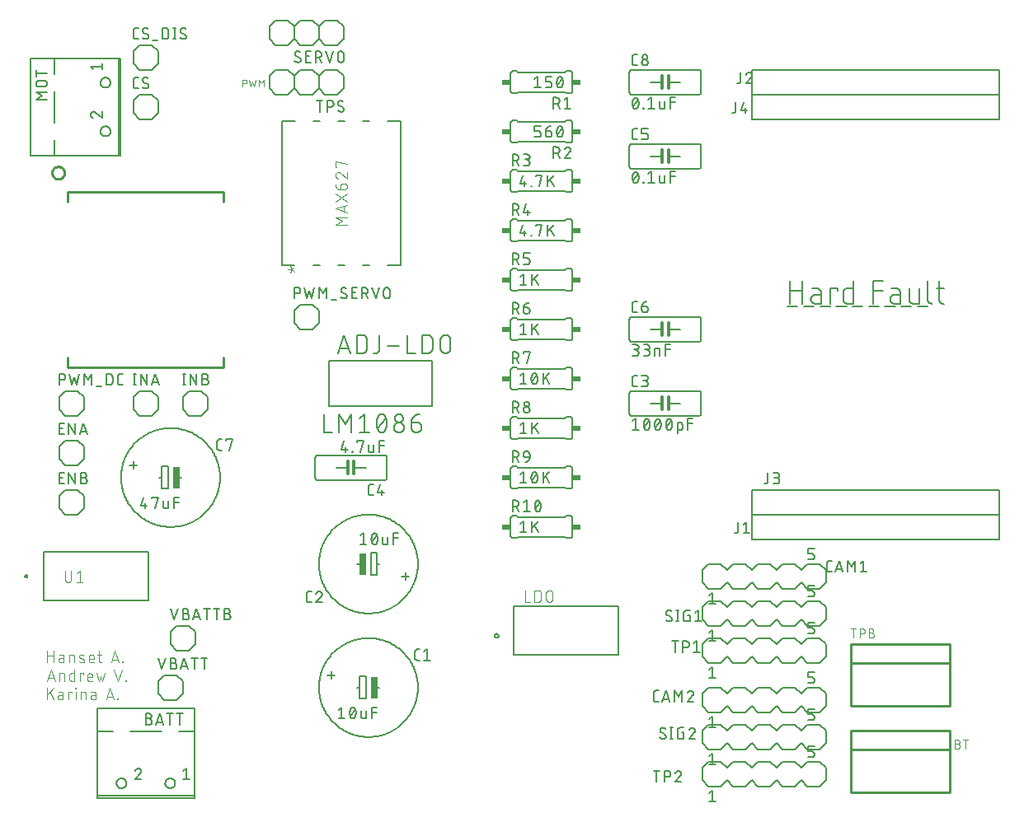
<source format=gto>
G75*
%MOIN*%
%OFA0B0*%
%FSLAX25Y25*%
%IPPOS*%
%LPD*%
%AMOC8*
5,1,8,0,0,1.08239X$1,22.5*
%
%ADD10C,0.00300*%
%ADD11C,0.00400*%
%ADD12C,0.00800*%
%ADD13C,0.00600*%
%ADD14C,0.00500*%
%ADD15C,0.01000*%
%ADD16R,0.02500X0.09000*%
%ADD17C,0.01200*%
%ADD18R,0.03400X0.02400*%
D10*
X0018750Y0093456D02*
X0018750Y0096850D01*
X0021361Y0096850D02*
X0021361Y0093456D01*
X0021362Y0093456D02*
X0021360Y0093385D01*
X0021354Y0093315D01*
X0021345Y0093245D01*
X0021331Y0093175D01*
X0021314Y0093107D01*
X0021294Y0093039D01*
X0021269Y0092973D01*
X0021241Y0092908D01*
X0021210Y0092844D01*
X0021175Y0092783D01*
X0021137Y0092723D01*
X0021096Y0092666D01*
X0021051Y0092611D01*
X0021004Y0092558D01*
X0020954Y0092508D01*
X0020901Y0092461D01*
X0020846Y0092416D01*
X0020789Y0092375D01*
X0020729Y0092337D01*
X0020668Y0092302D01*
X0020604Y0092271D01*
X0020539Y0092243D01*
X0020473Y0092218D01*
X0020405Y0092198D01*
X0020337Y0092181D01*
X0020267Y0092167D01*
X0020197Y0092158D01*
X0020127Y0092152D01*
X0020056Y0092150D01*
X0019985Y0092152D01*
X0019915Y0092158D01*
X0019845Y0092167D01*
X0019775Y0092181D01*
X0019707Y0092198D01*
X0019639Y0092218D01*
X0019573Y0092243D01*
X0019508Y0092271D01*
X0019444Y0092302D01*
X0019383Y0092337D01*
X0019323Y0092375D01*
X0019266Y0092416D01*
X0019211Y0092461D01*
X0019158Y0092508D01*
X0019108Y0092558D01*
X0019061Y0092611D01*
X0019016Y0092666D01*
X0018975Y0092723D01*
X0018937Y0092783D01*
X0018902Y0092844D01*
X0018871Y0092908D01*
X0018843Y0092973D01*
X0018818Y0093039D01*
X0018798Y0093107D01*
X0018781Y0093175D01*
X0018767Y0093245D01*
X0018758Y0093315D01*
X0018752Y0093385D01*
X0018750Y0093456D01*
X0023400Y0092150D02*
X0026011Y0092150D01*
X0024706Y0092150D02*
X0024706Y0096850D01*
X0023400Y0095806D01*
X0110000Y0217350D02*
X0110522Y0218786D01*
X0110000Y0220222D01*
X0110522Y0218786D02*
X0111697Y0217872D01*
X0110522Y0218786D02*
X0111697Y0219700D01*
X0110522Y0218786D02*
X0108956Y0218786D01*
X0128150Y0236750D02*
X0130761Y0238317D01*
X0128150Y0239883D01*
X0132850Y0239883D01*
X0132850Y0241700D02*
X0128150Y0243267D01*
X0132850Y0244833D01*
X0131675Y0244442D02*
X0131675Y0242092D01*
X0132850Y0246200D02*
X0128150Y0249333D01*
X0130239Y0250961D02*
X0130239Y0252528D01*
X0130239Y0250961D02*
X0130148Y0250963D01*
X0130057Y0250969D01*
X0129966Y0250979D01*
X0129876Y0250993D01*
X0129787Y0251011D01*
X0129698Y0251032D01*
X0129611Y0251058D01*
X0129525Y0251087D01*
X0129440Y0251120D01*
X0129356Y0251157D01*
X0129274Y0251197D01*
X0129195Y0251241D01*
X0129117Y0251288D01*
X0129041Y0251339D01*
X0128967Y0251393D01*
X0128896Y0251450D01*
X0128828Y0251510D01*
X0128762Y0251573D01*
X0128699Y0251639D01*
X0128639Y0251707D01*
X0128582Y0251778D01*
X0128528Y0251852D01*
X0128477Y0251928D01*
X0128430Y0252005D01*
X0128386Y0252085D01*
X0128346Y0252167D01*
X0128309Y0252251D01*
X0128276Y0252336D01*
X0128247Y0252422D01*
X0128221Y0252509D01*
X0128200Y0252598D01*
X0128182Y0252687D01*
X0128168Y0252777D01*
X0128158Y0252868D01*
X0128152Y0252959D01*
X0128150Y0253050D01*
X0130239Y0250961D02*
X0131544Y0250961D01*
X0131615Y0250963D01*
X0131685Y0250969D01*
X0131755Y0250978D01*
X0131825Y0250992D01*
X0131893Y0251009D01*
X0131961Y0251029D01*
X0132027Y0251054D01*
X0132092Y0251082D01*
X0132156Y0251113D01*
X0132217Y0251148D01*
X0132277Y0251186D01*
X0132334Y0251227D01*
X0132389Y0251272D01*
X0132442Y0251319D01*
X0132492Y0251369D01*
X0132539Y0251422D01*
X0132584Y0251477D01*
X0132625Y0251534D01*
X0132663Y0251594D01*
X0132698Y0251655D01*
X0132729Y0251719D01*
X0132757Y0251784D01*
X0132782Y0251850D01*
X0132802Y0251918D01*
X0132819Y0251986D01*
X0132833Y0252056D01*
X0132842Y0252126D01*
X0132848Y0252196D01*
X0132850Y0252267D01*
X0132848Y0252338D01*
X0132842Y0252408D01*
X0132833Y0252478D01*
X0132819Y0252548D01*
X0132802Y0252616D01*
X0132782Y0252684D01*
X0132757Y0252750D01*
X0132729Y0252815D01*
X0132698Y0252879D01*
X0132663Y0252940D01*
X0132625Y0253000D01*
X0132584Y0253057D01*
X0132539Y0253112D01*
X0132492Y0253165D01*
X0132442Y0253215D01*
X0132389Y0253262D01*
X0132334Y0253307D01*
X0132277Y0253348D01*
X0132217Y0253386D01*
X0132156Y0253421D01*
X0132092Y0253452D01*
X0132027Y0253480D01*
X0131961Y0253505D01*
X0131893Y0253525D01*
X0131825Y0253542D01*
X0131755Y0253556D01*
X0131685Y0253565D01*
X0131615Y0253571D01*
X0131544Y0253573D01*
X0131544Y0253572D02*
X0131283Y0253572D01*
X0131220Y0253570D01*
X0131157Y0253564D01*
X0131095Y0253555D01*
X0131033Y0253542D01*
X0130972Y0253525D01*
X0130913Y0253504D01*
X0130855Y0253480D01*
X0130798Y0253452D01*
X0130743Y0253421D01*
X0130690Y0253387D01*
X0130639Y0253350D01*
X0130591Y0253309D01*
X0130545Y0253266D01*
X0130502Y0253220D01*
X0130461Y0253172D01*
X0130424Y0253121D01*
X0130390Y0253068D01*
X0130359Y0253013D01*
X0130331Y0252956D01*
X0130307Y0252898D01*
X0130286Y0252839D01*
X0130269Y0252778D01*
X0130256Y0252716D01*
X0130247Y0252654D01*
X0130241Y0252591D01*
X0130239Y0252528D01*
X0132850Y0255461D02*
X0132850Y0258072D01*
X0132850Y0255461D02*
X0130239Y0257680D01*
X0128150Y0256897D02*
X0128152Y0256821D01*
X0128158Y0256745D01*
X0128167Y0256670D01*
X0128180Y0256595D01*
X0128198Y0256521D01*
X0128218Y0256448D01*
X0128243Y0256376D01*
X0128271Y0256306D01*
X0128302Y0256236D01*
X0128337Y0256169D01*
X0128375Y0256103D01*
X0128417Y0256040D01*
X0128462Y0255978D01*
X0128509Y0255919D01*
X0128560Y0255863D01*
X0128613Y0255809D01*
X0128669Y0255757D01*
X0128728Y0255709D01*
X0128789Y0255664D01*
X0128852Y0255621D01*
X0128917Y0255582D01*
X0128984Y0255547D01*
X0129053Y0255514D01*
X0129123Y0255486D01*
X0129195Y0255460D01*
X0130239Y0257680D02*
X0130191Y0257728D01*
X0130140Y0257774D01*
X0130087Y0257816D01*
X0130031Y0257856D01*
X0129974Y0257893D01*
X0129914Y0257926D01*
X0129853Y0257956D01*
X0129791Y0257983D01*
X0129727Y0258006D01*
X0129662Y0258026D01*
X0129595Y0258043D01*
X0129529Y0258055D01*
X0129461Y0258065D01*
X0129393Y0258070D01*
X0129325Y0258072D01*
X0129259Y0258070D01*
X0129193Y0258065D01*
X0129128Y0258055D01*
X0129064Y0258043D01*
X0129000Y0258026D01*
X0128937Y0258006D01*
X0128875Y0257983D01*
X0128815Y0257956D01*
X0128757Y0257925D01*
X0128700Y0257892D01*
X0128645Y0257855D01*
X0128592Y0257816D01*
X0128542Y0257773D01*
X0128494Y0257728D01*
X0128449Y0257680D01*
X0128406Y0257630D01*
X0128367Y0257577D01*
X0128330Y0257522D01*
X0128297Y0257465D01*
X0128266Y0257407D01*
X0128239Y0257347D01*
X0128216Y0257285D01*
X0128196Y0257222D01*
X0128179Y0257158D01*
X0128167Y0257094D01*
X0128157Y0257029D01*
X0128152Y0256963D01*
X0128150Y0256897D01*
X0128150Y0259961D02*
X0128150Y0262572D01*
X0132850Y0261267D01*
X0128672Y0259961D02*
X0128150Y0259961D01*
X0132850Y0249333D02*
X0128150Y0246200D01*
X0128150Y0236750D02*
X0132850Y0236750D01*
X0099096Y0292650D02*
X0099096Y0295550D01*
X0098129Y0293939D01*
X0097163Y0295550D01*
X0097163Y0292650D01*
X0095222Y0292650D02*
X0095866Y0295550D01*
X0094577Y0294583D02*
X0095222Y0292650D01*
X0093933Y0292650D02*
X0094577Y0294583D01*
X0093288Y0295550D02*
X0093933Y0292650D01*
X0091456Y0293939D02*
X0090650Y0293939D01*
X0091456Y0293938D02*
X0091511Y0293940D01*
X0091566Y0293946D01*
X0091620Y0293955D01*
X0091673Y0293968D01*
X0091726Y0293985D01*
X0091777Y0294005D01*
X0091827Y0294028D01*
X0091875Y0294055D01*
X0091921Y0294086D01*
X0091965Y0294119D01*
X0092006Y0294155D01*
X0092045Y0294194D01*
X0092081Y0294235D01*
X0092114Y0294279D01*
X0092145Y0294325D01*
X0092172Y0294373D01*
X0092195Y0294423D01*
X0092215Y0294474D01*
X0092232Y0294527D01*
X0092245Y0294580D01*
X0092254Y0294634D01*
X0092260Y0294689D01*
X0092262Y0294744D01*
X0092260Y0294799D01*
X0092254Y0294854D01*
X0092245Y0294908D01*
X0092232Y0294961D01*
X0092215Y0295014D01*
X0092195Y0295065D01*
X0092172Y0295115D01*
X0092145Y0295163D01*
X0092114Y0295209D01*
X0092081Y0295253D01*
X0092045Y0295294D01*
X0092006Y0295333D01*
X0091965Y0295369D01*
X0091921Y0295402D01*
X0091875Y0295433D01*
X0091827Y0295460D01*
X0091777Y0295483D01*
X0091726Y0295503D01*
X0091673Y0295520D01*
X0091620Y0295533D01*
X0091566Y0295542D01*
X0091511Y0295548D01*
X0091456Y0295550D01*
X0090650Y0295550D01*
X0090650Y0292650D01*
X0204750Y0088850D02*
X0204750Y0084150D01*
X0206839Y0084150D01*
X0208642Y0084150D02*
X0209948Y0084150D01*
X0210019Y0084152D01*
X0210089Y0084158D01*
X0210159Y0084167D01*
X0210229Y0084181D01*
X0210297Y0084198D01*
X0210365Y0084218D01*
X0210431Y0084243D01*
X0210496Y0084271D01*
X0210560Y0084302D01*
X0210621Y0084337D01*
X0210681Y0084375D01*
X0210738Y0084416D01*
X0210793Y0084461D01*
X0210846Y0084508D01*
X0210896Y0084558D01*
X0210943Y0084611D01*
X0210988Y0084666D01*
X0211029Y0084723D01*
X0211067Y0084783D01*
X0211102Y0084844D01*
X0211133Y0084908D01*
X0211161Y0084973D01*
X0211186Y0085039D01*
X0211206Y0085107D01*
X0211223Y0085175D01*
X0211237Y0085245D01*
X0211246Y0085315D01*
X0211252Y0085385D01*
X0211254Y0085456D01*
X0211253Y0085456D02*
X0211253Y0087544D01*
X0211254Y0087544D02*
X0211252Y0087615D01*
X0211246Y0087685D01*
X0211237Y0087755D01*
X0211223Y0087825D01*
X0211206Y0087893D01*
X0211186Y0087961D01*
X0211161Y0088027D01*
X0211133Y0088092D01*
X0211102Y0088156D01*
X0211067Y0088217D01*
X0211029Y0088277D01*
X0210988Y0088334D01*
X0210943Y0088389D01*
X0210896Y0088442D01*
X0210846Y0088492D01*
X0210793Y0088539D01*
X0210738Y0088584D01*
X0210681Y0088625D01*
X0210621Y0088663D01*
X0210560Y0088698D01*
X0210496Y0088729D01*
X0210431Y0088757D01*
X0210365Y0088782D01*
X0210297Y0088802D01*
X0210229Y0088819D01*
X0210159Y0088833D01*
X0210089Y0088842D01*
X0210019Y0088848D01*
X0209948Y0088850D01*
X0208642Y0088850D01*
X0208642Y0084150D01*
X0213292Y0085456D02*
X0213292Y0087544D01*
X0213294Y0087615D01*
X0213300Y0087685D01*
X0213309Y0087755D01*
X0213323Y0087825D01*
X0213340Y0087893D01*
X0213360Y0087961D01*
X0213385Y0088027D01*
X0213413Y0088092D01*
X0213444Y0088156D01*
X0213479Y0088217D01*
X0213517Y0088277D01*
X0213558Y0088334D01*
X0213603Y0088389D01*
X0213650Y0088442D01*
X0213700Y0088492D01*
X0213753Y0088539D01*
X0213808Y0088584D01*
X0213865Y0088625D01*
X0213925Y0088663D01*
X0213986Y0088698D01*
X0214050Y0088729D01*
X0214115Y0088757D01*
X0214181Y0088782D01*
X0214249Y0088802D01*
X0214317Y0088819D01*
X0214387Y0088833D01*
X0214457Y0088842D01*
X0214527Y0088848D01*
X0214598Y0088850D01*
X0214669Y0088848D01*
X0214739Y0088842D01*
X0214809Y0088833D01*
X0214879Y0088819D01*
X0214947Y0088802D01*
X0215015Y0088782D01*
X0215081Y0088757D01*
X0215146Y0088729D01*
X0215210Y0088698D01*
X0215271Y0088663D01*
X0215331Y0088625D01*
X0215388Y0088584D01*
X0215443Y0088539D01*
X0215496Y0088492D01*
X0215546Y0088442D01*
X0215593Y0088389D01*
X0215638Y0088334D01*
X0215679Y0088277D01*
X0215717Y0088217D01*
X0215752Y0088156D01*
X0215783Y0088092D01*
X0215811Y0088027D01*
X0215836Y0087961D01*
X0215856Y0087893D01*
X0215873Y0087825D01*
X0215887Y0087755D01*
X0215896Y0087685D01*
X0215902Y0087615D01*
X0215904Y0087544D01*
X0215903Y0087544D02*
X0215903Y0085456D01*
X0215904Y0085456D02*
X0215902Y0085385D01*
X0215896Y0085315D01*
X0215887Y0085245D01*
X0215873Y0085175D01*
X0215856Y0085107D01*
X0215836Y0085039D01*
X0215811Y0084973D01*
X0215783Y0084908D01*
X0215752Y0084844D01*
X0215717Y0084783D01*
X0215679Y0084723D01*
X0215638Y0084666D01*
X0215593Y0084611D01*
X0215546Y0084558D01*
X0215496Y0084508D01*
X0215443Y0084461D01*
X0215388Y0084416D01*
X0215331Y0084375D01*
X0215271Y0084337D01*
X0215210Y0084302D01*
X0215146Y0084271D01*
X0215081Y0084243D01*
X0215015Y0084218D01*
X0214947Y0084198D01*
X0214879Y0084181D01*
X0214809Y0084167D01*
X0214739Y0084158D01*
X0214669Y0084152D01*
X0214598Y0084150D01*
X0214527Y0084152D01*
X0214457Y0084158D01*
X0214387Y0084167D01*
X0214317Y0084181D01*
X0214249Y0084198D01*
X0214181Y0084218D01*
X0214115Y0084243D01*
X0214050Y0084271D01*
X0213986Y0084302D01*
X0213925Y0084337D01*
X0213865Y0084375D01*
X0213808Y0084416D01*
X0213753Y0084461D01*
X0213700Y0084508D01*
X0213650Y0084558D01*
X0213603Y0084611D01*
X0213558Y0084666D01*
X0213517Y0084723D01*
X0213479Y0084783D01*
X0213444Y0084844D01*
X0213413Y0084908D01*
X0213385Y0084973D01*
X0213360Y0085039D01*
X0213340Y0085107D01*
X0213323Y0085175D01*
X0213309Y0085245D01*
X0213300Y0085315D01*
X0213294Y0085385D01*
X0213292Y0085456D01*
D11*
X0336700Y0073300D02*
X0338700Y0073300D01*
X0337700Y0073300D02*
X0337700Y0069700D01*
X0340240Y0069700D02*
X0340240Y0073300D01*
X0341240Y0073300D01*
X0341302Y0073298D01*
X0341363Y0073292D01*
X0341424Y0073283D01*
X0341484Y0073270D01*
X0341543Y0073253D01*
X0341601Y0073232D01*
X0341658Y0073208D01*
X0341713Y0073181D01*
X0341766Y0073150D01*
X0341818Y0073116D01*
X0341867Y0073079D01*
X0341914Y0073039D01*
X0341958Y0072996D01*
X0341999Y0072951D01*
X0342038Y0072903D01*
X0342074Y0072852D01*
X0342106Y0072800D01*
X0342135Y0072746D01*
X0342161Y0072690D01*
X0342183Y0072632D01*
X0342202Y0072574D01*
X0342217Y0072514D01*
X0342228Y0072453D01*
X0342236Y0072392D01*
X0342240Y0072331D01*
X0342240Y0072269D01*
X0342236Y0072208D01*
X0342228Y0072147D01*
X0342217Y0072086D01*
X0342202Y0072026D01*
X0342183Y0071968D01*
X0342161Y0071910D01*
X0342135Y0071854D01*
X0342106Y0071800D01*
X0342074Y0071748D01*
X0342038Y0071697D01*
X0341999Y0071649D01*
X0341958Y0071604D01*
X0341914Y0071561D01*
X0341867Y0071521D01*
X0341818Y0071484D01*
X0341766Y0071450D01*
X0341713Y0071419D01*
X0341658Y0071392D01*
X0341601Y0071368D01*
X0341543Y0071347D01*
X0341484Y0071330D01*
X0341424Y0071317D01*
X0341363Y0071308D01*
X0341302Y0071302D01*
X0341240Y0071300D01*
X0340240Y0071300D01*
X0343840Y0071700D02*
X0344840Y0071700D01*
X0344896Y0071702D01*
X0344951Y0071708D01*
X0345006Y0071717D01*
X0345061Y0071731D01*
X0345114Y0071748D01*
X0345165Y0071769D01*
X0345216Y0071794D01*
X0345264Y0071822D01*
X0345310Y0071853D01*
X0345354Y0071887D01*
X0345396Y0071925D01*
X0345435Y0071965D01*
X0345470Y0072007D01*
X0345503Y0072053D01*
X0345533Y0072100D01*
X0345559Y0072149D01*
X0345582Y0072200D01*
X0345601Y0072253D01*
X0345616Y0072306D01*
X0345628Y0072361D01*
X0345636Y0072416D01*
X0345640Y0072472D01*
X0345640Y0072528D01*
X0345636Y0072584D01*
X0345628Y0072639D01*
X0345616Y0072694D01*
X0345601Y0072747D01*
X0345582Y0072800D01*
X0345559Y0072851D01*
X0345533Y0072900D01*
X0345503Y0072947D01*
X0345470Y0072993D01*
X0345435Y0073035D01*
X0345396Y0073075D01*
X0345354Y0073113D01*
X0345310Y0073147D01*
X0345264Y0073178D01*
X0345216Y0073206D01*
X0345165Y0073231D01*
X0345114Y0073252D01*
X0345061Y0073269D01*
X0345006Y0073283D01*
X0344951Y0073292D01*
X0344896Y0073298D01*
X0344840Y0073300D01*
X0343840Y0073300D01*
X0343840Y0069700D01*
X0344840Y0069700D01*
X0344902Y0069702D01*
X0344963Y0069708D01*
X0345024Y0069717D01*
X0345084Y0069730D01*
X0345143Y0069747D01*
X0345201Y0069768D01*
X0345258Y0069792D01*
X0345313Y0069819D01*
X0345366Y0069850D01*
X0345418Y0069884D01*
X0345467Y0069921D01*
X0345514Y0069961D01*
X0345558Y0070004D01*
X0345599Y0070049D01*
X0345638Y0070097D01*
X0345674Y0070148D01*
X0345706Y0070200D01*
X0345735Y0070254D01*
X0345761Y0070310D01*
X0345783Y0070368D01*
X0345802Y0070426D01*
X0345817Y0070486D01*
X0345828Y0070547D01*
X0345836Y0070608D01*
X0345840Y0070669D01*
X0345840Y0070731D01*
X0345836Y0070792D01*
X0345828Y0070853D01*
X0345817Y0070914D01*
X0345802Y0070974D01*
X0345783Y0071032D01*
X0345761Y0071090D01*
X0345735Y0071146D01*
X0345706Y0071200D01*
X0345674Y0071252D01*
X0345638Y0071303D01*
X0345599Y0071351D01*
X0345558Y0071396D01*
X0345514Y0071439D01*
X0345467Y0071479D01*
X0345418Y0071516D01*
X0345366Y0071550D01*
X0345313Y0071581D01*
X0345258Y0071608D01*
X0345201Y0071632D01*
X0345143Y0071653D01*
X0345084Y0071670D01*
X0345024Y0071683D01*
X0344963Y0071692D01*
X0344902Y0071698D01*
X0344840Y0071700D01*
X0378700Y0028300D02*
X0379700Y0028300D01*
X0379756Y0028298D01*
X0379811Y0028292D01*
X0379866Y0028283D01*
X0379921Y0028269D01*
X0379974Y0028252D01*
X0380025Y0028231D01*
X0380076Y0028206D01*
X0380124Y0028178D01*
X0380170Y0028147D01*
X0380214Y0028113D01*
X0380256Y0028075D01*
X0380295Y0028035D01*
X0380330Y0027993D01*
X0380363Y0027947D01*
X0380393Y0027900D01*
X0380419Y0027851D01*
X0380442Y0027800D01*
X0380461Y0027747D01*
X0380476Y0027694D01*
X0380488Y0027639D01*
X0380496Y0027584D01*
X0380500Y0027528D01*
X0380500Y0027472D01*
X0380496Y0027416D01*
X0380488Y0027361D01*
X0380476Y0027306D01*
X0380461Y0027253D01*
X0380442Y0027200D01*
X0380419Y0027149D01*
X0380393Y0027100D01*
X0380363Y0027053D01*
X0380330Y0027007D01*
X0380295Y0026965D01*
X0380256Y0026925D01*
X0380214Y0026887D01*
X0380170Y0026853D01*
X0380124Y0026822D01*
X0380076Y0026794D01*
X0380025Y0026769D01*
X0379974Y0026748D01*
X0379921Y0026731D01*
X0379866Y0026717D01*
X0379811Y0026708D01*
X0379756Y0026702D01*
X0379700Y0026700D01*
X0378700Y0026700D01*
X0379700Y0026700D02*
X0379762Y0026698D01*
X0379823Y0026692D01*
X0379884Y0026683D01*
X0379944Y0026670D01*
X0380003Y0026653D01*
X0380061Y0026632D01*
X0380118Y0026608D01*
X0380173Y0026581D01*
X0380226Y0026550D01*
X0380278Y0026516D01*
X0380327Y0026479D01*
X0380374Y0026439D01*
X0380418Y0026396D01*
X0380459Y0026351D01*
X0380498Y0026303D01*
X0380534Y0026252D01*
X0380566Y0026200D01*
X0380595Y0026146D01*
X0380621Y0026090D01*
X0380643Y0026032D01*
X0380662Y0025974D01*
X0380677Y0025914D01*
X0380688Y0025853D01*
X0380696Y0025792D01*
X0380700Y0025731D01*
X0380700Y0025669D01*
X0380696Y0025608D01*
X0380688Y0025547D01*
X0380677Y0025486D01*
X0380662Y0025426D01*
X0380643Y0025368D01*
X0380621Y0025310D01*
X0380595Y0025254D01*
X0380566Y0025200D01*
X0380534Y0025148D01*
X0380498Y0025097D01*
X0380459Y0025049D01*
X0380418Y0025004D01*
X0380374Y0024961D01*
X0380327Y0024921D01*
X0380278Y0024884D01*
X0380226Y0024850D01*
X0380173Y0024819D01*
X0380118Y0024792D01*
X0380061Y0024768D01*
X0380003Y0024747D01*
X0379944Y0024730D01*
X0379884Y0024717D01*
X0379823Y0024708D01*
X0379762Y0024702D01*
X0379700Y0024700D01*
X0378700Y0024700D01*
X0378700Y0028300D01*
X0381880Y0028300D02*
X0383880Y0028300D01*
X0382880Y0028300D02*
X0382880Y0024700D01*
X0043511Y0052200D02*
X0043256Y0052200D01*
X0043256Y0052456D01*
X0043511Y0052456D01*
X0043511Y0052200D01*
X0040233Y0052200D02*
X0038700Y0056800D01*
X0041767Y0056800D02*
X0040233Y0052200D01*
X0036911Y0049300D02*
X0038444Y0044700D01*
X0038061Y0045850D02*
X0035761Y0045850D01*
X0035378Y0044700D02*
X0036911Y0049300D01*
X0033950Y0052200D02*
X0034717Y0055267D01*
X0033183Y0054244D02*
X0033950Y0052200D01*
X0032417Y0052200D02*
X0033183Y0054244D01*
X0031650Y0055267D02*
X0032417Y0052200D01*
X0029856Y0052200D02*
X0028578Y0052200D01*
X0028523Y0052202D01*
X0028469Y0052208D01*
X0028415Y0052218D01*
X0028362Y0052231D01*
X0028310Y0052248D01*
X0028259Y0052269D01*
X0028210Y0052294D01*
X0028163Y0052322D01*
X0028118Y0052353D01*
X0028076Y0052387D01*
X0028036Y0052425D01*
X0027998Y0052465D01*
X0027964Y0052507D01*
X0027933Y0052552D01*
X0027905Y0052599D01*
X0027880Y0052648D01*
X0027859Y0052699D01*
X0027842Y0052751D01*
X0027829Y0052804D01*
X0027819Y0052858D01*
X0027813Y0052912D01*
X0027811Y0052967D01*
X0027811Y0054244D01*
X0027811Y0053733D02*
X0029856Y0053733D01*
X0029856Y0054244D01*
X0029855Y0054244D02*
X0029853Y0054307D01*
X0029847Y0054370D01*
X0029838Y0054432D01*
X0029824Y0054493D01*
X0029807Y0054554D01*
X0029786Y0054613D01*
X0029761Y0054671D01*
X0029733Y0054728D01*
X0029702Y0054782D01*
X0029667Y0054834D01*
X0029629Y0054885D01*
X0029588Y0054933D01*
X0029544Y0054978D01*
X0029498Y0055020D01*
X0029449Y0055060D01*
X0029398Y0055096D01*
X0029344Y0055129D01*
X0029289Y0055159D01*
X0029231Y0055185D01*
X0029173Y0055208D01*
X0029113Y0055227D01*
X0029052Y0055242D01*
X0028990Y0055254D01*
X0028927Y0055262D01*
X0028864Y0055266D01*
X0028802Y0055266D01*
X0028739Y0055262D01*
X0028676Y0055254D01*
X0028614Y0055242D01*
X0028553Y0055227D01*
X0028493Y0055208D01*
X0028435Y0055185D01*
X0028377Y0055159D01*
X0028322Y0055129D01*
X0028268Y0055096D01*
X0028217Y0055060D01*
X0028168Y0055020D01*
X0028122Y0054978D01*
X0028078Y0054933D01*
X0028037Y0054885D01*
X0027999Y0054834D01*
X0027964Y0054782D01*
X0027933Y0054728D01*
X0027905Y0054671D01*
X0027880Y0054613D01*
X0027859Y0054554D01*
X0027842Y0054493D01*
X0027828Y0054432D01*
X0027819Y0054370D01*
X0027813Y0054307D01*
X0027811Y0054244D01*
X0026371Y0054756D02*
X0026371Y0055267D01*
X0024837Y0055267D01*
X0024837Y0052200D01*
X0022632Y0052200D02*
X0022632Y0056800D01*
X0022632Y0055267D02*
X0021355Y0055267D01*
X0021300Y0055265D01*
X0021246Y0055259D01*
X0021192Y0055249D01*
X0021139Y0055236D01*
X0021087Y0055219D01*
X0021036Y0055198D01*
X0020987Y0055173D01*
X0020940Y0055145D01*
X0020895Y0055114D01*
X0020853Y0055080D01*
X0020813Y0055042D01*
X0020775Y0055002D01*
X0020741Y0054960D01*
X0020710Y0054915D01*
X0020682Y0054868D01*
X0020657Y0054819D01*
X0020636Y0054768D01*
X0020619Y0054716D01*
X0020606Y0054663D01*
X0020596Y0054609D01*
X0020590Y0054555D01*
X0020588Y0054500D01*
X0020588Y0052967D01*
X0020590Y0052912D01*
X0020596Y0052858D01*
X0020606Y0052804D01*
X0020619Y0052751D01*
X0020636Y0052699D01*
X0020657Y0052648D01*
X0020682Y0052599D01*
X0020710Y0052552D01*
X0020741Y0052507D01*
X0020775Y0052465D01*
X0020813Y0052425D01*
X0020853Y0052387D01*
X0020895Y0052353D01*
X0020940Y0052322D01*
X0020987Y0052294D01*
X0021036Y0052269D01*
X0021087Y0052248D01*
X0021139Y0052231D01*
X0021192Y0052218D01*
X0021246Y0052208D01*
X0021300Y0052202D01*
X0021355Y0052200D01*
X0022632Y0052200D01*
X0022983Y0049300D02*
X0023239Y0049300D01*
X0023239Y0049044D01*
X0022983Y0049044D01*
X0022983Y0049300D01*
X0023111Y0047767D02*
X0023111Y0044700D01*
X0025089Y0044700D02*
X0025089Y0047767D01*
X0026367Y0047767D01*
X0026422Y0047765D01*
X0026476Y0047759D01*
X0026530Y0047749D01*
X0026583Y0047736D01*
X0026635Y0047719D01*
X0026686Y0047698D01*
X0026735Y0047673D01*
X0026782Y0047645D01*
X0026827Y0047614D01*
X0026869Y0047580D01*
X0026909Y0047542D01*
X0026947Y0047502D01*
X0026981Y0047460D01*
X0027012Y0047415D01*
X0027040Y0047368D01*
X0027065Y0047319D01*
X0027086Y0047268D01*
X0027103Y0047216D01*
X0027116Y0047163D01*
X0027126Y0047109D01*
X0027132Y0047055D01*
X0027134Y0047000D01*
X0027133Y0047000D02*
X0027133Y0044700D01*
X0030010Y0044700D02*
X0031160Y0044700D01*
X0031160Y0047000D01*
X0031160Y0046489D02*
X0030010Y0046489D01*
X0031160Y0047000D02*
X0031158Y0047055D01*
X0031152Y0047109D01*
X0031142Y0047163D01*
X0031129Y0047216D01*
X0031112Y0047268D01*
X0031091Y0047319D01*
X0031066Y0047368D01*
X0031038Y0047415D01*
X0031007Y0047460D01*
X0030973Y0047502D01*
X0030935Y0047542D01*
X0030895Y0047580D01*
X0030853Y0047614D01*
X0030808Y0047645D01*
X0030761Y0047673D01*
X0030712Y0047698D01*
X0030661Y0047719D01*
X0030609Y0047736D01*
X0030556Y0047749D01*
X0030502Y0047759D01*
X0030448Y0047765D01*
X0030393Y0047767D01*
X0029371Y0047767D01*
X0030010Y0046488D02*
X0029952Y0046486D01*
X0029893Y0046480D01*
X0029836Y0046471D01*
X0029779Y0046458D01*
X0029723Y0046441D01*
X0029668Y0046420D01*
X0029615Y0046396D01*
X0029563Y0046368D01*
X0029513Y0046337D01*
X0029466Y0046303D01*
X0029421Y0046266D01*
X0029378Y0046226D01*
X0029338Y0046183D01*
X0029301Y0046138D01*
X0029267Y0046091D01*
X0029236Y0046041D01*
X0029208Y0045989D01*
X0029184Y0045936D01*
X0029163Y0045881D01*
X0029146Y0045825D01*
X0029133Y0045768D01*
X0029124Y0045711D01*
X0029118Y0045652D01*
X0029116Y0045594D01*
X0029118Y0045536D01*
X0029124Y0045477D01*
X0029133Y0045420D01*
X0029146Y0045363D01*
X0029163Y0045307D01*
X0029184Y0045252D01*
X0029208Y0045199D01*
X0029236Y0045147D01*
X0029267Y0045097D01*
X0029301Y0045050D01*
X0029338Y0045005D01*
X0029378Y0044962D01*
X0029421Y0044922D01*
X0029466Y0044885D01*
X0029513Y0044851D01*
X0029563Y0044820D01*
X0029615Y0044792D01*
X0029668Y0044768D01*
X0029723Y0044747D01*
X0029779Y0044730D01*
X0029836Y0044717D01*
X0029893Y0044708D01*
X0029952Y0044702D01*
X0030010Y0044700D01*
X0021698Y0047256D02*
X0021698Y0047767D01*
X0020165Y0047767D01*
X0020165Y0044700D01*
X0017960Y0044700D02*
X0017960Y0047000D01*
X0017960Y0046489D02*
X0016810Y0046489D01*
X0017960Y0047000D02*
X0017958Y0047055D01*
X0017952Y0047109D01*
X0017942Y0047163D01*
X0017929Y0047216D01*
X0017912Y0047268D01*
X0017891Y0047319D01*
X0017866Y0047368D01*
X0017838Y0047415D01*
X0017807Y0047460D01*
X0017773Y0047502D01*
X0017735Y0047542D01*
X0017695Y0047580D01*
X0017653Y0047614D01*
X0017608Y0047645D01*
X0017561Y0047673D01*
X0017512Y0047698D01*
X0017461Y0047719D01*
X0017409Y0047736D01*
X0017356Y0047749D01*
X0017302Y0047759D01*
X0017248Y0047765D01*
X0017193Y0047767D01*
X0016171Y0047767D01*
X0016810Y0046488D02*
X0016752Y0046486D01*
X0016693Y0046480D01*
X0016636Y0046471D01*
X0016579Y0046458D01*
X0016523Y0046441D01*
X0016468Y0046420D01*
X0016415Y0046396D01*
X0016363Y0046368D01*
X0016313Y0046337D01*
X0016266Y0046303D01*
X0016221Y0046266D01*
X0016178Y0046226D01*
X0016138Y0046183D01*
X0016101Y0046138D01*
X0016067Y0046091D01*
X0016036Y0046041D01*
X0016008Y0045989D01*
X0015984Y0045936D01*
X0015963Y0045881D01*
X0015946Y0045825D01*
X0015933Y0045768D01*
X0015924Y0045711D01*
X0015918Y0045652D01*
X0015916Y0045594D01*
X0015918Y0045536D01*
X0015924Y0045477D01*
X0015933Y0045420D01*
X0015946Y0045363D01*
X0015963Y0045307D01*
X0015984Y0045252D01*
X0016008Y0045199D01*
X0016036Y0045147D01*
X0016067Y0045097D01*
X0016101Y0045050D01*
X0016138Y0045005D01*
X0016178Y0044962D01*
X0016221Y0044922D01*
X0016266Y0044885D01*
X0016313Y0044851D01*
X0016363Y0044820D01*
X0016415Y0044792D01*
X0016468Y0044768D01*
X0016523Y0044747D01*
X0016579Y0044730D01*
X0016636Y0044717D01*
X0016693Y0044708D01*
X0016752Y0044702D01*
X0016810Y0044700D01*
X0017960Y0044700D01*
X0014256Y0044700D02*
X0012722Y0047511D01*
X0011700Y0046489D02*
X0014256Y0049300D01*
X0011700Y0049300D02*
X0011700Y0044700D01*
X0011700Y0052200D02*
X0013233Y0056800D01*
X0014767Y0052200D01*
X0014383Y0053350D02*
X0012083Y0053350D01*
X0016561Y0052200D02*
X0016561Y0055267D01*
X0017839Y0055267D01*
X0017894Y0055265D01*
X0017948Y0055259D01*
X0018002Y0055249D01*
X0018055Y0055236D01*
X0018107Y0055219D01*
X0018158Y0055198D01*
X0018207Y0055173D01*
X0018254Y0055145D01*
X0018299Y0055114D01*
X0018341Y0055080D01*
X0018381Y0055042D01*
X0018419Y0055002D01*
X0018453Y0054960D01*
X0018484Y0054915D01*
X0018512Y0054868D01*
X0018537Y0054819D01*
X0018558Y0054768D01*
X0018575Y0054716D01*
X0018588Y0054663D01*
X0018598Y0054609D01*
X0018604Y0054555D01*
X0018606Y0054500D01*
X0018606Y0052200D01*
X0018327Y0059700D02*
X0018327Y0062000D01*
X0018327Y0061489D02*
X0017177Y0061489D01*
X0018327Y0062000D02*
X0018325Y0062055D01*
X0018319Y0062109D01*
X0018309Y0062163D01*
X0018296Y0062216D01*
X0018279Y0062268D01*
X0018258Y0062319D01*
X0018233Y0062368D01*
X0018205Y0062415D01*
X0018174Y0062460D01*
X0018140Y0062502D01*
X0018102Y0062542D01*
X0018062Y0062580D01*
X0018020Y0062614D01*
X0017975Y0062645D01*
X0017928Y0062673D01*
X0017879Y0062698D01*
X0017828Y0062719D01*
X0017776Y0062736D01*
X0017723Y0062749D01*
X0017669Y0062759D01*
X0017615Y0062765D01*
X0017560Y0062767D01*
X0016538Y0062767D01*
X0017177Y0061488D02*
X0017119Y0061486D01*
X0017060Y0061480D01*
X0017003Y0061471D01*
X0016946Y0061458D01*
X0016890Y0061441D01*
X0016835Y0061420D01*
X0016782Y0061396D01*
X0016730Y0061368D01*
X0016680Y0061337D01*
X0016633Y0061303D01*
X0016588Y0061266D01*
X0016545Y0061226D01*
X0016505Y0061183D01*
X0016468Y0061138D01*
X0016434Y0061091D01*
X0016403Y0061041D01*
X0016375Y0060989D01*
X0016351Y0060936D01*
X0016330Y0060881D01*
X0016313Y0060825D01*
X0016300Y0060768D01*
X0016291Y0060711D01*
X0016285Y0060652D01*
X0016283Y0060594D01*
X0016285Y0060536D01*
X0016291Y0060477D01*
X0016300Y0060420D01*
X0016313Y0060363D01*
X0016330Y0060307D01*
X0016351Y0060252D01*
X0016375Y0060199D01*
X0016403Y0060147D01*
X0016434Y0060097D01*
X0016468Y0060050D01*
X0016505Y0060005D01*
X0016545Y0059962D01*
X0016588Y0059922D01*
X0016633Y0059885D01*
X0016680Y0059851D01*
X0016730Y0059820D01*
X0016782Y0059792D01*
X0016835Y0059768D01*
X0016890Y0059747D01*
X0016946Y0059730D01*
X0017003Y0059717D01*
X0017060Y0059708D01*
X0017119Y0059702D01*
X0017177Y0059700D01*
X0018327Y0059700D01*
X0020506Y0059700D02*
X0020506Y0062767D01*
X0021783Y0062767D01*
X0021838Y0062765D01*
X0021892Y0062759D01*
X0021946Y0062749D01*
X0021999Y0062736D01*
X0022051Y0062719D01*
X0022102Y0062698D01*
X0022151Y0062673D01*
X0022198Y0062645D01*
X0022243Y0062614D01*
X0022285Y0062580D01*
X0022325Y0062542D01*
X0022363Y0062502D01*
X0022397Y0062460D01*
X0022428Y0062415D01*
X0022456Y0062368D01*
X0022481Y0062319D01*
X0022502Y0062268D01*
X0022519Y0062216D01*
X0022532Y0062163D01*
X0022542Y0062109D01*
X0022548Y0062055D01*
X0022550Y0062000D01*
X0022550Y0059700D01*
X0025194Y0062767D02*
X0025293Y0062764D01*
X0025392Y0062757D01*
X0025490Y0062747D01*
X0025588Y0062734D01*
X0025686Y0062718D01*
X0025783Y0062698D01*
X0025879Y0062675D01*
X0025974Y0062648D01*
X0026068Y0062619D01*
X0026161Y0062586D01*
X0026254Y0062550D01*
X0026344Y0062511D01*
X0025194Y0062767D02*
X0025143Y0062766D01*
X0025093Y0062761D01*
X0025042Y0062751D01*
X0024993Y0062739D01*
X0024945Y0062722D01*
X0024898Y0062701D01*
X0024852Y0062678D01*
X0024809Y0062650D01*
X0024768Y0062620D01*
X0024730Y0062586D01*
X0024694Y0062550D01*
X0024661Y0062510D01*
X0024631Y0062469D01*
X0024605Y0062425D01*
X0024582Y0062380D01*
X0024563Y0062332D01*
X0024547Y0062284D01*
X0024535Y0062234D01*
X0024527Y0062184D01*
X0024523Y0062133D01*
X0024522Y0062082D01*
X0024526Y0062031D01*
X0024534Y0061980D01*
X0024545Y0061930D01*
X0024560Y0061881D01*
X0024579Y0061834D01*
X0024602Y0061788D01*
X0024628Y0061744D01*
X0024657Y0061702D01*
X0024690Y0061663D01*
X0024725Y0061626D01*
X0024764Y0061592D01*
X0024804Y0061561D01*
X0024847Y0061534D01*
X0024892Y0061509D01*
X0024939Y0061488D01*
X0024939Y0061489D02*
X0026217Y0060978D01*
X0026217Y0060979D02*
X0026264Y0060958D01*
X0026309Y0060933D01*
X0026352Y0060906D01*
X0026392Y0060875D01*
X0026431Y0060841D01*
X0026466Y0060804D01*
X0026499Y0060765D01*
X0026528Y0060723D01*
X0026554Y0060679D01*
X0026577Y0060633D01*
X0026596Y0060586D01*
X0026611Y0060537D01*
X0026622Y0060487D01*
X0026630Y0060436D01*
X0026634Y0060385D01*
X0026633Y0060334D01*
X0026629Y0060283D01*
X0026621Y0060233D01*
X0026609Y0060183D01*
X0026593Y0060135D01*
X0026574Y0060087D01*
X0026551Y0060042D01*
X0026525Y0059998D01*
X0026495Y0059957D01*
X0026462Y0059917D01*
X0026426Y0059881D01*
X0026388Y0059847D01*
X0026347Y0059817D01*
X0026304Y0059789D01*
X0026258Y0059766D01*
X0026211Y0059745D01*
X0026163Y0059728D01*
X0026114Y0059716D01*
X0026063Y0059706D01*
X0026013Y0059701D01*
X0025962Y0059700D01*
X0028456Y0060467D02*
X0028456Y0061744D01*
X0028456Y0061233D02*
X0030500Y0061233D01*
X0030500Y0061744D01*
X0030498Y0061807D01*
X0030492Y0061870D01*
X0030483Y0061932D01*
X0030469Y0061993D01*
X0030452Y0062054D01*
X0030431Y0062113D01*
X0030406Y0062171D01*
X0030378Y0062228D01*
X0030347Y0062282D01*
X0030312Y0062334D01*
X0030274Y0062385D01*
X0030233Y0062433D01*
X0030189Y0062478D01*
X0030143Y0062520D01*
X0030094Y0062560D01*
X0030043Y0062596D01*
X0029989Y0062629D01*
X0029934Y0062659D01*
X0029876Y0062685D01*
X0029818Y0062708D01*
X0029758Y0062727D01*
X0029697Y0062742D01*
X0029635Y0062754D01*
X0029572Y0062762D01*
X0029509Y0062766D01*
X0029447Y0062766D01*
X0029384Y0062762D01*
X0029321Y0062754D01*
X0029259Y0062742D01*
X0029198Y0062727D01*
X0029138Y0062708D01*
X0029080Y0062685D01*
X0029022Y0062659D01*
X0028967Y0062629D01*
X0028913Y0062596D01*
X0028862Y0062560D01*
X0028813Y0062520D01*
X0028767Y0062478D01*
X0028723Y0062433D01*
X0028682Y0062385D01*
X0028644Y0062334D01*
X0028609Y0062282D01*
X0028578Y0062228D01*
X0028550Y0062171D01*
X0028525Y0062113D01*
X0028504Y0062054D01*
X0028487Y0061993D01*
X0028473Y0061932D01*
X0028464Y0061870D01*
X0028458Y0061807D01*
X0028456Y0061744D01*
X0028455Y0060467D02*
X0028457Y0060412D01*
X0028463Y0060358D01*
X0028473Y0060304D01*
X0028486Y0060251D01*
X0028503Y0060199D01*
X0028524Y0060148D01*
X0028549Y0060099D01*
X0028577Y0060052D01*
X0028608Y0060007D01*
X0028642Y0059965D01*
X0028680Y0059925D01*
X0028720Y0059887D01*
X0028762Y0059853D01*
X0028807Y0059822D01*
X0028854Y0059794D01*
X0028903Y0059769D01*
X0028954Y0059748D01*
X0029006Y0059731D01*
X0029059Y0059718D01*
X0029113Y0059708D01*
X0029167Y0059702D01*
X0029222Y0059700D01*
X0030500Y0059700D01*
X0032486Y0060467D02*
X0032486Y0064300D01*
X0031975Y0062767D02*
X0033508Y0062767D01*
X0032485Y0060467D02*
X0032487Y0060412D01*
X0032493Y0060358D01*
X0032503Y0060304D01*
X0032516Y0060251D01*
X0032533Y0060199D01*
X0032554Y0060148D01*
X0032579Y0060099D01*
X0032607Y0060052D01*
X0032638Y0060007D01*
X0032672Y0059965D01*
X0032710Y0059925D01*
X0032750Y0059887D01*
X0032792Y0059853D01*
X0032837Y0059822D01*
X0032884Y0059794D01*
X0032933Y0059769D01*
X0032984Y0059748D01*
X0033036Y0059731D01*
X0033089Y0059718D01*
X0033143Y0059708D01*
X0033197Y0059702D01*
X0033252Y0059700D01*
X0033508Y0059700D01*
X0037394Y0059700D02*
X0038928Y0064300D01*
X0040461Y0059700D01*
X0040078Y0060850D02*
X0037778Y0060850D01*
X0041950Y0059956D02*
X0042206Y0059956D01*
X0042206Y0059700D01*
X0041950Y0059700D01*
X0041950Y0059956D01*
X0025961Y0059700D02*
X0025831Y0059704D01*
X0025700Y0059712D01*
X0025571Y0059724D01*
X0025441Y0059739D01*
X0025312Y0059759D01*
X0025184Y0059782D01*
X0025056Y0059809D01*
X0024929Y0059840D01*
X0024804Y0059875D01*
X0024679Y0059914D01*
X0024556Y0059956D01*
X0014256Y0059700D02*
X0014256Y0064300D01*
X0014256Y0062256D02*
X0011700Y0062256D01*
X0011700Y0064300D02*
X0011700Y0059700D01*
X0039933Y0044956D02*
X0040189Y0044956D01*
X0040189Y0044700D01*
X0039933Y0044700D01*
X0039933Y0044956D01*
D12*
X0123445Y0152764D02*
X0126740Y0152764D01*
X0129582Y0152764D02*
X0129582Y0160177D01*
X0132054Y0156059D01*
X0134525Y0160177D01*
X0134525Y0152764D01*
X0137728Y0152764D02*
X0141847Y0152764D01*
X0139788Y0152764D02*
X0139788Y0160177D01*
X0137728Y0158530D01*
X0148878Y0156470D02*
X0148876Y0156316D01*
X0148870Y0156162D01*
X0148861Y0156009D01*
X0148847Y0155855D01*
X0148830Y0155702D01*
X0148808Y0155550D01*
X0148783Y0155398D01*
X0148754Y0155247D01*
X0148722Y0155096D01*
X0148685Y0154947D01*
X0148645Y0154798D01*
X0148601Y0154651D01*
X0148553Y0154504D01*
X0148502Y0154359D01*
X0148447Y0154215D01*
X0148388Y0154073D01*
X0148326Y0153932D01*
X0148260Y0153793D01*
X0148261Y0153794D02*
X0148234Y0153723D01*
X0148205Y0153653D01*
X0148171Y0153585D01*
X0148135Y0153519D01*
X0148095Y0153455D01*
X0148052Y0153393D01*
X0148006Y0153333D01*
X0147957Y0153275D01*
X0147906Y0153220D01*
X0147851Y0153167D01*
X0147795Y0153117D01*
X0147735Y0153070D01*
X0147674Y0153026D01*
X0147610Y0152985D01*
X0147545Y0152948D01*
X0147477Y0152913D01*
X0147408Y0152883D01*
X0147338Y0152855D01*
X0147266Y0152831D01*
X0147193Y0152811D01*
X0147119Y0152794D01*
X0147045Y0152781D01*
X0146970Y0152771D01*
X0146895Y0152766D01*
X0146819Y0152764D01*
X0146743Y0152766D01*
X0146668Y0152771D01*
X0146593Y0152781D01*
X0146519Y0152794D01*
X0146445Y0152811D01*
X0146372Y0152831D01*
X0146300Y0152855D01*
X0146230Y0152883D01*
X0146161Y0152913D01*
X0146093Y0152948D01*
X0146028Y0152985D01*
X0145964Y0153026D01*
X0145903Y0153070D01*
X0145843Y0153117D01*
X0145787Y0153167D01*
X0145732Y0153220D01*
X0145681Y0153275D01*
X0145632Y0153333D01*
X0145586Y0153393D01*
X0145543Y0153455D01*
X0145503Y0153519D01*
X0145467Y0153585D01*
X0145433Y0153653D01*
X0145404Y0153723D01*
X0145377Y0153794D01*
X0145171Y0154411D02*
X0148466Y0158530D01*
X0148261Y0159147D02*
X0148234Y0159218D01*
X0148205Y0159288D01*
X0148171Y0159356D01*
X0148135Y0159422D01*
X0148095Y0159486D01*
X0148052Y0159548D01*
X0148006Y0159608D01*
X0147957Y0159666D01*
X0147906Y0159721D01*
X0147851Y0159774D01*
X0147795Y0159824D01*
X0147735Y0159871D01*
X0147674Y0159915D01*
X0147610Y0159956D01*
X0147545Y0159993D01*
X0147477Y0160028D01*
X0147408Y0160058D01*
X0147338Y0160086D01*
X0147266Y0160110D01*
X0147193Y0160130D01*
X0147120Y0160147D01*
X0147045Y0160160D01*
X0146970Y0160170D01*
X0146895Y0160175D01*
X0146819Y0160177D01*
X0146743Y0160175D01*
X0146668Y0160170D01*
X0146593Y0160160D01*
X0146518Y0160147D01*
X0146445Y0160130D01*
X0146372Y0160110D01*
X0146300Y0160086D01*
X0146230Y0160058D01*
X0146161Y0160028D01*
X0146093Y0159993D01*
X0146028Y0159956D01*
X0145964Y0159915D01*
X0145903Y0159871D01*
X0145843Y0159824D01*
X0145787Y0159774D01*
X0145732Y0159721D01*
X0145681Y0159666D01*
X0145632Y0159608D01*
X0145586Y0159548D01*
X0145543Y0159486D01*
X0145503Y0159422D01*
X0145467Y0159356D01*
X0145433Y0159288D01*
X0145404Y0159218D01*
X0145377Y0159147D01*
X0148260Y0159147D02*
X0148326Y0159008D01*
X0148388Y0158867D01*
X0148447Y0158725D01*
X0148502Y0158581D01*
X0148553Y0158436D01*
X0148601Y0158289D01*
X0148645Y0158142D01*
X0148685Y0157993D01*
X0148722Y0157844D01*
X0148754Y0157693D01*
X0148783Y0157542D01*
X0148808Y0157390D01*
X0148830Y0157238D01*
X0148847Y0157085D01*
X0148861Y0156931D01*
X0148870Y0156778D01*
X0148876Y0156624D01*
X0148878Y0156470D01*
X0144760Y0156470D02*
X0144762Y0156624D01*
X0144768Y0156778D01*
X0144777Y0156931D01*
X0144791Y0157085D01*
X0144808Y0157238D01*
X0144830Y0157390D01*
X0144855Y0157542D01*
X0144884Y0157693D01*
X0144916Y0157844D01*
X0144953Y0157993D01*
X0144993Y0158142D01*
X0145037Y0158289D01*
X0145085Y0158436D01*
X0145136Y0158581D01*
X0145191Y0158725D01*
X0145250Y0158867D01*
X0145312Y0159008D01*
X0145378Y0159147D01*
X0144760Y0156470D02*
X0144762Y0156316D01*
X0144768Y0156162D01*
X0144777Y0156009D01*
X0144791Y0155855D01*
X0144808Y0155702D01*
X0144830Y0155550D01*
X0144855Y0155398D01*
X0144884Y0155247D01*
X0144916Y0155096D01*
X0144953Y0154947D01*
X0144993Y0154798D01*
X0145037Y0154651D01*
X0145085Y0154504D01*
X0145136Y0154359D01*
X0145191Y0154215D01*
X0145250Y0154073D01*
X0145312Y0153932D01*
X0145378Y0153793D01*
X0151791Y0154823D02*
X0151793Y0154733D01*
X0151799Y0154644D01*
X0151809Y0154554D01*
X0151822Y0154465D01*
X0151840Y0154377D01*
X0151861Y0154290D01*
X0151886Y0154204D01*
X0151915Y0154119D01*
X0151948Y0154035D01*
X0151984Y0153953D01*
X0152024Y0153872D01*
X0152067Y0153794D01*
X0152113Y0153717D01*
X0152163Y0153642D01*
X0152216Y0153570D01*
X0152273Y0153500D01*
X0152332Y0153432D01*
X0152394Y0153367D01*
X0152459Y0153305D01*
X0152527Y0153246D01*
X0152597Y0153189D01*
X0152669Y0153136D01*
X0152744Y0153086D01*
X0152821Y0153040D01*
X0152899Y0152997D01*
X0152980Y0152957D01*
X0153062Y0152921D01*
X0153146Y0152888D01*
X0153231Y0152859D01*
X0153317Y0152834D01*
X0153404Y0152813D01*
X0153492Y0152795D01*
X0153581Y0152782D01*
X0153671Y0152772D01*
X0153760Y0152766D01*
X0153850Y0152764D01*
X0153940Y0152766D01*
X0154029Y0152772D01*
X0154119Y0152782D01*
X0154208Y0152795D01*
X0154296Y0152813D01*
X0154383Y0152834D01*
X0154469Y0152859D01*
X0154554Y0152888D01*
X0154638Y0152921D01*
X0154720Y0152957D01*
X0154801Y0152997D01*
X0154880Y0153040D01*
X0154956Y0153086D01*
X0155031Y0153136D01*
X0155103Y0153189D01*
X0155173Y0153246D01*
X0155241Y0153305D01*
X0155306Y0153367D01*
X0155368Y0153432D01*
X0155427Y0153500D01*
X0155484Y0153570D01*
X0155537Y0153642D01*
X0155587Y0153717D01*
X0155633Y0153794D01*
X0155676Y0153872D01*
X0155716Y0153953D01*
X0155752Y0154035D01*
X0155785Y0154119D01*
X0155814Y0154204D01*
X0155839Y0154290D01*
X0155860Y0154377D01*
X0155878Y0154465D01*
X0155891Y0154554D01*
X0155901Y0154644D01*
X0155907Y0154733D01*
X0155909Y0154823D01*
X0155907Y0154913D01*
X0155901Y0155002D01*
X0155891Y0155092D01*
X0155878Y0155181D01*
X0155860Y0155269D01*
X0155839Y0155356D01*
X0155814Y0155442D01*
X0155785Y0155527D01*
X0155752Y0155611D01*
X0155716Y0155693D01*
X0155676Y0155774D01*
X0155633Y0155853D01*
X0155587Y0155929D01*
X0155537Y0156004D01*
X0155484Y0156076D01*
X0155427Y0156146D01*
X0155368Y0156214D01*
X0155306Y0156279D01*
X0155241Y0156341D01*
X0155173Y0156400D01*
X0155103Y0156457D01*
X0155031Y0156510D01*
X0154956Y0156560D01*
X0154880Y0156606D01*
X0154801Y0156649D01*
X0154720Y0156689D01*
X0154638Y0156725D01*
X0154554Y0156758D01*
X0154469Y0156787D01*
X0154383Y0156812D01*
X0154296Y0156833D01*
X0154208Y0156851D01*
X0154119Y0156864D01*
X0154029Y0156874D01*
X0153940Y0156880D01*
X0153850Y0156882D01*
X0153760Y0156880D01*
X0153671Y0156874D01*
X0153581Y0156864D01*
X0153492Y0156851D01*
X0153404Y0156833D01*
X0153317Y0156812D01*
X0153231Y0156787D01*
X0153146Y0156758D01*
X0153062Y0156725D01*
X0152980Y0156689D01*
X0152899Y0156649D01*
X0152821Y0156606D01*
X0152744Y0156560D01*
X0152669Y0156510D01*
X0152597Y0156457D01*
X0152527Y0156400D01*
X0152459Y0156341D01*
X0152394Y0156279D01*
X0152332Y0156214D01*
X0152273Y0156146D01*
X0152216Y0156076D01*
X0152163Y0156004D01*
X0152113Y0155929D01*
X0152067Y0155853D01*
X0152024Y0155774D01*
X0151984Y0155693D01*
X0151948Y0155611D01*
X0151915Y0155527D01*
X0151886Y0155442D01*
X0151861Y0155356D01*
X0151840Y0155269D01*
X0151822Y0155181D01*
X0151809Y0155092D01*
X0151799Y0155002D01*
X0151793Y0154913D01*
X0151791Y0154823D01*
X0152203Y0158530D02*
X0152205Y0158450D01*
X0152211Y0158371D01*
X0152220Y0158292D01*
X0152234Y0158214D01*
X0152251Y0158136D01*
X0152272Y0158059D01*
X0152296Y0157983D01*
X0152325Y0157909D01*
X0152356Y0157836D01*
X0152392Y0157765D01*
X0152430Y0157695D01*
X0152472Y0157627D01*
X0152518Y0157562D01*
X0152566Y0157499D01*
X0152617Y0157438D01*
X0152671Y0157380D01*
X0152728Y0157324D01*
X0152788Y0157271D01*
X0152850Y0157221D01*
X0152914Y0157175D01*
X0152981Y0157131D01*
X0153050Y0157091D01*
X0153120Y0157054D01*
X0153192Y0157020D01*
X0153266Y0156990D01*
X0153341Y0156964D01*
X0153417Y0156941D01*
X0153495Y0156922D01*
X0153573Y0156907D01*
X0153651Y0156895D01*
X0153731Y0156887D01*
X0153810Y0156883D01*
X0153890Y0156883D01*
X0153969Y0156887D01*
X0154049Y0156895D01*
X0154127Y0156907D01*
X0154205Y0156922D01*
X0154283Y0156941D01*
X0154359Y0156964D01*
X0154434Y0156990D01*
X0154508Y0157020D01*
X0154580Y0157054D01*
X0154650Y0157091D01*
X0154719Y0157131D01*
X0154786Y0157175D01*
X0154850Y0157221D01*
X0154912Y0157271D01*
X0154972Y0157324D01*
X0155029Y0157380D01*
X0155083Y0157438D01*
X0155134Y0157499D01*
X0155182Y0157562D01*
X0155228Y0157627D01*
X0155270Y0157695D01*
X0155308Y0157765D01*
X0155344Y0157836D01*
X0155375Y0157909D01*
X0155404Y0157983D01*
X0155428Y0158059D01*
X0155449Y0158136D01*
X0155466Y0158214D01*
X0155480Y0158292D01*
X0155489Y0158371D01*
X0155495Y0158450D01*
X0155497Y0158530D01*
X0155495Y0158610D01*
X0155489Y0158689D01*
X0155480Y0158768D01*
X0155466Y0158846D01*
X0155449Y0158924D01*
X0155428Y0159001D01*
X0155404Y0159077D01*
X0155375Y0159151D01*
X0155344Y0159224D01*
X0155308Y0159295D01*
X0155270Y0159365D01*
X0155228Y0159433D01*
X0155182Y0159498D01*
X0155134Y0159561D01*
X0155083Y0159622D01*
X0155029Y0159680D01*
X0154972Y0159736D01*
X0154912Y0159789D01*
X0154850Y0159839D01*
X0154786Y0159885D01*
X0154719Y0159929D01*
X0154650Y0159969D01*
X0154580Y0160006D01*
X0154508Y0160040D01*
X0154434Y0160070D01*
X0154359Y0160096D01*
X0154283Y0160119D01*
X0154205Y0160138D01*
X0154127Y0160153D01*
X0154049Y0160165D01*
X0153969Y0160173D01*
X0153890Y0160177D01*
X0153810Y0160177D01*
X0153731Y0160173D01*
X0153651Y0160165D01*
X0153573Y0160153D01*
X0153495Y0160138D01*
X0153417Y0160119D01*
X0153341Y0160096D01*
X0153266Y0160070D01*
X0153192Y0160040D01*
X0153120Y0160006D01*
X0153050Y0159969D01*
X0152981Y0159929D01*
X0152914Y0159885D01*
X0152850Y0159839D01*
X0152788Y0159789D01*
X0152728Y0159736D01*
X0152671Y0159680D01*
X0152617Y0159622D01*
X0152566Y0159561D01*
X0152518Y0159498D01*
X0152472Y0159433D01*
X0152430Y0159365D01*
X0152392Y0159295D01*
X0152356Y0159224D01*
X0152325Y0159151D01*
X0152296Y0159077D01*
X0152272Y0159001D01*
X0152251Y0158924D01*
X0152234Y0158846D01*
X0152220Y0158768D01*
X0152211Y0158689D01*
X0152205Y0158610D01*
X0152203Y0158530D01*
X0158821Y0156882D02*
X0158821Y0154823D01*
X0158821Y0156882D02*
X0161292Y0156882D01*
X0158821Y0156882D02*
X0158823Y0156994D01*
X0158829Y0157107D01*
X0158838Y0157219D01*
X0158852Y0157331D01*
X0158869Y0157442D01*
X0158890Y0157552D01*
X0158915Y0157662D01*
X0158943Y0157771D01*
X0158975Y0157879D01*
X0159011Y0157985D01*
X0159051Y0158091D01*
X0159094Y0158195D01*
X0159140Y0158297D01*
X0159190Y0158398D01*
X0159244Y0158497D01*
X0159301Y0158594D01*
X0159361Y0158689D01*
X0159424Y0158782D01*
X0159491Y0158873D01*
X0159560Y0158961D01*
X0159633Y0159047D01*
X0159708Y0159131D01*
X0159786Y0159212D01*
X0159867Y0159290D01*
X0159951Y0159365D01*
X0160037Y0159438D01*
X0160125Y0159507D01*
X0160216Y0159574D01*
X0160309Y0159637D01*
X0160404Y0159697D01*
X0160501Y0159754D01*
X0160600Y0159808D01*
X0160701Y0159858D01*
X0160803Y0159904D01*
X0160907Y0159947D01*
X0161013Y0159987D01*
X0161119Y0160023D01*
X0161227Y0160055D01*
X0161336Y0160083D01*
X0161446Y0160108D01*
X0161556Y0160129D01*
X0161667Y0160146D01*
X0161779Y0160160D01*
X0161891Y0160169D01*
X0162003Y0160175D01*
X0162116Y0160177D01*
X0161292Y0156882D02*
X0161370Y0156880D01*
X0161449Y0156875D01*
X0161526Y0156865D01*
X0161604Y0156852D01*
X0161680Y0156836D01*
X0161756Y0156815D01*
X0161831Y0156791D01*
X0161904Y0156764D01*
X0161976Y0156733D01*
X0162047Y0156699D01*
X0162116Y0156661D01*
X0162182Y0156621D01*
X0162247Y0156577D01*
X0162310Y0156530D01*
X0162371Y0156480D01*
X0162429Y0156427D01*
X0162484Y0156372D01*
X0162537Y0156314D01*
X0162587Y0156253D01*
X0162634Y0156190D01*
X0162678Y0156125D01*
X0162718Y0156059D01*
X0162756Y0155990D01*
X0162790Y0155919D01*
X0162821Y0155847D01*
X0162848Y0155774D01*
X0162872Y0155699D01*
X0162893Y0155623D01*
X0162909Y0155547D01*
X0162922Y0155469D01*
X0162932Y0155392D01*
X0162937Y0155313D01*
X0162939Y0155235D01*
X0162940Y0155235D02*
X0162940Y0154823D01*
X0162938Y0154733D01*
X0162932Y0154644D01*
X0162922Y0154554D01*
X0162909Y0154465D01*
X0162891Y0154377D01*
X0162870Y0154290D01*
X0162845Y0154204D01*
X0162816Y0154119D01*
X0162783Y0154035D01*
X0162747Y0153953D01*
X0162707Y0153872D01*
X0162664Y0153794D01*
X0162618Y0153717D01*
X0162568Y0153642D01*
X0162515Y0153570D01*
X0162458Y0153500D01*
X0162399Y0153432D01*
X0162337Y0153367D01*
X0162272Y0153305D01*
X0162204Y0153246D01*
X0162134Y0153189D01*
X0162062Y0153136D01*
X0161987Y0153086D01*
X0161911Y0153040D01*
X0161832Y0152997D01*
X0161751Y0152957D01*
X0161669Y0152921D01*
X0161585Y0152888D01*
X0161500Y0152859D01*
X0161414Y0152834D01*
X0161327Y0152813D01*
X0161239Y0152795D01*
X0161150Y0152782D01*
X0161060Y0152772D01*
X0160971Y0152766D01*
X0160881Y0152764D01*
X0160791Y0152766D01*
X0160702Y0152772D01*
X0160612Y0152782D01*
X0160523Y0152795D01*
X0160435Y0152813D01*
X0160348Y0152834D01*
X0160262Y0152859D01*
X0160177Y0152888D01*
X0160093Y0152921D01*
X0160011Y0152957D01*
X0159930Y0152997D01*
X0159852Y0153040D01*
X0159775Y0153086D01*
X0159700Y0153136D01*
X0159628Y0153189D01*
X0159558Y0153246D01*
X0159490Y0153305D01*
X0159425Y0153367D01*
X0159363Y0153432D01*
X0159304Y0153500D01*
X0159247Y0153570D01*
X0159194Y0153642D01*
X0159144Y0153717D01*
X0159098Y0153794D01*
X0159055Y0153872D01*
X0159015Y0153953D01*
X0158979Y0154035D01*
X0158946Y0154119D01*
X0158917Y0154204D01*
X0158892Y0154290D01*
X0158871Y0154377D01*
X0158853Y0154465D01*
X0158840Y0154554D01*
X0158830Y0154644D01*
X0158824Y0154733D01*
X0158822Y0154823D01*
X0157234Y0184818D02*
X0160529Y0184818D01*
X0163315Y0184818D02*
X0165375Y0184818D01*
X0163315Y0184818D02*
X0163315Y0192234D01*
X0165375Y0192234D01*
X0165465Y0192232D01*
X0165555Y0192226D01*
X0165644Y0192216D01*
X0165733Y0192203D01*
X0165821Y0192185D01*
X0165908Y0192164D01*
X0165994Y0192139D01*
X0166080Y0192110D01*
X0166163Y0192077D01*
X0166246Y0192041D01*
X0166326Y0192001D01*
X0166405Y0191958D01*
X0166482Y0191911D01*
X0166557Y0191861D01*
X0166629Y0191808D01*
X0166699Y0191752D01*
X0166767Y0191693D01*
X0166832Y0191631D01*
X0166894Y0191566D01*
X0166953Y0191498D01*
X0167009Y0191428D01*
X0167062Y0191356D01*
X0167112Y0191281D01*
X0167159Y0191204D01*
X0167202Y0191125D01*
X0167242Y0191045D01*
X0167278Y0190962D01*
X0167311Y0190879D01*
X0167340Y0190793D01*
X0167365Y0190707D01*
X0167386Y0190620D01*
X0167404Y0190532D01*
X0167417Y0190443D01*
X0167427Y0190354D01*
X0167433Y0190264D01*
X0167435Y0190174D01*
X0167435Y0186878D01*
X0167433Y0186788D01*
X0167427Y0186698D01*
X0167417Y0186609D01*
X0167404Y0186520D01*
X0167386Y0186432D01*
X0167365Y0186345D01*
X0167340Y0186259D01*
X0167311Y0186173D01*
X0167278Y0186090D01*
X0167242Y0186007D01*
X0167202Y0185927D01*
X0167159Y0185848D01*
X0167112Y0185771D01*
X0167062Y0185696D01*
X0167009Y0185624D01*
X0166953Y0185554D01*
X0166894Y0185486D01*
X0166832Y0185421D01*
X0166767Y0185359D01*
X0166699Y0185300D01*
X0166629Y0185244D01*
X0166557Y0185191D01*
X0166482Y0185141D01*
X0166405Y0185094D01*
X0166326Y0185051D01*
X0166246Y0185011D01*
X0166163Y0184975D01*
X0166080Y0184942D01*
X0165994Y0184913D01*
X0165908Y0184888D01*
X0165821Y0184867D01*
X0165733Y0184849D01*
X0165644Y0184836D01*
X0165555Y0184826D01*
X0165465Y0184820D01*
X0165375Y0184818D01*
X0170582Y0186878D02*
X0170582Y0190174D01*
X0170584Y0190264D01*
X0170590Y0190354D01*
X0170600Y0190443D01*
X0170613Y0190532D01*
X0170631Y0190620D01*
X0170652Y0190707D01*
X0170677Y0190793D01*
X0170706Y0190879D01*
X0170739Y0190962D01*
X0170775Y0191045D01*
X0170815Y0191125D01*
X0170858Y0191204D01*
X0170905Y0191281D01*
X0170955Y0191356D01*
X0171008Y0191428D01*
X0171064Y0191498D01*
X0171123Y0191566D01*
X0171185Y0191631D01*
X0171250Y0191693D01*
X0171318Y0191752D01*
X0171388Y0191808D01*
X0171460Y0191861D01*
X0171535Y0191911D01*
X0171612Y0191958D01*
X0171691Y0192001D01*
X0171771Y0192041D01*
X0171854Y0192077D01*
X0171937Y0192110D01*
X0172023Y0192139D01*
X0172109Y0192164D01*
X0172196Y0192185D01*
X0172284Y0192203D01*
X0172373Y0192216D01*
X0172462Y0192226D01*
X0172552Y0192232D01*
X0172642Y0192234D01*
X0172732Y0192232D01*
X0172822Y0192226D01*
X0172911Y0192216D01*
X0173000Y0192203D01*
X0173088Y0192185D01*
X0173175Y0192164D01*
X0173261Y0192139D01*
X0173347Y0192110D01*
X0173430Y0192077D01*
X0173513Y0192041D01*
X0173593Y0192001D01*
X0173672Y0191958D01*
X0173749Y0191911D01*
X0173824Y0191861D01*
X0173896Y0191808D01*
X0173966Y0191752D01*
X0174034Y0191693D01*
X0174099Y0191631D01*
X0174161Y0191566D01*
X0174220Y0191498D01*
X0174276Y0191428D01*
X0174329Y0191356D01*
X0174379Y0191281D01*
X0174426Y0191204D01*
X0174469Y0191125D01*
X0174509Y0191045D01*
X0174545Y0190962D01*
X0174578Y0190879D01*
X0174607Y0190793D01*
X0174632Y0190707D01*
X0174653Y0190620D01*
X0174671Y0190532D01*
X0174684Y0190443D01*
X0174694Y0190354D01*
X0174700Y0190264D01*
X0174702Y0190174D01*
X0174701Y0190174D02*
X0174701Y0186878D01*
X0174702Y0186878D02*
X0174700Y0186788D01*
X0174694Y0186698D01*
X0174684Y0186609D01*
X0174671Y0186520D01*
X0174653Y0186432D01*
X0174632Y0186345D01*
X0174607Y0186259D01*
X0174578Y0186173D01*
X0174545Y0186090D01*
X0174509Y0186007D01*
X0174469Y0185927D01*
X0174426Y0185848D01*
X0174379Y0185771D01*
X0174329Y0185696D01*
X0174276Y0185624D01*
X0174220Y0185554D01*
X0174161Y0185486D01*
X0174099Y0185421D01*
X0174034Y0185359D01*
X0173966Y0185300D01*
X0173896Y0185244D01*
X0173824Y0185191D01*
X0173749Y0185141D01*
X0173672Y0185094D01*
X0173593Y0185051D01*
X0173513Y0185011D01*
X0173430Y0184975D01*
X0173347Y0184942D01*
X0173261Y0184913D01*
X0173175Y0184888D01*
X0173088Y0184867D01*
X0173000Y0184849D01*
X0172911Y0184836D01*
X0172822Y0184826D01*
X0172732Y0184820D01*
X0172642Y0184818D01*
X0172552Y0184820D01*
X0172462Y0184826D01*
X0172373Y0184836D01*
X0172284Y0184849D01*
X0172196Y0184867D01*
X0172109Y0184888D01*
X0172023Y0184913D01*
X0171937Y0184942D01*
X0171854Y0184975D01*
X0171771Y0185011D01*
X0171691Y0185051D01*
X0171612Y0185094D01*
X0171535Y0185141D01*
X0171460Y0185191D01*
X0171388Y0185244D01*
X0171318Y0185300D01*
X0171250Y0185359D01*
X0171185Y0185421D01*
X0171123Y0185486D01*
X0171064Y0185554D01*
X0171008Y0185624D01*
X0170955Y0185696D01*
X0170905Y0185771D01*
X0170858Y0185848D01*
X0170815Y0185927D01*
X0170775Y0186007D01*
X0170739Y0186090D01*
X0170706Y0186173D01*
X0170677Y0186259D01*
X0170652Y0186345D01*
X0170631Y0186432D01*
X0170613Y0186520D01*
X0170600Y0186609D01*
X0170590Y0186698D01*
X0170584Y0186788D01*
X0170582Y0186878D01*
X0157234Y0184818D02*
X0157234Y0192234D01*
X0154017Y0187702D02*
X0149073Y0187702D01*
X0145890Y0186466D02*
X0145890Y0192234D01*
X0145890Y0186466D02*
X0145888Y0186388D01*
X0145883Y0186309D01*
X0145873Y0186231D01*
X0145860Y0186154D01*
X0145844Y0186077D01*
X0145823Y0186002D01*
X0145799Y0185927D01*
X0145772Y0185854D01*
X0145741Y0185781D01*
X0145707Y0185711D01*
X0145669Y0185642D01*
X0145628Y0185575D01*
X0145584Y0185510D01*
X0145537Y0185447D01*
X0145487Y0185387D01*
X0145435Y0185329D01*
X0145379Y0185273D01*
X0145321Y0185221D01*
X0145261Y0185171D01*
X0145198Y0185124D01*
X0145133Y0185080D01*
X0145066Y0185039D01*
X0144997Y0185001D01*
X0144927Y0184967D01*
X0144854Y0184936D01*
X0144781Y0184909D01*
X0144706Y0184885D01*
X0144631Y0184864D01*
X0144554Y0184848D01*
X0144477Y0184835D01*
X0144399Y0184825D01*
X0144320Y0184820D01*
X0144242Y0184818D01*
X0143418Y0184818D01*
X0140947Y0186878D02*
X0140947Y0190174D01*
X0140945Y0190264D01*
X0140939Y0190354D01*
X0140929Y0190443D01*
X0140916Y0190532D01*
X0140898Y0190620D01*
X0140877Y0190707D01*
X0140852Y0190793D01*
X0140823Y0190879D01*
X0140790Y0190962D01*
X0140754Y0191045D01*
X0140714Y0191125D01*
X0140671Y0191204D01*
X0140624Y0191281D01*
X0140574Y0191356D01*
X0140521Y0191428D01*
X0140465Y0191498D01*
X0140406Y0191566D01*
X0140344Y0191631D01*
X0140279Y0191693D01*
X0140211Y0191752D01*
X0140141Y0191808D01*
X0140069Y0191861D01*
X0139994Y0191911D01*
X0139917Y0191958D01*
X0139838Y0192001D01*
X0139758Y0192041D01*
X0139675Y0192077D01*
X0139592Y0192110D01*
X0139506Y0192139D01*
X0139420Y0192164D01*
X0139333Y0192185D01*
X0139245Y0192203D01*
X0139156Y0192216D01*
X0139067Y0192226D01*
X0138977Y0192232D01*
X0138887Y0192234D01*
X0136827Y0192234D01*
X0136827Y0184818D01*
X0138887Y0184818D01*
X0138977Y0184820D01*
X0139067Y0184826D01*
X0139156Y0184836D01*
X0139245Y0184849D01*
X0139333Y0184867D01*
X0139420Y0184888D01*
X0139506Y0184913D01*
X0139592Y0184942D01*
X0139675Y0184975D01*
X0139758Y0185011D01*
X0139838Y0185051D01*
X0139917Y0185094D01*
X0139994Y0185141D01*
X0140069Y0185191D01*
X0140141Y0185244D01*
X0140211Y0185300D01*
X0140279Y0185359D01*
X0140344Y0185421D01*
X0140406Y0185486D01*
X0140465Y0185554D01*
X0140521Y0185624D01*
X0140574Y0185696D01*
X0140624Y0185771D01*
X0140671Y0185848D01*
X0140714Y0185927D01*
X0140754Y0186007D01*
X0140790Y0186090D01*
X0140823Y0186173D01*
X0140852Y0186259D01*
X0140877Y0186345D01*
X0140898Y0186432D01*
X0140916Y0186520D01*
X0140929Y0186609D01*
X0140939Y0186698D01*
X0140945Y0186788D01*
X0140947Y0186878D01*
X0134092Y0184818D02*
X0131620Y0192234D01*
X0129149Y0184818D01*
X0129767Y0186672D02*
X0133474Y0186672D01*
X0123445Y0160177D02*
X0123445Y0152764D01*
X0310900Y0203878D02*
X0314989Y0203878D01*
X0317011Y0204900D02*
X0317011Y0214100D01*
X0317011Y0210011D02*
X0311900Y0210011D01*
X0311900Y0214100D02*
X0311900Y0204900D01*
X0317476Y0203878D02*
X0321565Y0203878D01*
X0322126Y0204900D02*
X0324426Y0204900D01*
X0324426Y0209500D01*
X0324426Y0208478D02*
X0322126Y0208478D01*
X0324426Y0209500D02*
X0324424Y0209575D01*
X0324419Y0209650D01*
X0324409Y0209725D01*
X0324397Y0209799D01*
X0324380Y0209872D01*
X0324360Y0209945D01*
X0324336Y0210016D01*
X0324309Y0210087D01*
X0324279Y0210155D01*
X0324245Y0210223D01*
X0324208Y0210288D01*
X0324168Y0210352D01*
X0324124Y0210413D01*
X0324078Y0210473D01*
X0324029Y0210529D01*
X0323977Y0210584D01*
X0323922Y0210636D01*
X0323866Y0210685D01*
X0323806Y0210731D01*
X0323745Y0210775D01*
X0323681Y0210815D01*
X0323616Y0210852D01*
X0323548Y0210886D01*
X0323480Y0210916D01*
X0323409Y0210943D01*
X0323338Y0210967D01*
X0323265Y0210987D01*
X0323192Y0211004D01*
X0323118Y0211016D01*
X0323043Y0211026D01*
X0322968Y0211031D01*
X0322893Y0211033D01*
X0320848Y0211033D01*
X0322126Y0208478D02*
X0322042Y0208476D01*
X0321958Y0208470D01*
X0321875Y0208460D01*
X0321792Y0208447D01*
X0321710Y0208429D01*
X0321629Y0208408D01*
X0321549Y0208382D01*
X0321471Y0208354D01*
X0321393Y0208321D01*
X0321318Y0208285D01*
X0321244Y0208245D01*
X0321172Y0208202D01*
X0321102Y0208156D01*
X0321034Y0208106D01*
X0320969Y0208053D01*
X0320906Y0207998D01*
X0320846Y0207939D01*
X0320789Y0207878D01*
X0320735Y0207814D01*
X0320684Y0207747D01*
X0320636Y0207679D01*
X0320591Y0207608D01*
X0320549Y0207535D01*
X0320512Y0207460D01*
X0320477Y0207383D01*
X0320446Y0207305D01*
X0320419Y0207226D01*
X0320396Y0207145D01*
X0320377Y0207064D01*
X0320361Y0206981D01*
X0320349Y0206898D01*
X0320341Y0206815D01*
X0320337Y0206731D01*
X0320337Y0206647D01*
X0320341Y0206563D01*
X0320349Y0206480D01*
X0320361Y0206397D01*
X0320377Y0206314D01*
X0320396Y0206233D01*
X0320419Y0206152D01*
X0320446Y0206073D01*
X0320477Y0205995D01*
X0320512Y0205918D01*
X0320549Y0205843D01*
X0320591Y0205770D01*
X0320636Y0205699D01*
X0320684Y0205631D01*
X0320735Y0205564D01*
X0320789Y0205500D01*
X0320846Y0205439D01*
X0320906Y0205380D01*
X0320969Y0205325D01*
X0321034Y0205272D01*
X0321102Y0205222D01*
X0321172Y0205176D01*
X0321244Y0205133D01*
X0321318Y0205093D01*
X0321393Y0205057D01*
X0321471Y0205024D01*
X0321549Y0204996D01*
X0321629Y0204970D01*
X0321710Y0204949D01*
X0321792Y0204931D01*
X0321875Y0204918D01*
X0321958Y0204908D01*
X0322042Y0204902D01*
X0322126Y0204900D01*
X0324052Y0203878D02*
X0328141Y0203878D01*
X0328054Y0204900D02*
X0328054Y0211033D01*
X0331121Y0211033D01*
X0331121Y0210011D01*
X0333489Y0209500D02*
X0333489Y0206433D01*
X0333491Y0206358D01*
X0333496Y0206283D01*
X0333506Y0206208D01*
X0333518Y0206134D01*
X0333535Y0206061D01*
X0333555Y0205988D01*
X0333579Y0205917D01*
X0333606Y0205846D01*
X0333636Y0205778D01*
X0333670Y0205710D01*
X0333707Y0205645D01*
X0333747Y0205581D01*
X0333791Y0205520D01*
X0333837Y0205460D01*
X0333886Y0205404D01*
X0333938Y0205349D01*
X0333993Y0205297D01*
X0334049Y0205248D01*
X0334109Y0205202D01*
X0334170Y0205158D01*
X0334234Y0205118D01*
X0334299Y0205081D01*
X0334367Y0205047D01*
X0334435Y0205017D01*
X0334506Y0204990D01*
X0334577Y0204966D01*
X0334650Y0204946D01*
X0334723Y0204929D01*
X0334797Y0204917D01*
X0334872Y0204907D01*
X0334947Y0204902D01*
X0335022Y0204900D01*
X0337578Y0204900D01*
X0337578Y0214100D01*
X0337578Y0211033D02*
X0335022Y0211033D01*
X0334947Y0211031D01*
X0334872Y0211026D01*
X0334797Y0211016D01*
X0334723Y0211004D01*
X0334650Y0210987D01*
X0334577Y0210967D01*
X0334506Y0210943D01*
X0334435Y0210916D01*
X0334367Y0210886D01*
X0334299Y0210852D01*
X0334234Y0210815D01*
X0334170Y0210775D01*
X0334109Y0210731D01*
X0334049Y0210685D01*
X0333993Y0210636D01*
X0333938Y0210584D01*
X0333886Y0210530D01*
X0333837Y0210473D01*
X0333791Y0210413D01*
X0333747Y0210352D01*
X0333707Y0210288D01*
X0333670Y0210223D01*
X0333636Y0210155D01*
X0333606Y0210087D01*
X0333579Y0210016D01*
X0333555Y0209945D01*
X0333535Y0209872D01*
X0333518Y0209799D01*
X0333506Y0209725D01*
X0333496Y0209650D01*
X0333491Y0209575D01*
X0333489Y0209500D01*
X0334717Y0203878D02*
X0330628Y0203878D01*
X0337204Y0203878D02*
X0341293Y0203878D01*
X0343780Y0203878D02*
X0347869Y0203878D01*
X0345611Y0204900D02*
X0345611Y0214100D01*
X0349700Y0214100D01*
X0349700Y0210011D02*
X0345611Y0210011D01*
X0352906Y0211033D02*
X0354950Y0211033D01*
X0355025Y0211031D01*
X0355100Y0211026D01*
X0355175Y0211016D01*
X0355249Y0211004D01*
X0355322Y0210987D01*
X0355395Y0210967D01*
X0355466Y0210943D01*
X0355537Y0210916D01*
X0355605Y0210886D01*
X0355673Y0210852D01*
X0355738Y0210815D01*
X0355802Y0210775D01*
X0355863Y0210731D01*
X0355923Y0210685D01*
X0355979Y0210636D01*
X0356034Y0210584D01*
X0356086Y0210529D01*
X0356135Y0210473D01*
X0356181Y0210413D01*
X0356225Y0210352D01*
X0356265Y0210288D01*
X0356302Y0210223D01*
X0356336Y0210155D01*
X0356366Y0210087D01*
X0356393Y0210016D01*
X0356417Y0209945D01*
X0356437Y0209872D01*
X0356454Y0209799D01*
X0356466Y0209725D01*
X0356476Y0209650D01*
X0356481Y0209575D01*
X0356483Y0209500D01*
X0356484Y0209500D02*
X0356484Y0204900D01*
X0354184Y0204900D01*
X0354445Y0203878D02*
X0350356Y0203878D01*
X0354184Y0204900D02*
X0354100Y0204902D01*
X0354016Y0204908D01*
X0353933Y0204918D01*
X0353850Y0204931D01*
X0353768Y0204949D01*
X0353687Y0204970D01*
X0353607Y0204996D01*
X0353529Y0205024D01*
X0353451Y0205057D01*
X0353376Y0205093D01*
X0353302Y0205133D01*
X0353230Y0205176D01*
X0353160Y0205222D01*
X0353092Y0205272D01*
X0353027Y0205325D01*
X0352964Y0205380D01*
X0352904Y0205439D01*
X0352847Y0205500D01*
X0352793Y0205564D01*
X0352742Y0205631D01*
X0352694Y0205699D01*
X0352649Y0205770D01*
X0352607Y0205843D01*
X0352570Y0205918D01*
X0352535Y0205995D01*
X0352504Y0206073D01*
X0352477Y0206152D01*
X0352454Y0206233D01*
X0352435Y0206314D01*
X0352419Y0206397D01*
X0352407Y0206480D01*
X0352399Y0206563D01*
X0352395Y0206647D01*
X0352395Y0206731D01*
X0352399Y0206815D01*
X0352407Y0206898D01*
X0352419Y0206981D01*
X0352435Y0207064D01*
X0352454Y0207145D01*
X0352477Y0207226D01*
X0352504Y0207305D01*
X0352535Y0207383D01*
X0352570Y0207460D01*
X0352607Y0207535D01*
X0352649Y0207608D01*
X0352694Y0207679D01*
X0352742Y0207747D01*
X0352793Y0207814D01*
X0352847Y0207878D01*
X0352904Y0207939D01*
X0352964Y0207998D01*
X0353027Y0208053D01*
X0353092Y0208106D01*
X0353160Y0208156D01*
X0353230Y0208202D01*
X0353302Y0208245D01*
X0353376Y0208285D01*
X0353451Y0208321D01*
X0353529Y0208354D01*
X0353607Y0208382D01*
X0353687Y0208408D01*
X0353768Y0208429D01*
X0353850Y0208447D01*
X0353933Y0208460D01*
X0354016Y0208470D01*
X0354100Y0208476D01*
X0354184Y0208478D01*
X0356484Y0208478D01*
X0360087Y0206433D02*
X0360087Y0211033D01*
X0364176Y0211033D02*
X0364176Y0204900D01*
X0361620Y0204900D01*
X0361021Y0203878D02*
X0356932Y0203878D01*
X0360087Y0206433D02*
X0360089Y0206358D01*
X0360094Y0206283D01*
X0360104Y0206208D01*
X0360116Y0206134D01*
X0360133Y0206061D01*
X0360153Y0205988D01*
X0360177Y0205917D01*
X0360204Y0205846D01*
X0360234Y0205778D01*
X0360268Y0205710D01*
X0360305Y0205645D01*
X0360345Y0205581D01*
X0360389Y0205520D01*
X0360435Y0205460D01*
X0360484Y0205404D01*
X0360536Y0205349D01*
X0360591Y0205297D01*
X0360647Y0205248D01*
X0360707Y0205202D01*
X0360768Y0205158D01*
X0360832Y0205118D01*
X0360897Y0205081D01*
X0360965Y0205047D01*
X0361033Y0205017D01*
X0361104Y0204990D01*
X0361175Y0204966D01*
X0361248Y0204946D01*
X0361321Y0204929D01*
X0361395Y0204917D01*
X0361470Y0204907D01*
X0361545Y0204902D01*
X0361620Y0204900D01*
X0363508Y0203878D02*
X0367597Y0203878D01*
X0367684Y0206433D02*
X0367684Y0214100D01*
X0372273Y0214100D02*
X0372273Y0206433D01*
X0372274Y0206433D02*
X0372276Y0206358D01*
X0372281Y0206283D01*
X0372291Y0206208D01*
X0372303Y0206134D01*
X0372320Y0206061D01*
X0372340Y0205988D01*
X0372364Y0205917D01*
X0372391Y0205846D01*
X0372421Y0205778D01*
X0372455Y0205710D01*
X0372492Y0205645D01*
X0372532Y0205581D01*
X0372576Y0205520D01*
X0372622Y0205460D01*
X0372671Y0205404D01*
X0372723Y0205349D01*
X0372778Y0205297D01*
X0372834Y0205248D01*
X0372894Y0205202D01*
X0372955Y0205158D01*
X0373019Y0205118D01*
X0373084Y0205081D01*
X0373152Y0205047D01*
X0373220Y0205017D01*
X0373291Y0204990D01*
X0373362Y0204966D01*
X0373435Y0204946D01*
X0373508Y0204929D01*
X0373582Y0204917D01*
X0373657Y0204907D01*
X0373732Y0204902D01*
X0373807Y0204900D01*
X0374318Y0204900D01*
X0369217Y0204900D02*
X0369142Y0204902D01*
X0369067Y0204907D01*
X0368992Y0204917D01*
X0368918Y0204929D01*
X0368845Y0204946D01*
X0368772Y0204966D01*
X0368701Y0204990D01*
X0368630Y0205017D01*
X0368562Y0205047D01*
X0368494Y0205081D01*
X0368429Y0205118D01*
X0368365Y0205158D01*
X0368304Y0205202D01*
X0368244Y0205248D01*
X0368188Y0205297D01*
X0368133Y0205349D01*
X0368081Y0205404D01*
X0368032Y0205460D01*
X0367986Y0205520D01*
X0367942Y0205581D01*
X0367902Y0205645D01*
X0367865Y0205710D01*
X0367831Y0205778D01*
X0367801Y0205846D01*
X0367774Y0205917D01*
X0367750Y0205988D01*
X0367730Y0206061D01*
X0367713Y0206134D01*
X0367701Y0206208D01*
X0367691Y0206283D01*
X0367686Y0206358D01*
X0367684Y0206433D01*
X0371251Y0211033D02*
X0374318Y0211033D01*
D13*
X0071142Y0004799D02*
X0031843Y0004799D01*
X0031843Y0005598D01*
X0031843Y0031598D01*
X0031843Y0041000D01*
X0071142Y0041000D01*
X0071142Y0031598D01*
X0071142Y0005598D01*
X0071142Y0004799D01*
X0071142Y0005598D02*
X0031843Y0005598D01*
X0039643Y0010800D02*
X0039645Y0010889D01*
X0039651Y0010978D01*
X0039661Y0011067D01*
X0039675Y0011155D01*
X0039692Y0011242D01*
X0039714Y0011328D01*
X0039740Y0011414D01*
X0039769Y0011498D01*
X0039802Y0011581D01*
X0039838Y0011662D01*
X0039879Y0011742D01*
X0039922Y0011819D01*
X0039969Y0011895D01*
X0040020Y0011968D01*
X0040073Y0012039D01*
X0040130Y0012108D01*
X0040190Y0012174D01*
X0040253Y0012238D01*
X0040318Y0012298D01*
X0040386Y0012356D01*
X0040457Y0012410D01*
X0040530Y0012461D01*
X0040605Y0012509D01*
X0040682Y0012554D01*
X0040761Y0012595D01*
X0040842Y0012632D01*
X0040924Y0012666D01*
X0041008Y0012697D01*
X0041093Y0012723D01*
X0041179Y0012746D01*
X0041266Y0012764D01*
X0041354Y0012779D01*
X0041443Y0012790D01*
X0041532Y0012797D01*
X0041621Y0012800D01*
X0041710Y0012799D01*
X0041799Y0012794D01*
X0041887Y0012785D01*
X0041976Y0012772D01*
X0042063Y0012755D01*
X0042150Y0012735D01*
X0042236Y0012710D01*
X0042320Y0012682D01*
X0042403Y0012650D01*
X0042485Y0012614D01*
X0042565Y0012575D01*
X0042643Y0012532D01*
X0042719Y0012486D01*
X0042793Y0012436D01*
X0042865Y0012383D01*
X0042934Y0012327D01*
X0043001Y0012268D01*
X0043065Y0012206D01*
X0043126Y0012142D01*
X0043185Y0012074D01*
X0043240Y0012004D01*
X0043292Y0011932D01*
X0043341Y0011857D01*
X0043386Y0011781D01*
X0043428Y0011702D01*
X0043466Y0011622D01*
X0043501Y0011540D01*
X0043532Y0011456D01*
X0043560Y0011371D01*
X0043583Y0011285D01*
X0043603Y0011198D01*
X0043619Y0011111D01*
X0043631Y0011022D01*
X0043639Y0010934D01*
X0043643Y0010845D01*
X0043643Y0010755D01*
X0043639Y0010666D01*
X0043631Y0010578D01*
X0043619Y0010489D01*
X0043603Y0010402D01*
X0043583Y0010315D01*
X0043560Y0010229D01*
X0043532Y0010144D01*
X0043501Y0010060D01*
X0043466Y0009978D01*
X0043428Y0009898D01*
X0043386Y0009819D01*
X0043341Y0009743D01*
X0043292Y0009668D01*
X0043240Y0009596D01*
X0043185Y0009526D01*
X0043126Y0009458D01*
X0043065Y0009394D01*
X0043001Y0009332D01*
X0042934Y0009273D01*
X0042865Y0009217D01*
X0042793Y0009164D01*
X0042719Y0009114D01*
X0042643Y0009068D01*
X0042565Y0009025D01*
X0042485Y0008986D01*
X0042403Y0008950D01*
X0042320Y0008918D01*
X0042236Y0008890D01*
X0042150Y0008865D01*
X0042063Y0008845D01*
X0041976Y0008828D01*
X0041887Y0008815D01*
X0041799Y0008806D01*
X0041710Y0008801D01*
X0041621Y0008800D01*
X0041532Y0008803D01*
X0041443Y0008810D01*
X0041354Y0008821D01*
X0041266Y0008836D01*
X0041179Y0008854D01*
X0041093Y0008877D01*
X0041008Y0008903D01*
X0040924Y0008934D01*
X0040842Y0008968D01*
X0040761Y0009005D01*
X0040682Y0009046D01*
X0040605Y0009091D01*
X0040530Y0009139D01*
X0040457Y0009190D01*
X0040386Y0009244D01*
X0040318Y0009302D01*
X0040253Y0009362D01*
X0040190Y0009426D01*
X0040130Y0009492D01*
X0040073Y0009561D01*
X0040020Y0009632D01*
X0039969Y0009705D01*
X0039922Y0009781D01*
X0039879Y0009858D01*
X0039838Y0009938D01*
X0039802Y0010019D01*
X0039769Y0010102D01*
X0039740Y0010186D01*
X0039714Y0010272D01*
X0039692Y0010358D01*
X0039675Y0010445D01*
X0039661Y0010533D01*
X0039651Y0010622D01*
X0039645Y0010711D01*
X0039643Y0010800D01*
X0038142Y0031598D02*
X0031843Y0031598D01*
X0045142Y0031598D02*
X0057843Y0031598D01*
X0064843Y0031598D02*
X0071142Y0031598D01*
X0064000Y0044500D02*
X0059000Y0044500D01*
X0056500Y0047000D01*
X0056500Y0052000D01*
X0059000Y0054500D01*
X0064000Y0054500D01*
X0066500Y0052000D01*
X0066500Y0047000D01*
X0064000Y0044500D01*
X0064000Y0064500D02*
X0069000Y0064500D01*
X0071500Y0067000D01*
X0071500Y0072000D01*
X0069000Y0074500D01*
X0064000Y0074500D01*
X0061500Y0072000D01*
X0061500Y0067000D01*
X0064000Y0064500D01*
X0052700Y0084700D02*
X0052700Y0104300D01*
X0010300Y0104300D01*
X0010300Y0084700D01*
X0052700Y0084700D01*
X0024000Y0119500D02*
X0019000Y0119500D01*
X0016500Y0122000D01*
X0016500Y0127000D01*
X0019000Y0129500D01*
X0024000Y0129500D01*
X0026500Y0127000D01*
X0026500Y0122000D01*
X0024000Y0119500D01*
X0024000Y0139500D02*
X0019000Y0139500D01*
X0016500Y0142000D01*
X0016500Y0147000D01*
X0019000Y0149500D01*
X0024000Y0149500D01*
X0026500Y0147000D01*
X0026500Y0142000D01*
X0024000Y0139500D01*
X0024000Y0159500D02*
X0019000Y0159500D01*
X0016500Y0162000D01*
X0016500Y0167000D01*
X0019000Y0169500D01*
X0024000Y0169500D01*
X0026500Y0167000D01*
X0026500Y0162000D01*
X0024000Y0159500D01*
X0046500Y0162000D02*
X0049000Y0159500D01*
X0054000Y0159500D01*
X0056500Y0162000D01*
X0056500Y0167000D01*
X0054000Y0169500D01*
X0049000Y0169500D01*
X0046500Y0167000D01*
X0046500Y0162000D01*
X0066500Y0162000D02*
X0069000Y0159500D01*
X0074000Y0159500D01*
X0076500Y0162000D01*
X0076500Y0167000D01*
X0074000Y0169500D01*
X0069000Y0169500D01*
X0066500Y0167000D01*
X0066500Y0162000D01*
X0046500Y0141000D02*
X0046500Y0138000D01*
X0048000Y0139500D02*
X0045000Y0139500D01*
X0057000Y0134500D02*
X0058000Y0134500D01*
X0058000Y0139000D01*
X0060500Y0139000D01*
X0060500Y0130000D01*
X0058000Y0130000D01*
X0058000Y0134500D01*
X0041500Y0134500D02*
X0041506Y0134991D01*
X0041524Y0135481D01*
X0041554Y0135971D01*
X0041596Y0136460D01*
X0041650Y0136948D01*
X0041716Y0137435D01*
X0041794Y0137919D01*
X0041884Y0138402D01*
X0041986Y0138882D01*
X0042099Y0139360D01*
X0042224Y0139834D01*
X0042361Y0140306D01*
X0042509Y0140774D01*
X0042669Y0141238D01*
X0042840Y0141698D01*
X0043022Y0142154D01*
X0043216Y0142605D01*
X0043420Y0143051D01*
X0043636Y0143492D01*
X0043862Y0143928D01*
X0044098Y0144358D01*
X0044345Y0144782D01*
X0044603Y0145200D01*
X0044871Y0145611D01*
X0045148Y0146016D01*
X0045436Y0146414D01*
X0045733Y0146805D01*
X0046040Y0147188D01*
X0046356Y0147563D01*
X0046681Y0147931D01*
X0047015Y0148291D01*
X0047358Y0148642D01*
X0047709Y0148985D01*
X0048069Y0149319D01*
X0048437Y0149644D01*
X0048812Y0149960D01*
X0049195Y0150267D01*
X0049586Y0150564D01*
X0049984Y0150852D01*
X0050389Y0151129D01*
X0050800Y0151397D01*
X0051218Y0151655D01*
X0051642Y0151902D01*
X0052072Y0152138D01*
X0052508Y0152364D01*
X0052949Y0152580D01*
X0053395Y0152784D01*
X0053846Y0152978D01*
X0054302Y0153160D01*
X0054762Y0153331D01*
X0055226Y0153491D01*
X0055694Y0153639D01*
X0056166Y0153776D01*
X0056640Y0153901D01*
X0057118Y0154014D01*
X0057598Y0154116D01*
X0058081Y0154206D01*
X0058565Y0154284D01*
X0059052Y0154350D01*
X0059540Y0154404D01*
X0060029Y0154446D01*
X0060519Y0154476D01*
X0061009Y0154494D01*
X0061500Y0154500D01*
X0061991Y0154494D01*
X0062481Y0154476D01*
X0062971Y0154446D01*
X0063460Y0154404D01*
X0063948Y0154350D01*
X0064435Y0154284D01*
X0064919Y0154206D01*
X0065402Y0154116D01*
X0065882Y0154014D01*
X0066360Y0153901D01*
X0066834Y0153776D01*
X0067306Y0153639D01*
X0067774Y0153491D01*
X0068238Y0153331D01*
X0068698Y0153160D01*
X0069154Y0152978D01*
X0069605Y0152784D01*
X0070051Y0152580D01*
X0070492Y0152364D01*
X0070928Y0152138D01*
X0071358Y0151902D01*
X0071782Y0151655D01*
X0072200Y0151397D01*
X0072611Y0151129D01*
X0073016Y0150852D01*
X0073414Y0150564D01*
X0073805Y0150267D01*
X0074188Y0149960D01*
X0074563Y0149644D01*
X0074931Y0149319D01*
X0075291Y0148985D01*
X0075642Y0148642D01*
X0075985Y0148291D01*
X0076319Y0147931D01*
X0076644Y0147563D01*
X0076960Y0147188D01*
X0077267Y0146805D01*
X0077564Y0146414D01*
X0077852Y0146016D01*
X0078129Y0145611D01*
X0078397Y0145200D01*
X0078655Y0144782D01*
X0078902Y0144358D01*
X0079138Y0143928D01*
X0079364Y0143492D01*
X0079580Y0143051D01*
X0079784Y0142605D01*
X0079978Y0142154D01*
X0080160Y0141698D01*
X0080331Y0141238D01*
X0080491Y0140774D01*
X0080639Y0140306D01*
X0080776Y0139834D01*
X0080901Y0139360D01*
X0081014Y0138882D01*
X0081116Y0138402D01*
X0081206Y0137919D01*
X0081284Y0137435D01*
X0081350Y0136948D01*
X0081404Y0136460D01*
X0081446Y0135971D01*
X0081476Y0135481D01*
X0081494Y0134991D01*
X0081500Y0134500D01*
X0081494Y0134009D01*
X0081476Y0133519D01*
X0081446Y0133029D01*
X0081404Y0132540D01*
X0081350Y0132052D01*
X0081284Y0131565D01*
X0081206Y0131081D01*
X0081116Y0130598D01*
X0081014Y0130118D01*
X0080901Y0129640D01*
X0080776Y0129166D01*
X0080639Y0128694D01*
X0080491Y0128226D01*
X0080331Y0127762D01*
X0080160Y0127302D01*
X0079978Y0126846D01*
X0079784Y0126395D01*
X0079580Y0125949D01*
X0079364Y0125508D01*
X0079138Y0125072D01*
X0078902Y0124642D01*
X0078655Y0124218D01*
X0078397Y0123800D01*
X0078129Y0123389D01*
X0077852Y0122984D01*
X0077564Y0122586D01*
X0077267Y0122195D01*
X0076960Y0121812D01*
X0076644Y0121437D01*
X0076319Y0121069D01*
X0075985Y0120709D01*
X0075642Y0120358D01*
X0075291Y0120015D01*
X0074931Y0119681D01*
X0074563Y0119356D01*
X0074188Y0119040D01*
X0073805Y0118733D01*
X0073414Y0118436D01*
X0073016Y0118148D01*
X0072611Y0117871D01*
X0072200Y0117603D01*
X0071782Y0117345D01*
X0071358Y0117098D01*
X0070928Y0116862D01*
X0070492Y0116636D01*
X0070051Y0116420D01*
X0069605Y0116216D01*
X0069154Y0116022D01*
X0068698Y0115840D01*
X0068238Y0115669D01*
X0067774Y0115509D01*
X0067306Y0115361D01*
X0066834Y0115224D01*
X0066360Y0115099D01*
X0065882Y0114986D01*
X0065402Y0114884D01*
X0064919Y0114794D01*
X0064435Y0114716D01*
X0063948Y0114650D01*
X0063460Y0114596D01*
X0062971Y0114554D01*
X0062481Y0114524D01*
X0061991Y0114506D01*
X0061500Y0114500D01*
X0061009Y0114506D01*
X0060519Y0114524D01*
X0060029Y0114554D01*
X0059540Y0114596D01*
X0059052Y0114650D01*
X0058565Y0114716D01*
X0058081Y0114794D01*
X0057598Y0114884D01*
X0057118Y0114986D01*
X0056640Y0115099D01*
X0056166Y0115224D01*
X0055694Y0115361D01*
X0055226Y0115509D01*
X0054762Y0115669D01*
X0054302Y0115840D01*
X0053846Y0116022D01*
X0053395Y0116216D01*
X0052949Y0116420D01*
X0052508Y0116636D01*
X0052072Y0116862D01*
X0051642Y0117098D01*
X0051218Y0117345D01*
X0050800Y0117603D01*
X0050389Y0117871D01*
X0049984Y0118148D01*
X0049586Y0118436D01*
X0049195Y0118733D01*
X0048812Y0119040D01*
X0048437Y0119356D01*
X0048069Y0119681D01*
X0047709Y0120015D01*
X0047358Y0120358D01*
X0047015Y0120709D01*
X0046681Y0121069D01*
X0046356Y0121437D01*
X0046040Y0121812D01*
X0045733Y0122195D01*
X0045436Y0122586D01*
X0045148Y0122984D01*
X0044871Y0123389D01*
X0044603Y0123800D01*
X0044345Y0124218D01*
X0044098Y0124642D01*
X0043862Y0125072D01*
X0043636Y0125508D01*
X0043420Y0125949D01*
X0043216Y0126395D01*
X0043022Y0126846D01*
X0042840Y0127302D01*
X0042669Y0127762D01*
X0042509Y0128226D01*
X0042361Y0128694D01*
X0042224Y0129166D01*
X0042099Y0129640D01*
X0041986Y0130118D01*
X0041884Y0130598D01*
X0041794Y0131081D01*
X0041716Y0131565D01*
X0041650Y0132052D01*
X0041596Y0132540D01*
X0041554Y0133029D01*
X0041524Y0133519D01*
X0041506Y0134009D01*
X0041500Y0134500D01*
X0064000Y0134500D02*
X0066000Y0134500D01*
X0120000Y0134500D02*
X0120000Y0142500D01*
X0120002Y0142560D01*
X0120007Y0142621D01*
X0120016Y0142680D01*
X0120029Y0142739D01*
X0120045Y0142798D01*
X0120065Y0142855D01*
X0120088Y0142910D01*
X0120115Y0142965D01*
X0120144Y0143017D01*
X0120177Y0143068D01*
X0120213Y0143117D01*
X0120251Y0143163D01*
X0120293Y0143207D01*
X0120337Y0143249D01*
X0120383Y0143287D01*
X0120432Y0143323D01*
X0120483Y0143356D01*
X0120535Y0143385D01*
X0120590Y0143412D01*
X0120645Y0143435D01*
X0120702Y0143455D01*
X0120761Y0143471D01*
X0120820Y0143484D01*
X0120879Y0143493D01*
X0120940Y0143498D01*
X0121000Y0143500D01*
X0148000Y0143500D01*
X0148060Y0143498D01*
X0148121Y0143493D01*
X0148180Y0143484D01*
X0148239Y0143471D01*
X0148298Y0143455D01*
X0148355Y0143435D01*
X0148410Y0143412D01*
X0148465Y0143385D01*
X0148517Y0143356D01*
X0148568Y0143323D01*
X0148617Y0143287D01*
X0148663Y0143249D01*
X0148707Y0143207D01*
X0148749Y0143163D01*
X0148787Y0143117D01*
X0148823Y0143068D01*
X0148856Y0143017D01*
X0148885Y0142965D01*
X0148912Y0142910D01*
X0148935Y0142855D01*
X0148955Y0142798D01*
X0148971Y0142739D01*
X0148984Y0142680D01*
X0148993Y0142621D01*
X0148998Y0142560D01*
X0149000Y0142500D01*
X0149000Y0134500D01*
X0148998Y0134440D01*
X0148993Y0134379D01*
X0148984Y0134320D01*
X0148971Y0134261D01*
X0148955Y0134202D01*
X0148935Y0134145D01*
X0148912Y0134090D01*
X0148885Y0134035D01*
X0148856Y0133983D01*
X0148823Y0133932D01*
X0148787Y0133883D01*
X0148749Y0133837D01*
X0148707Y0133793D01*
X0148663Y0133751D01*
X0148617Y0133713D01*
X0148568Y0133677D01*
X0148517Y0133644D01*
X0148465Y0133615D01*
X0148410Y0133588D01*
X0148355Y0133565D01*
X0148298Y0133545D01*
X0148239Y0133529D01*
X0148180Y0133516D01*
X0148121Y0133507D01*
X0148060Y0133502D01*
X0148000Y0133500D01*
X0121000Y0133500D01*
X0120940Y0133502D01*
X0120879Y0133507D01*
X0120820Y0133516D01*
X0120761Y0133529D01*
X0120702Y0133545D01*
X0120645Y0133565D01*
X0120590Y0133588D01*
X0120535Y0133615D01*
X0120483Y0133644D01*
X0120432Y0133677D01*
X0120383Y0133713D01*
X0120337Y0133751D01*
X0120293Y0133793D01*
X0120251Y0133837D01*
X0120213Y0133883D01*
X0120177Y0133932D01*
X0120144Y0133983D01*
X0120115Y0134035D01*
X0120088Y0134090D01*
X0120065Y0134145D01*
X0120045Y0134202D01*
X0120029Y0134261D01*
X0120016Y0134320D01*
X0120007Y0134379D01*
X0120002Y0134440D01*
X0120000Y0134500D01*
X0128500Y0138500D02*
X0133200Y0138500D01*
X0135700Y0138500D02*
X0140500Y0138500D01*
X0125700Y0163300D02*
X0125700Y0181700D01*
X0167300Y0181700D01*
X0167300Y0163300D01*
X0125700Y0163300D01*
X0119000Y0194500D02*
X0114000Y0194500D01*
X0111500Y0197000D01*
X0111500Y0202000D01*
X0114000Y0204500D01*
X0119000Y0204500D01*
X0121500Y0202000D01*
X0121500Y0197000D01*
X0119000Y0194500D01*
X0119300Y0220300D02*
X0121800Y0220300D01*
X0129200Y0220300D02*
X0131800Y0220300D01*
X0139200Y0220300D02*
X0141800Y0220300D01*
X0149200Y0220300D02*
X0154500Y0220300D01*
X0154500Y0278700D01*
X0149200Y0278700D01*
X0141800Y0278700D02*
X0139200Y0278700D01*
X0131800Y0278700D02*
X0129200Y0278700D01*
X0121800Y0278700D02*
X0119200Y0278700D01*
X0111800Y0278700D02*
X0106500Y0278700D01*
X0106500Y0220300D01*
X0111700Y0220300D01*
X0041201Y0264843D02*
X0041201Y0304142D01*
X0040402Y0304142D01*
X0040402Y0264843D01*
X0014402Y0264843D01*
X0005000Y0264843D01*
X0005000Y0304142D01*
X0014402Y0304142D01*
X0040402Y0304142D01*
X0046500Y0302000D02*
X0049000Y0299500D01*
X0054000Y0299500D01*
X0056500Y0302000D01*
X0056500Y0307000D01*
X0054000Y0309500D01*
X0049000Y0309500D01*
X0046500Y0307000D01*
X0046500Y0302000D01*
X0033200Y0294343D02*
X0033202Y0294432D01*
X0033208Y0294521D01*
X0033218Y0294610D01*
X0033232Y0294698D01*
X0033249Y0294785D01*
X0033271Y0294871D01*
X0033297Y0294957D01*
X0033326Y0295041D01*
X0033359Y0295124D01*
X0033395Y0295205D01*
X0033436Y0295285D01*
X0033479Y0295362D01*
X0033526Y0295438D01*
X0033577Y0295511D01*
X0033630Y0295582D01*
X0033687Y0295651D01*
X0033747Y0295717D01*
X0033810Y0295781D01*
X0033875Y0295841D01*
X0033943Y0295899D01*
X0034014Y0295953D01*
X0034087Y0296004D01*
X0034162Y0296052D01*
X0034239Y0296097D01*
X0034318Y0296138D01*
X0034399Y0296175D01*
X0034481Y0296209D01*
X0034565Y0296240D01*
X0034650Y0296266D01*
X0034736Y0296289D01*
X0034823Y0296307D01*
X0034911Y0296322D01*
X0035000Y0296333D01*
X0035089Y0296340D01*
X0035178Y0296343D01*
X0035267Y0296342D01*
X0035356Y0296337D01*
X0035444Y0296328D01*
X0035533Y0296315D01*
X0035620Y0296298D01*
X0035707Y0296278D01*
X0035793Y0296253D01*
X0035877Y0296225D01*
X0035960Y0296193D01*
X0036042Y0296157D01*
X0036122Y0296118D01*
X0036200Y0296075D01*
X0036276Y0296029D01*
X0036350Y0295979D01*
X0036422Y0295926D01*
X0036491Y0295870D01*
X0036558Y0295811D01*
X0036622Y0295749D01*
X0036683Y0295685D01*
X0036742Y0295617D01*
X0036797Y0295547D01*
X0036849Y0295475D01*
X0036898Y0295400D01*
X0036943Y0295324D01*
X0036985Y0295245D01*
X0037023Y0295165D01*
X0037058Y0295083D01*
X0037089Y0294999D01*
X0037117Y0294914D01*
X0037140Y0294828D01*
X0037160Y0294741D01*
X0037176Y0294654D01*
X0037188Y0294565D01*
X0037196Y0294477D01*
X0037200Y0294388D01*
X0037200Y0294298D01*
X0037196Y0294209D01*
X0037188Y0294121D01*
X0037176Y0294032D01*
X0037160Y0293945D01*
X0037140Y0293858D01*
X0037117Y0293772D01*
X0037089Y0293687D01*
X0037058Y0293603D01*
X0037023Y0293521D01*
X0036985Y0293441D01*
X0036943Y0293362D01*
X0036898Y0293286D01*
X0036849Y0293211D01*
X0036797Y0293139D01*
X0036742Y0293069D01*
X0036683Y0293001D01*
X0036622Y0292937D01*
X0036558Y0292875D01*
X0036491Y0292816D01*
X0036422Y0292760D01*
X0036350Y0292707D01*
X0036276Y0292657D01*
X0036200Y0292611D01*
X0036122Y0292568D01*
X0036042Y0292529D01*
X0035960Y0292493D01*
X0035877Y0292461D01*
X0035793Y0292433D01*
X0035707Y0292408D01*
X0035620Y0292388D01*
X0035533Y0292371D01*
X0035444Y0292358D01*
X0035356Y0292349D01*
X0035267Y0292344D01*
X0035178Y0292343D01*
X0035089Y0292346D01*
X0035000Y0292353D01*
X0034911Y0292364D01*
X0034823Y0292379D01*
X0034736Y0292397D01*
X0034650Y0292420D01*
X0034565Y0292446D01*
X0034481Y0292477D01*
X0034399Y0292511D01*
X0034318Y0292548D01*
X0034239Y0292589D01*
X0034162Y0292634D01*
X0034087Y0292682D01*
X0034014Y0292733D01*
X0033943Y0292787D01*
X0033875Y0292845D01*
X0033810Y0292905D01*
X0033747Y0292969D01*
X0033687Y0293035D01*
X0033630Y0293104D01*
X0033577Y0293175D01*
X0033526Y0293248D01*
X0033479Y0293324D01*
X0033436Y0293401D01*
X0033395Y0293481D01*
X0033359Y0293562D01*
X0033326Y0293645D01*
X0033297Y0293729D01*
X0033271Y0293815D01*
X0033249Y0293901D01*
X0033232Y0293988D01*
X0033218Y0294076D01*
X0033208Y0294165D01*
X0033202Y0294254D01*
X0033200Y0294343D01*
X0046500Y0287000D02*
X0049000Y0289500D01*
X0054000Y0289500D01*
X0056500Y0287000D01*
X0056500Y0282000D01*
X0054000Y0279500D01*
X0049000Y0279500D01*
X0046500Y0282000D01*
X0046500Y0287000D01*
X0033200Y0274643D02*
X0033202Y0274732D01*
X0033208Y0274821D01*
X0033218Y0274910D01*
X0033232Y0274998D01*
X0033249Y0275085D01*
X0033271Y0275171D01*
X0033297Y0275257D01*
X0033326Y0275341D01*
X0033359Y0275424D01*
X0033395Y0275505D01*
X0033436Y0275585D01*
X0033479Y0275662D01*
X0033526Y0275738D01*
X0033577Y0275811D01*
X0033630Y0275882D01*
X0033687Y0275951D01*
X0033747Y0276017D01*
X0033810Y0276081D01*
X0033875Y0276141D01*
X0033943Y0276199D01*
X0034014Y0276253D01*
X0034087Y0276304D01*
X0034162Y0276352D01*
X0034239Y0276397D01*
X0034318Y0276438D01*
X0034399Y0276475D01*
X0034481Y0276509D01*
X0034565Y0276540D01*
X0034650Y0276566D01*
X0034736Y0276589D01*
X0034823Y0276607D01*
X0034911Y0276622D01*
X0035000Y0276633D01*
X0035089Y0276640D01*
X0035178Y0276643D01*
X0035267Y0276642D01*
X0035356Y0276637D01*
X0035444Y0276628D01*
X0035533Y0276615D01*
X0035620Y0276598D01*
X0035707Y0276578D01*
X0035793Y0276553D01*
X0035877Y0276525D01*
X0035960Y0276493D01*
X0036042Y0276457D01*
X0036122Y0276418D01*
X0036200Y0276375D01*
X0036276Y0276329D01*
X0036350Y0276279D01*
X0036422Y0276226D01*
X0036491Y0276170D01*
X0036558Y0276111D01*
X0036622Y0276049D01*
X0036683Y0275985D01*
X0036742Y0275917D01*
X0036797Y0275847D01*
X0036849Y0275775D01*
X0036898Y0275700D01*
X0036943Y0275624D01*
X0036985Y0275545D01*
X0037023Y0275465D01*
X0037058Y0275383D01*
X0037089Y0275299D01*
X0037117Y0275214D01*
X0037140Y0275128D01*
X0037160Y0275041D01*
X0037176Y0274954D01*
X0037188Y0274865D01*
X0037196Y0274777D01*
X0037200Y0274688D01*
X0037200Y0274598D01*
X0037196Y0274509D01*
X0037188Y0274421D01*
X0037176Y0274332D01*
X0037160Y0274245D01*
X0037140Y0274158D01*
X0037117Y0274072D01*
X0037089Y0273987D01*
X0037058Y0273903D01*
X0037023Y0273821D01*
X0036985Y0273741D01*
X0036943Y0273662D01*
X0036898Y0273586D01*
X0036849Y0273511D01*
X0036797Y0273439D01*
X0036742Y0273369D01*
X0036683Y0273301D01*
X0036622Y0273237D01*
X0036558Y0273175D01*
X0036491Y0273116D01*
X0036422Y0273060D01*
X0036350Y0273007D01*
X0036276Y0272957D01*
X0036200Y0272911D01*
X0036122Y0272868D01*
X0036042Y0272829D01*
X0035960Y0272793D01*
X0035877Y0272761D01*
X0035793Y0272733D01*
X0035707Y0272708D01*
X0035620Y0272688D01*
X0035533Y0272671D01*
X0035444Y0272658D01*
X0035356Y0272649D01*
X0035267Y0272644D01*
X0035178Y0272643D01*
X0035089Y0272646D01*
X0035000Y0272653D01*
X0034911Y0272664D01*
X0034823Y0272679D01*
X0034736Y0272697D01*
X0034650Y0272720D01*
X0034565Y0272746D01*
X0034481Y0272777D01*
X0034399Y0272811D01*
X0034318Y0272848D01*
X0034239Y0272889D01*
X0034162Y0272934D01*
X0034087Y0272982D01*
X0034014Y0273033D01*
X0033943Y0273087D01*
X0033875Y0273145D01*
X0033810Y0273205D01*
X0033747Y0273269D01*
X0033687Y0273335D01*
X0033630Y0273404D01*
X0033577Y0273475D01*
X0033526Y0273548D01*
X0033479Y0273624D01*
X0033436Y0273701D01*
X0033395Y0273781D01*
X0033359Y0273862D01*
X0033326Y0273945D01*
X0033297Y0274029D01*
X0033271Y0274115D01*
X0033249Y0274201D01*
X0033232Y0274288D01*
X0033218Y0274376D01*
X0033208Y0274465D01*
X0033202Y0274554D01*
X0033200Y0274643D01*
X0040402Y0264843D02*
X0041201Y0264843D01*
X0014402Y0264843D02*
X0014402Y0271142D01*
X0014402Y0278142D02*
X0014402Y0290843D01*
X0014402Y0297843D02*
X0014402Y0304142D01*
X0101500Y0297000D02*
X0101500Y0292000D01*
X0104000Y0289500D01*
X0109000Y0289500D01*
X0111500Y0292000D01*
X0111500Y0297000D01*
X0109000Y0299500D01*
X0104000Y0299500D01*
X0101500Y0297000D01*
X0111500Y0297000D02*
X0114000Y0299500D01*
X0119000Y0299500D01*
X0121500Y0297000D01*
X0124000Y0299500D01*
X0129000Y0299500D01*
X0131500Y0297000D01*
X0131500Y0292000D01*
X0129000Y0289500D01*
X0124000Y0289500D01*
X0121500Y0292000D01*
X0119000Y0289500D01*
X0114000Y0289500D01*
X0111500Y0292000D01*
X0121500Y0292000D02*
X0121500Y0297000D01*
X0119000Y0309500D02*
X0114000Y0309500D01*
X0111500Y0312000D01*
X0109000Y0309500D01*
X0104000Y0309500D01*
X0101500Y0312000D01*
X0101500Y0317000D01*
X0104000Y0319500D01*
X0109000Y0319500D01*
X0111500Y0317000D01*
X0114000Y0319500D01*
X0119000Y0319500D01*
X0121500Y0317000D01*
X0124000Y0319500D01*
X0129000Y0319500D01*
X0131500Y0317000D01*
X0131500Y0312000D01*
X0129000Y0309500D01*
X0124000Y0309500D01*
X0121500Y0312000D01*
X0119000Y0309500D01*
X0121500Y0312000D02*
X0121500Y0317000D01*
X0111500Y0317000D02*
X0111500Y0312000D01*
X0199000Y0298000D02*
X0199000Y0291000D01*
X0199002Y0290940D01*
X0199007Y0290879D01*
X0199016Y0290820D01*
X0199029Y0290761D01*
X0199045Y0290702D01*
X0199065Y0290645D01*
X0199088Y0290590D01*
X0199115Y0290535D01*
X0199144Y0290483D01*
X0199177Y0290432D01*
X0199213Y0290383D01*
X0199251Y0290337D01*
X0199293Y0290293D01*
X0199337Y0290251D01*
X0199383Y0290213D01*
X0199432Y0290177D01*
X0199483Y0290144D01*
X0199535Y0290115D01*
X0199590Y0290088D01*
X0199645Y0290065D01*
X0199702Y0290045D01*
X0199761Y0290029D01*
X0199820Y0290016D01*
X0199879Y0290007D01*
X0199940Y0290002D01*
X0200000Y0290000D01*
X0201500Y0290000D01*
X0202000Y0290500D01*
X0221000Y0290500D01*
X0221500Y0290000D01*
X0223000Y0290000D01*
X0223060Y0290002D01*
X0223121Y0290007D01*
X0223180Y0290016D01*
X0223239Y0290029D01*
X0223298Y0290045D01*
X0223355Y0290065D01*
X0223410Y0290088D01*
X0223465Y0290115D01*
X0223517Y0290144D01*
X0223568Y0290177D01*
X0223617Y0290213D01*
X0223663Y0290251D01*
X0223707Y0290293D01*
X0223749Y0290337D01*
X0223787Y0290383D01*
X0223823Y0290432D01*
X0223856Y0290483D01*
X0223885Y0290535D01*
X0223912Y0290590D01*
X0223935Y0290645D01*
X0223955Y0290702D01*
X0223971Y0290761D01*
X0223984Y0290820D01*
X0223993Y0290879D01*
X0223998Y0290940D01*
X0224000Y0291000D01*
X0224000Y0298000D01*
X0223998Y0298060D01*
X0223993Y0298121D01*
X0223984Y0298180D01*
X0223971Y0298239D01*
X0223955Y0298298D01*
X0223935Y0298355D01*
X0223912Y0298410D01*
X0223885Y0298465D01*
X0223856Y0298517D01*
X0223823Y0298568D01*
X0223787Y0298617D01*
X0223749Y0298663D01*
X0223707Y0298707D01*
X0223663Y0298749D01*
X0223617Y0298787D01*
X0223568Y0298823D01*
X0223517Y0298856D01*
X0223465Y0298885D01*
X0223410Y0298912D01*
X0223355Y0298935D01*
X0223298Y0298955D01*
X0223239Y0298971D01*
X0223180Y0298984D01*
X0223121Y0298993D01*
X0223060Y0298998D01*
X0223000Y0299000D01*
X0221500Y0299000D01*
X0221000Y0298500D01*
X0202000Y0298500D01*
X0201500Y0299000D01*
X0200000Y0299000D01*
X0199940Y0298998D01*
X0199879Y0298993D01*
X0199820Y0298984D01*
X0199761Y0298971D01*
X0199702Y0298955D01*
X0199645Y0298935D01*
X0199590Y0298912D01*
X0199535Y0298885D01*
X0199483Y0298856D01*
X0199432Y0298823D01*
X0199383Y0298787D01*
X0199337Y0298749D01*
X0199293Y0298707D01*
X0199251Y0298663D01*
X0199213Y0298617D01*
X0199177Y0298568D01*
X0199144Y0298517D01*
X0199115Y0298465D01*
X0199088Y0298410D01*
X0199065Y0298355D01*
X0199045Y0298298D01*
X0199029Y0298239D01*
X0199016Y0298180D01*
X0199007Y0298121D01*
X0199002Y0298060D01*
X0199000Y0298000D01*
X0200000Y0279000D02*
X0201500Y0279000D01*
X0202000Y0278500D01*
X0221000Y0278500D01*
X0221500Y0279000D01*
X0223000Y0279000D01*
X0223060Y0278998D01*
X0223121Y0278993D01*
X0223180Y0278984D01*
X0223239Y0278971D01*
X0223298Y0278955D01*
X0223355Y0278935D01*
X0223410Y0278912D01*
X0223465Y0278885D01*
X0223517Y0278856D01*
X0223568Y0278823D01*
X0223617Y0278787D01*
X0223663Y0278749D01*
X0223707Y0278707D01*
X0223749Y0278663D01*
X0223787Y0278617D01*
X0223823Y0278568D01*
X0223856Y0278517D01*
X0223885Y0278465D01*
X0223912Y0278410D01*
X0223935Y0278355D01*
X0223955Y0278298D01*
X0223971Y0278239D01*
X0223984Y0278180D01*
X0223993Y0278121D01*
X0223998Y0278060D01*
X0224000Y0278000D01*
X0224000Y0271000D01*
X0223998Y0270940D01*
X0223993Y0270879D01*
X0223984Y0270820D01*
X0223971Y0270761D01*
X0223955Y0270702D01*
X0223935Y0270645D01*
X0223912Y0270590D01*
X0223885Y0270535D01*
X0223856Y0270483D01*
X0223823Y0270432D01*
X0223787Y0270383D01*
X0223749Y0270337D01*
X0223707Y0270293D01*
X0223663Y0270251D01*
X0223617Y0270213D01*
X0223568Y0270177D01*
X0223517Y0270144D01*
X0223465Y0270115D01*
X0223410Y0270088D01*
X0223355Y0270065D01*
X0223298Y0270045D01*
X0223239Y0270029D01*
X0223180Y0270016D01*
X0223121Y0270007D01*
X0223060Y0270002D01*
X0223000Y0270000D01*
X0221500Y0270000D01*
X0221000Y0270500D01*
X0202000Y0270500D01*
X0201500Y0270000D01*
X0200000Y0270000D01*
X0199940Y0270002D01*
X0199879Y0270007D01*
X0199820Y0270016D01*
X0199761Y0270029D01*
X0199702Y0270045D01*
X0199645Y0270065D01*
X0199590Y0270088D01*
X0199535Y0270115D01*
X0199483Y0270144D01*
X0199432Y0270177D01*
X0199383Y0270213D01*
X0199337Y0270251D01*
X0199293Y0270293D01*
X0199251Y0270337D01*
X0199213Y0270383D01*
X0199177Y0270432D01*
X0199144Y0270483D01*
X0199115Y0270535D01*
X0199088Y0270590D01*
X0199065Y0270645D01*
X0199045Y0270702D01*
X0199029Y0270761D01*
X0199016Y0270820D01*
X0199007Y0270879D01*
X0199002Y0270940D01*
X0199000Y0271000D01*
X0199000Y0278000D01*
X0199002Y0278060D01*
X0199007Y0278121D01*
X0199016Y0278180D01*
X0199029Y0278239D01*
X0199045Y0278298D01*
X0199065Y0278355D01*
X0199088Y0278410D01*
X0199115Y0278465D01*
X0199144Y0278517D01*
X0199177Y0278568D01*
X0199213Y0278617D01*
X0199251Y0278663D01*
X0199293Y0278707D01*
X0199337Y0278749D01*
X0199383Y0278787D01*
X0199432Y0278823D01*
X0199483Y0278856D01*
X0199535Y0278885D01*
X0199590Y0278912D01*
X0199645Y0278935D01*
X0199702Y0278955D01*
X0199761Y0278971D01*
X0199820Y0278984D01*
X0199879Y0278993D01*
X0199940Y0278998D01*
X0200000Y0279000D01*
X0200000Y0259000D02*
X0201500Y0259000D01*
X0202000Y0258500D01*
X0221000Y0258500D01*
X0221500Y0259000D01*
X0223000Y0259000D01*
X0223060Y0258998D01*
X0223121Y0258993D01*
X0223180Y0258984D01*
X0223239Y0258971D01*
X0223298Y0258955D01*
X0223355Y0258935D01*
X0223410Y0258912D01*
X0223465Y0258885D01*
X0223517Y0258856D01*
X0223568Y0258823D01*
X0223617Y0258787D01*
X0223663Y0258749D01*
X0223707Y0258707D01*
X0223749Y0258663D01*
X0223787Y0258617D01*
X0223823Y0258568D01*
X0223856Y0258517D01*
X0223885Y0258465D01*
X0223912Y0258410D01*
X0223935Y0258355D01*
X0223955Y0258298D01*
X0223971Y0258239D01*
X0223984Y0258180D01*
X0223993Y0258121D01*
X0223998Y0258060D01*
X0224000Y0258000D01*
X0224000Y0251000D01*
X0223998Y0250940D01*
X0223993Y0250879D01*
X0223984Y0250820D01*
X0223971Y0250761D01*
X0223955Y0250702D01*
X0223935Y0250645D01*
X0223912Y0250590D01*
X0223885Y0250535D01*
X0223856Y0250483D01*
X0223823Y0250432D01*
X0223787Y0250383D01*
X0223749Y0250337D01*
X0223707Y0250293D01*
X0223663Y0250251D01*
X0223617Y0250213D01*
X0223568Y0250177D01*
X0223517Y0250144D01*
X0223465Y0250115D01*
X0223410Y0250088D01*
X0223355Y0250065D01*
X0223298Y0250045D01*
X0223239Y0250029D01*
X0223180Y0250016D01*
X0223121Y0250007D01*
X0223060Y0250002D01*
X0223000Y0250000D01*
X0221500Y0250000D01*
X0221000Y0250500D01*
X0202000Y0250500D01*
X0201500Y0250000D01*
X0200000Y0250000D01*
X0199940Y0250002D01*
X0199879Y0250007D01*
X0199820Y0250016D01*
X0199761Y0250029D01*
X0199702Y0250045D01*
X0199645Y0250065D01*
X0199590Y0250088D01*
X0199535Y0250115D01*
X0199483Y0250144D01*
X0199432Y0250177D01*
X0199383Y0250213D01*
X0199337Y0250251D01*
X0199293Y0250293D01*
X0199251Y0250337D01*
X0199213Y0250383D01*
X0199177Y0250432D01*
X0199144Y0250483D01*
X0199115Y0250535D01*
X0199088Y0250590D01*
X0199065Y0250645D01*
X0199045Y0250702D01*
X0199029Y0250761D01*
X0199016Y0250820D01*
X0199007Y0250879D01*
X0199002Y0250940D01*
X0199000Y0251000D01*
X0199000Y0258000D01*
X0199002Y0258060D01*
X0199007Y0258121D01*
X0199016Y0258180D01*
X0199029Y0258239D01*
X0199045Y0258298D01*
X0199065Y0258355D01*
X0199088Y0258410D01*
X0199115Y0258465D01*
X0199144Y0258517D01*
X0199177Y0258568D01*
X0199213Y0258617D01*
X0199251Y0258663D01*
X0199293Y0258707D01*
X0199337Y0258749D01*
X0199383Y0258787D01*
X0199432Y0258823D01*
X0199483Y0258856D01*
X0199535Y0258885D01*
X0199590Y0258912D01*
X0199645Y0258935D01*
X0199702Y0258955D01*
X0199761Y0258971D01*
X0199820Y0258984D01*
X0199879Y0258993D01*
X0199940Y0258998D01*
X0200000Y0259000D01*
X0200000Y0239000D02*
X0201500Y0239000D01*
X0202000Y0238500D01*
X0221000Y0238500D01*
X0221500Y0239000D01*
X0223000Y0239000D01*
X0223060Y0238998D01*
X0223121Y0238993D01*
X0223180Y0238984D01*
X0223239Y0238971D01*
X0223298Y0238955D01*
X0223355Y0238935D01*
X0223410Y0238912D01*
X0223465Y0238885D01*
X0223517Y0238856D01*
X0223568Y0238823D01*
X0223617Y0238787D01*
X0223663Y0238749D01*
X0223707Y0238707D01*
X0223749Y0238663D01*
X0223787Y0238617D01*
X0223823Y0238568D01*
X0223856Y0238517D01*
X0223885Y0238465D01*
X0223912Y0238410D01*
X0223935Y0238355D01*
X0223955Y0238298D01*
X0223971Y0238239D01*
X0223984Y0238180D01*
X0223993Y0238121D01*
X0223998Y0238060D01*
X0224000Y0238000D01*
X0224000Y0231000D01*
X0223998Y0230940D01*
X0223993Y0230879D01*
X0223984Y0230820D01*
X0223971Y0230761D01*
X0223955Y0230702D01*
X0223935Y0230645D01*
X0223912Y0230590D01*
X0223885Y0230535D01*
X0223856Y0230483D01*
X0223823Y0230432D01*
X0223787Y0230383D01*
X0223749Y0230337D01*
X0223707Y0230293D01*
X0223663Y0230251D01*
X0223617Y0230213D01*
X0223568Y0230177D01*
X0223517Y0230144D01*
X0223465Y0230115D01*
X0223410Y0230088D01*
X0223355Y0230065D01*
X0223298Y0230045D01*
X0223239Y0230029D01*
X0223180Y0230016D01*
X0223121Y0230007D01*
X0223060Y0230002D01*
X0223000Y0230000D01*
X0221500Y0230000D01*
X0221000Y0230500D01*
X0202000Y0230500D01*
X0201500Y0230000D01*
X0200000Y0230000D01*
X0199940Y0230002D01*
X0199879Y0230007D01*
X0199820Y0230016D01*
X0199761Y0230029D01*
X0199702Y0230045D01*
X0199645Y0230065D01*
X0199590Y0230088D01*
X0199535Y0230115D01*
X0199483Y0230144D01*
X0199432Y0230177D01*
X0199383Y0230213D01*
X0199337Y0230251D01*
X0199293Y0230293D01*
X0199251Y0230337D01*
X0199213Y0230383D01*
X0199177Y0230432D01*
X0199144Y0230483D01*
X0199115Y0230535D01*
X0199088Y0230590D01*
X0199065Y0230645D01*
X0199045Y0230702D01*
X0199029Y0230761D01*
X0199016Y0230820D01*
X0199007Y0230879D01*
X0199002Y0230940D01*
X0199000Y0231000D01*
X0199000Y0238000D01*
X0199002Y0238060D01*
X0199007Y0238121D01*
X0199016Y0238180D01*
X0199029Y0238239D01*
X0199045Y0238298D01*
X0199065Y0238355D01*
X0199088Y0238410D01*
X0199115Y0238465D01*
X0199144Y0238517D01*
X0199177Y0238568D01*
X0199213Y0238617D01*
X0199251Y0238663D01*
X0199293Y0238707D01*
X0199337Y0238749D01*
X0199383Y0238787D01*
X0199432Y0238823D01*
X0199483Y0238856D01*
X0199535Y0238885D01*
X0199590Y0238912D01*
X0199645Y0238935D01*
X0199702Y0238955D01*
X0199761Y0238971D01*
X0199820Y0238984D01*
X0199879Y0238993D01*
X0199940Y0238998D01*
X0200000Y0239000D01*
X0200000Y0219000D02*
X0201500Y0219000D01*
X0202000Y0218500D01*
X0221000Y0218500D01*
X0221500Y0219000D01*
X0223000Y0219000D01*
X0223060Y0218998D01*
X0223121Y0218993D01*
X0223180Y0218984D01*
X0223239Y0218971D01*
X0223298Y0218955D01*
X0223355Y0218935D01*
X0223410Y0218912D01*
X0223465Y0218885D01*
X0223517Y0218856D01*
X0223568Y0218823D01*
X0223617Y0218787D01*
X0223663Y0218749D01*
X0223707Y0218707D01*
X0223749Y0218663D01*
X0223787Y0218617D01*
X0223823Y0218568D01*
X0223856Y0218517D01*
X0223885Y0218465D01*
X0223912Y0218410D01*
X0223935Y0218355D01*
X0223955Y0218298D01*
X0223971Y0218239D01*
X0223984Y0218180D01*
X0223993Y0218121D01*
X0223998Y0218060D01*
X0224000Y0218000D01*
X0224000Y0211000D01*
X0223998Y0210940D01*
X0223993Y0210879D01*
X0223984Y0210820D01*
X0223971Y0210761D01*
X0223955Y0210702D01*
X0223935Y0210645D01*
X0223912Y0210590D01*
X0223885Y0210535D01*
X0223856Y0210483D01*
X0223823Y0210432D01*
X0223787Y0210383D01*
X0223749Y0210337D01*
X0223707Y0210293D01*
X0223663Y0210251D01*
X0223617Y0210213D01*
X0223568Y0210177D01*
X0223517Y0210144D01*
X0223465Y0210115D01*
X0223410Y0210088D01*
X0223355Y0210065D01*
X0223298Y0210045D01*
X0223239Y0210029D01*
X0223180Y0210016D01*
X0223121Y0210007D01*
X0223060Y0210002D01*
X0223000Y0210000D01*
X0221500Y0210000D01*
X0221000Y0210500D01*
X0202000Y0210500D01*
X0201500Y0210000D01*
X0200000Y0210000D01*
X0199940Y0210002D01*
X0199879Y0210007D01*
X0199820Y0210016D01*
X0199761Y0210029D01*
X0199702Y0210045D01*
X0199645Y0210065D01*
X0199590Y0210088D01*
X0199535Y0210115D01*
X0199483Y0210144D01*
X0199432Y0210177D01*
X0199383Y0210213D01*
X0199337Y0210251D01*
X0199293Y0210293D01*
X0199251Y0210337D01*
X0199213Y0210383D01*
X0199177Y0210432D01*
X0199144Y0210483D01*
X0199115Y0210535D01*
X0199088Y0210590D01*
X0199065Y0210645D01*
X0199045Y0210702D01*
X0199029Y0210761D01*
X0199016Y0210820D01*
X0199007Y0210879D01*
X0199002Y0210940D01*
X0199000Y0211000D01*
X0199000Y0218000D01*
X0199002Y0218060D01*
X0199007Y0218121D01*
X0199016Y0218180D01*
X0199029Y0218239D01*
X0199045Y0218298D01*
X0199065Y0218355D01*
X0199088Y0218410D01*
X0199115Y0218465D01*
X0199144Y0218517D01*
X0199177Y0218568D01*
X0199213Y0218617D01*
X0199251Y0218663D01*
X0199293Y0218707D01*
X0199337Y0218749D01*
X0199383Y0218787D01*
X0199432Y0218823D01*
X0199483Y0218856D01*
X0199535Y0218885D01*
X0199590Y0218912D01*
X0199645Y0218935D01*
X0199702Y0218955D01*
X0199761Y0218971D01*
X0199820Y0218984D01*
X0199879Y0218993D01*
X0199940Y0218998D01*
X0200000Y0219000D01*
X0200000Y0199000D02*
X0201500Y0199000D01*
X0202000Y0198500D01*
X0221000Y0198500D01*
X0221500Y0199000D01*
X0223000Y0199000D01*
X0223060Y0198998D01*
X0223121Y0198993D01*
X0223180Y0198984D01*
X0223239Y0198971D01*
X0223298Y0198955D01*
X0223355Y0198935D01*
X0223410Y0198912D01*
X0223465Y0198885D01*
X0223517Y0198856D01*
X0223568Y0198823D01*
X0223617Y0198787D01*
X0223663Y0198749D01*
X0223707Y0198707D01*
X0223749Y0198663D01*
X0223787Y0198617D01*
X0223823Y0198568D01*
X0223856Y0198517D01*
X0223885Y0198465D01*
X0223912Y0198410D01*
X0223935Y0198355D01*
X0223955Y0198298D01*
X0223971Y0198239D01*
X0223984Y0198180D01*
X0223993Y0198121D01*
X0223998Y0198060D01*
X0224000Y0198000D01*
X0224000Y0191000D01*
X0223998Y0190940D01*
X0223993Y0190879D01*
X0223984Y0190820D01*
X0223971Y0190761D01*
X0223955Y0190702D01*
X0223935Y0190645D01*
X0223912Y0190590D01*
X0223885Y0190535D01*
X0223856Y0190483D01*
X0223823Y0190432D01*
X0223787Y0190383D01*
X0223749Y0190337D01*
X0223707Y0190293D01*
X0223663Y0190251D01*
X0223617Y0190213D01*
X0223568Y0190177D01*
X0223517Y0190144D01*
X0223465Y0190115D01*
X0223410Y0190088D01*
X0223355Y0190065D01*
X0223298Y0190045D01*
X0223239Y0190029D01*
X0223180Y0190016D01*
X0223121Y0190007D01*
X0223060Y0190002D01*
X0223000Y0190000D01*
X0221500Y0190000D01*
X0221000Y0190500D01*
X0202000Y0190500D01*
X0201500Y0190000D01*
X0200000Y0190000D01*
X0199940Y0190002D01*
X0199879Y0190007D01*
X0199820Y0190016D01*
X0199761Y0190029D01*
X0199702Y0190045D01*
X0199645Y0190065D01*
X0199590Y0190088D01*
X0199535Y0190115D01*
X0199483Y0190144D01*
X0199432Y0190177D01*
X0199383Y0190213D01*
X0199337Y0190251D01*
X0199293Y0190293D01*
X0199251Y0190337D01*
X0199213Y0190383D01*
X0199177Y0190432D01*
X0199144Y0190483D01*
X0199115Y0190535D01*
X0199088Y0190590D01*
X0199065Y0190645D01*
X0199045Y0190702D01*
X0199029Y0190761D01*
X0199016Y0190820D01*
X0199007Y0190879D01*
X0199002Y0190940D01*
X0199000Y0191000D01*
X0199000Y0198000D01*
X0199002Y0198060D01*
X0199007Y0198121D01*
X0199016Y0198180D01*
X0199029Y0198239D01*
X0199045Y0198298D01*
X0199065Y0198355D01*
X0199088Y0198410D01*
X0199115Y0198465D01*
X0199144Y0198517D01*
X0199177Y0198568D01*
X0199213Y0198617D01*
X0199251Y0198663D01*
X0199293Y0198707D01*
X0199337Y0198749D01*
X0199383Y0198787D01*
X0199432Y0198823D01*
X0199483Y0198856D01*
X0199535Y0198885D01*
X0199590Y0198912D01*
X0199645Y0198935D01*
X0199702Y0198955D01*
X0199761Y0198971D01*
X0199820Y0198984D01*
X0199879Y0198993D01*
X0199940Y0198998D01*
X0200000Y0199000D01*
X0200000Y0179000D02*
X0201500Y0179000D01*
X0202000Y0178500D01*
X0221000Y0178500D01*
X0221500Y0179000D01*
X0223000Y0179000D01*
X0223060Y0178998D01*
X0223121Y0178993D01*
X0223180Y0178984D01*
X0223239Y0178971D01*
X0223298Y0178955D01*
X0223355Y0178935D01*
X0223410Y0178912D01*
X0223465Y0178885D01*
X0223517Y0178856D01*
X0223568Y0178823D01*
X0223617Y0178787D01*
X0223663Y0178749D01*
X0223707Y0178707D01*
X0223749Y0178663D01*
X0223787Y0178617D01*
X0223823Y0178568D01*
X0223856Y0178517D01*
X0223885Y0178465D01*
X0223912Y0178410D01*
X0223935Y0178355D01*
X0223955Y0178298D01*
X0223971Y0178239D01*
X0223984Y0178180D01*
X0223993Y0178121D01*
X0223998Y0178060D01*
X0224000Y0178000D01*
X0224000Y0171000D01*
X0223998Y0170940D01*
X0223993Y0170879D01*
X0223984Y0170820D01*
X0223971Y0170761D01*
X0223955Y0170702D01*
X0223935Y0170645D01*
X0223912Y0170590D01*
X0223885Y0170535D01*
X0223856Y0170483D01*
X0223823Y0170432D01*
X0223787Y0170383D01*
X0223749Y0170337D01*
X0223707Y0170293D01*
X0223663Y0170251D01*
X0223617Y0170213D01*
X0223568Y0170177D01*
X0223517Y0170144D01*
X0223465Y0170115D01*
X0223410Y0170088D01*
X0223355Y0170065D01*
X0223298Y0170045D01*
X0223239Y0170029D01*
X0223180Y0170016D01*
X0223121Y0170007D01*
X0223060Y0170002D01*
X0223000Y0170000D01*
X0221500Y0170000D01*
X0221000Y0170500D01*
X0202000Y0170500D01*
X0201500Y0170000D01*
X0200000Y0170000D01*
X0199940Y0170002D01*
X0199879Y0170007D01*
X0199820Y0170016D01*
X0199761Y0170029D01*
X0199702Y0170045D01*
X0199645Y0170065D01*
X0199590Y0170088D01*
X0199535Y0170115D01*
X0199483Y0170144D01*
X0199432Y0170177D01*
X0199383Y0170213D01*
X0199337Y0170251D01*
X0199293Y0170293D01*
X0199251Y0170337D01*
X0199213Y0170383D01*
X0199177Y0170432D01*
X0199144Y0170483D01*
X0199115Y0170535D01*
X0199088Y0170590D01*
X0199065Y0170645D01*
X0199045Y0170702D01*
X0199029Y0170761D01*
X0199016Y0170820D01*
X0199007Y0170879D01*
X0199002Y0170940D01*
X0199000Y0171000D01*
X0199000Y0178000D01*
X0199002Y0178060D01*
X0199007Y0178121D01*
X0199016Y0178180D01*
X0199029Y0178239D01*
X0199045Y0178298D01*
X0199065Y0178355D01*
X0199088Y0178410D01*
X0199115Y0178465D01*
X0199144Y0178517D01*
X0199177Y0178568D01*
X0199213Y0178617D01*
X0199251Y0178663D01*
X0199293Y0178707D01*
X0199337Y0178749D01*
X0199383Y0178787D01*
X0199432Y0178823D01*
X0199483Y0178856D01*
X0199535Y0178885D01*
X0199590Y0178912D01*
X0199645Y0178935D01*
X0199702Y0178955D01*
X0199761Y0178971D01*
X0199820Y0178984D01*
X0199879Y0178993D01*
X0199940Y0178998D01*
X0200000Y0179000D01*
X0200000Y0159000D02*
X0201500Y0159000D01*
X0202000Y0158500D01*
X0221000Y0158500D01*
X0221500Y0159000D01*
X0223000Y0159000D01*
X0223060Y0158998D01*
X0223121Y0158993D01*
X0223180Y0158984D01*
X0223239Y0158971D01*
X0223298Y0158955D01*
X0223355Y0158935D01*
X0223410Y0158912D01*
X0223465Y0158885D01*
X0223517Y0158856D01*
X0223568Y0158823D01*
X0223617Y0158787D01*
X0223663Y0158749D01*
X0223707Y0158707D01*
X0223749Y0158663D01*
X0223787Y0158617D01*
X0223823Y0158568D01*
X0223856Y0158517D01*
X0223885Y0158465D01*
X0223912Y0158410D01*
X0223935Y0158355D01*
X0223955Y0158298D01*
X0223971Y0158239D01*
X0223984Y0158180D01*
X0223993Y0158121D01*
X0223998Y0158060D01*
X0224000Y0158000D01*
X0224000Y0151000D01*
X0223998Y0150940D01*
X0223993Y0150879D01*
X0223984Y0150820D01*
X0223971Y0150761D01*
X0223955Y0150702D01*
X0223935Y0150645D01*
X0223912Y0150590D01*
X0223885Y0150535D01*
X0223856Y0150483D01*
X0223823Y0150432D01*
X0223787Y0150383D01*
X0223749Y0150337D01*
X0223707Y0150293D01*
X0223663Y0150251D01*
X0223617Y0150213D01*
X0223568Y0150177D01*
X0223517Y0150144D01*
X0223465Y0150115D01*
X0223410Y0150088D01*
X0223355Y0150065D01*
X0223298Y0150045D01*
X0223239Y0150029D01*
X0223180Y0150016D01*
X0223121Y0150007D01*
X0223060Y0150002D01*
X0223000Y0150000D01*
X0221500Y0150000D01*
X0221000Y0150500D01*
X0202000Y0150500D01*
X0201500Y0150000D01*
X0200000Y0150000D01*
X0199940Y0150002D01*
X0199879Y0150007D01*
X0199820Y0150016D01*
X0199761Y0150029D01*
X0199702Y0150045D01*
X0199645Y0150065D01*
X0199590Y0150088D01*
X0199535Y0150115D01*
X0199483Y0150144D01*
X0199432Y0150177D01*
X0199383Y0150213D01*
X0199337Y0150251D01*
X0199293Y0150293D01*
X0199251Y0150337D01*
X0199213Y0150383D01*
X0199177Y0150432D01*
X0199144Y0150483D01*
X0199115Y0150535D01*
X0199088Y0150590D01*
X0199065Y0150645D01*
X0199045Y0150702D01*
X0199029Y0150761D01*
X0199016Y0150820D01*
X0199007Y0150879D01*
X0199002Y0150940D01*
X0199000Y0151000D01*
X0199000Y0158000D01*
X0199002Y0158060D01*
X0199007Y0158121D01*
X0199016Y0158180D01*
X0199029Y0158239D01*
X0199045Y0158298D01*
X0199065Y0158355D01*
X0199088Y0158410D01*
X0199115Y0158465D01*
X0199144Y0158517D01*
X0199177Y0158568D01*
X0199213Y0158617D01*
X0199251Y0158663D01*
X0199293Y0158707D01*
X0199337Y0158749D01*
X0199383Y0158787D01*
X0199432Y0158823D01*
X0199483Y0158856D01*
X0199535Y0158885D01*
X0199590Y0158912D01*
X0199645Y0158935D01*
X0199702Y0158955D01*
X0199761Y0158971D01*
X0199820Y0158984D01*
X0199879Y0158993D01*
X0199940Y0158998D01*
X0200000Y0159000D01*
X0200000Y0139000D02*
X0201500Y0139000D01*
X0202000Y0138500D01*
X0221000Y0138500D01*
X0221500Y0139000D01*
X0223000Y0139000D01*
X0223060Y0138998D01*
X0223121Y0138993D01*
X0223180Y0138984D01*
X0223239Y0138971D01*
X0223298Y0138955D01*
X0223355Y0138935D01*
X0223410Y0138912D01*
X0223465Y0138885D01*
X0223517Y0138856D01*
X0223568Y0138823D01*
X0223617Y0138787D01*
X0223663Y0138749D01*
X0223707Y0138707D01*
X0223749Y0138663D01*
X0223787Y0138617D01*
X0223823Y0138568D01*
X0223856Y0138517D01*
X0223885Y0138465D01*
X0223912Y0138410D01*
X0223935Y0138355D01*
X0223955Y0138298D01*
X0223971Y0138239D01*
X0223984Y0138180D01*
X0223993Y0138121D01*
X0223998Y0138060D01*
X0224000Y0138000D01*
X0224000Y0131000D01*
X0223998Y0130940D01*
X0223993Y0130879D01*
X0223984Y0130820D01*
X0223971Y0130761D01*
X0223955Y0130702D01*
X0223935Y0130645D01*
X0223912Y0130590D01*
X0223885Y0130535D01*
X0223856Y0130483D01*
X0223823Y0130432D01*
X0223787Y0130383D01*
X0223749Y0130337D01*
X0223707Y0130293D01*
X0223663Y0130251D01*
X0223617Y0130213D01*
X0223568Y0130177D01*
X0223517Y0130144D01*
X0223465Y0130115D01*
X0223410Y0130088D01*
X0223355Y0130065D01*
X0223298Y0130045D01*
X0223239Y0130029D01*
X0223180Y0130016D01*
X0223121Y0130007D01*
X0223060Y0130002D01*
X0223000Y0130000D01*
X0221500Y0130000D01*
X0221000Y0130500D01*
X0202000Y0130500D01*
X0201500Y0130000D01*
X0200000Y0130000D01*
X0199940Y0130002D01*
X0199879Y0130007D01*
X0199820Y0130016D01*
X0199761Y0130029D01*
X0199702Y0130045D01*
X0199645Y0130065D01*
X0199590Y0130088D01*
X0199535Y0130115D01*
X0199483Y0130144D01*
X0199432Y0130177D01*
X0199383Y0130213D01*
X0199337Y0130251D01*
X0199293Y0130293D01*
X0199251Y0130337D01*
X0199213Y0130383D01*
X0199177Y0130432D01*
X0199144Y0130483D01*
X0199115Y0130535D01*
X0199088Y0130590D01*
X0199065Y0130645D01*
X0199045Y0130702D01*
X0199029Y0130761D01*
X0199016Y0130820D01*
X0199007Y0130879D01*
X0199002Y0130940D01*
X0199000Y0131000D01*
X0199000Y0138000D01*
X0199002Y0138060D01*
X0199007Y0138121D01*
X0199016Y0138180D01*
X0199029Y0138239D01*
X0199045Y0138298D01*
X0199065Y0138355D01*
X0199088Y0138410D01*
X0199115Y0138465D01*
X0199144Y0138517D01*
X0199177Y0138568D01*
X0199213Y0138617D01*
X0199251Y0138663D01*
X0199293Y0138707D01*
X0199337Y0138749D01*
X0199383Y0138787D01*
X0199432Y0138823D01*
X0199483Y0138856D01*
X0199535Y0138885D01*
X0199590Y0138912D01*
X0199645Y0138935D01*
X0199702Y0138955D01*
X0199761Y0138971D01*
X0199820Y0138984D01*
X0199879Y0138993D01*
X0199940Y0138998D01*
X0200000Y0139000D01*
X0200000Y0119000D02*
X0201500Y0119000D01*
X0202000Y0118500D01*
X0221000Y0118500D01*
X0221500Y0119000D01*
X0223000Y0119000D01*
X0223060Y0118998D01*
X0223121Y0118993D01*
X0223180Y0118984D01*
X0223239Y0118971D01*
X0223298Y0118955D01*
X0223355Y0118935D01*
X0223410Y0118912D01*
X0223465Y0118885D01*
X0223517Y0118856D01*
X0223568Y0118823D01*
X0223617Y0118787D01*
X0223663Y0118749D01*
X0223707Y0118707D01*
X0223749Y0118663D01*
X0223787Y0118617D01*
X0223823Y0118568D01*
X0223856Y0118517D01*
X0223885Y0118465D01*
X0223912Y0118410D01*
X0223935Y0118355D01*
X0223955Y0118298D01*
X0223971Y0118239D01*
X0223984Y0118180D01*
X0223993Y0118121D01*
X0223998Y0118060D01*
X0224000Y0118000D01*
X0224000Y0111000D01*
X0223998Y0110940D01*
X0223993Y0110879D01*
X0223984Y0110820D01*
X0223971Y0110761D01*
X0223955Y0110702D01*
X0223935Y0110645D01*
X0223912Y0110590D01*
X0223885Y0110535D01*
X0223856Y0110483D01*
X0223823Y0110432D01*
X0223787Y0110383D01*
X0223749Y0110337D01*
X0223707Y0110293D01*
X0223663Y0110251D01*
X0223617Y0110213D01*
X0223568Y0110177D01*
X0223517Y0110144D01*
X0223465Y0110115D01*
X0223410Y0110088D01*
X0223355Y0110065D01*
X0223298Y0110045D01*
X0223239Y0110029D01*
X0223180Y0110016D01*
X0223121Y0110007D01*
X0223060Y0110002D01*
X0223000Y0110000D01*
X0221500Y0110000D01*
X0221000Y0110500D01*
X0202000Y0110500D01*
X0201500Y0110000D01*
X0200000Y0110000D01*
X0199940Y0110002D01*
X0199879Y0110007D01*
X0199820Y0110016D01*
X0199761Y0110029D01*
X0199702Y0110045D01*
X0199645Y0110065D01*
X0199590Y0110088D01*
X0199535Y0110115D01*
X0199483Y0110144D01*
X0199432Y0110177D01*
X0199383Y0110213D01*
X0199337Y0110251D01*
X0199293Y0110293D01*
X0199251Y0110337D01*
X0199213Y0110383D01*
X0199177Y0110432D01*
X0199144Y0110483D01*
X0199115Y0110535D01*
X0199088Y0110590D01*
X0199065Y0110645D01*
X0199045Y0110702D01*
X0199029Y0110761D01*
X0199016Y0110820D01*
X0199007Y0110879D01*
X0199002Y0110940D01*
X0199000Y0111000D01*
X0199000Y0118000D01*
X0199002Y0118060D01*
X0199007Y0118121D01*
X0199016Y0118180D01*
X0199029Y0118239D01*
X0199045Y0118298D01*
X0199065Y0118355D01*
X0199088Y0118410D01*
X0199115Y0118465D01*
X0199144Y0118517D01*
X0199177Y0118568D01*
X0199213Y0118617D01*
X0199251Y0118663D01*
X0199293Y0118707D01*
X0199337Y0118749D01*
X0199383Y0118787D01*
X0199432Y0118823D01*
X0199483Y0118856D01*
X0199535Y0118885D01*
X0199590Y0118912D01*
X0199645Y0118935D01*
X0199702Y0118955D01*
X0199761Y0118971D01*
X0199820Y0118984D01*
X0199879Y0118993D01*
X0199940Y0118998D01*
X0200000Y0119000D01*
X0158000Y0094500D02*
X0155000Y0094500D01*
X0156500Y0093000D02*
X0156500Y0096000D01*
X0146000Y0099500D02*
X0145000Y0099500D01*
X0145000Y0095000D01*
X0142500Y0095000D01*
X0142500Y0104000D01*
X0145000Y0104000D01*
X0145000Y0099500D01*
X0121500Y0099500D02*
X0121506Y0099991D01*
X0121524Y0100481D01*
X0121554Y0100971D01*
X0121596Y0101460D01*
X0121650Y0101948D01*
X0121716Y0102435D01*
X0121794Y0102919D01*
X0121884Y0103402D01*
X0121986Y0103882D01*
X0122099Y0104360D01*
X0122224Y0104834D01*
X0122361Y0105306D01*
X0122509Y0105774D01*
X0122669Y0106238D01*
X0122840Y0106698D01*
X0123022Y0107154D01*
X0123216Y0107605D01*
X0123420Y0108051D01*
X0123636Y0108492D01*
X0123862Y0108928D01*
X0124098Y0109358D01*
X0124345Y0109782D01*
X0124603Y0110200D01*
X0124871Y0110611D01*
X0125148Y0111016D01*
X0125436Y0111414D01*
X0125733Y0111805D01*
X0126040Y0112188D01*
X0126356Y0112563D01*
X0126681Y0112931D01*
X0127015Y0113291D01*
X0127358Y0113642D01*
X0127709Y0113985D01*
X0128069Y0114319D01*
X0128437Y0114644D01*
X0128812Y0114960D01*
X0129195Y0115267D01*
X0129586Y0115564D01*
X0129984Y0115852D01*
X0130389Y0116129D01*
X0130800Y0116397D01*
X0131218Y0116655D01*
X0131642Y0116902D01*
X0132072Y0117138D01*
X0132508Y0117364D01*
X0132949Y0117580D01*
X0133395Y0117784D01*
X0133846Y0117978D01*
X0134302Y0118160D01*
X0134762Y0118331D01*
X0135226Y0118491D01*
X0135694Y0118639D01*
X0136166Y0118776D01*
X0136640Y0118901D01*
X0137118Y0119014D01*
X0137598Y0119116D01*
X0138081Y0119206D01*
X0138565Y0119284D01*
X0139052Y0119350D01*
X0139540Y0119404D01*
X0140029Y0119446D01*
X0140519Y0119476D01*
X0141009Y0119494D01*
X0141500Y0119500D01*
X0141991Y0119494D01*
X0142481Y0119476D01*
X0142971Y0119446D01*
X0143460Y0119404D01*
X0143948Y0119350D01*
X0144435Y0119284D01*
X0144919Y0119206D01*
X0145402Y0119116D01*
X0145882Y0119014D01*
X0146360Y0118901D01*
X0146834Y0118776D01*
X0147306Y0118639D01*
X0147774Y0118491D01*
X0148238Y0118331D01*
X0148698Y0118160D01*
X0149154Y0117978D01*
X0149605Y0117784D01*
X0150051Y0117580D01*
X0150492Y0117364D01*
X0150928Y0117138D01*
X0151358Y0116902D01*
X0151782Y0116655D01*
X0152200Y0116397D01*
X0152611Y0116129D01*
X0153016Y0115852D01*
X0153414Y0115564D01*
X0153805Y0115267D01*
X0154188Y0114960D01*
X0154563Y0114644D01*
X0154931Y0114319D01*
X0155291Y0113985D01*
X0155642Y0113642D01*
X0155985Y0113291D01*
X0156319Y0112931D01*
X0156644Y0112563D01*
X0156960Y0112188D01*
X0157267Y0111805D01*
X0157564Y0111414D01*
X0157852Y0111016D01*
X0158129Y0110611D01*
X0158397Y0110200D01*
X0158655Y0109782D01*
X0158902Y0109358D01*
X0159138Y0108928D01*
X0159364Y0108492D01*
X0159580Y0108051D01*
X0159784Y0107605D01*
X0159978Y0107154D01*
X0160160Y0106698D01*
X0160331Y0106238D01*
X0160491Y0105774D01*
X0160639Y0105306D01*
X0160776Y0104834D01*
X0160901Y0104360D01*
X0161014Y0103882D01*
X0161116Y0103402D01*
X0161206Y0102919D01*
X0161284Y0102435D01*
X0161350Y0101948D01*
X0161404Y0101460D01*
X0161446Y0100971D01*
X0161476Y0100481D01*
X0161494Y0099991D01*
X0161500Y0099500D01*
X0161494Y0099009D01*
X0161476Y0098519D01*
X0161446Y0098029D01*
X0161404Y0097540D01*
X0161350Y0097052D01*
X0161284Y0096565D01*
X0161206Y0096081D01*
X0161116Y0095598D01*
X0161014Y0095118D01*
X0160901Y0094640D01*
X0160776Y0094166D01*
X0160639Y0093694D01*
X0160491Y0093226D01*
X0160331Y0092762D01*
X0160160Y0092302D01*
X0159978Y0091846D01*
X0159784Y0091395D01*
X0159580Y0090949D01*
X0159364Y0090508D01*
X0159138Y0090072D01*
X0158902Y0089642D01*
X0158655Y0089218D01*
X0158397Y0088800D01*
X0158129Y0088389D01*
X0157852Y0087984D01*
X0157564Y0087586D01*
X0157267Y0087195D01*
X0156960Y0086812D01*
X0156644Y0086437D01*
X0156319Y0086069D01*
X0155985Y0085709D01*
X0155642Y0085358D01*
X0155291Y0085015D01*
X0154931Y0084681D01*
X0154563Y0084356D01*
X0154188Y0084040D01*
X0153805Y0083733D01*
X0153414Y0083436D01*
X0153016Y0083148D01*
X0152611Y0082871D01*
X0152200Y0082603D01*
X0151782Y0082345D01*
X0151358Y0082098D01*
X0150928Y0081862D01*
X0150492Y0081636D01*
X0150051Y0081420D01*
X0149605Y0081216D01*
X0149154Y0081022D01*
X0148698Y0080840D01*
X0148238Y0080669D01*
X0147774Y0080509D01*
X0147306Y0080361D01*
X0146834Y0080224D01*
X0146360Y0080099D01*
X0145882Y0079986D01*
X0145402Y0079884D01*
X0144919Y0079794D01*
X0144435Y0079716D01*
X0143948Y0079650D01*
X0143460Y0079596D01*
X0142971Y0079554D01*
X0142481Y0079524D01*
X0141991Y0079506D01*
X0141500Y0079500D01*
X0141009Y0079506D01*
X0140519Y0079524D01*
X0140029Y0079554D01*
X0139540Y0079596D01*
X0139052Y0079650D01*
X0138565Y0079716D01*
X0138081Y0079794D01*
X0137598Y0079884D01*
X0137118Y0079986D01*
X0136640Y0080099D01*
X0136166Y0080224D01*
X0135694Y0080361D01*
X0135226Y0080509D01*
X0134762Y0080669D01*
X0134302Y0080840D01*
X0133846Y0081022D01*
X0133395Y0081216D01*
X0132949Y0081420D01*
X0132508Y0081636D01*
X0132072Y0081862D01*
X0131642Y0082098D01*
X0131218Y0082345D01*
X0130800Y0082603D01*
X0130389Y0082871D01*
X0129984Y0083148D01*
X0129586Y0083436D01*
X0129195Y0083733D01*
X0128812Y0084040D01*
X0128437Y0084356D01*
X0128069Y0084681D01*
X0127709Y0085015D01*
X0127358Y0085358D01*
X0127015Y0085709D01*
X0126681Y0086069D01*
X0126356Y0086437D01*
X0126040Y0086812D01*
X0125733Y0087195D01*
X0125436Y0087586D01*
X0125148Y0087984D01*
X0124871Y0088389D01*
X0124603Y0088800D01*
X0124345Y0089218D01*
X0124098Y0089642D01*
X0123862Y0090072D01*
X0123636Y0090508D01*
X0123420Y0090949D01*
X0123216Y0091395D01*
X0123022Y0091846D01*
X0122840Y0092302D01*
X0122669Y0092762D01*
X0122509Y0093226D01*
X0122361Y0093694D01*
X0122224Y0094166D01*
X0122099Y0094640D01*
X0121986Y0095118D01*
X0121884Y0095598D01*
X0121794Y0096081D01*
X0121716Y0096565D01*
X0121650Y0097052D01*
X0121596Y0097540D01*
X0121554Y0098029D01*
X0121524Y0098519D01*
X0121506Y0099009D01*
X0121500Y0099500D01*
X0137000Y0099500D02*
X0139000Y0099500D01*
X0126500Y0056000D02*
X0126500Y0053000D01*
X0128000Y0054500D02*
X0125000Y0054500D01*
X0137000Y0049500D02*
X0138000Y0049500D01*
X0138000Y0054000D01*
X0140500Y0054000D01*
X0140500Y0045000D01*
X0138000Y0045000D01*
X0138000Y0049500D01*
X0121500Y0049500D02*
X0121506Y0049991D01*
X0121524Y0050481D01*
X0121554Y0050971D01*
X0121596Y0051460D01*
X0121650Y0051948D01*
X0121716Y0052435D01*
X0121794Y0052919D01*
X0121884Y0053402D01*
X0121986Y0053882D01*
X0122099Y0054360D01*
X0122224Y0054834D01*
X0122361Y0055306D01*
X0122509Y0055774D01*
X0122669Y0056238D01*
X0122840Y0056698D01*
X0123022Y0057154D01*
X0123216Y0057605D01*
X0123420Y0058051D01*
X0123636Y0058492D01*
X0123862Y0058928D01*
X0124098Y0059358D01*
X0124345Y0059782D01*
X0124603Y0060200D01*
X0124871Y0060611D01*
X0125148Y0061016D01*
X0125436Y0061414D01*
X0125733Y0061805D01*
X0126040Y0062188D01*
X0126356Y0062563D01*
X0126681Y0062931D01*
X0127015Y0063291D01*
X0127358Y0063642D01*
X0127709Y0063985D01*
X0128069Y0064319D01*
X0128437Y0064644D01*
X0128812Y0064960D01*
X0129195Y0065267D01*
X0129586Y0065564D01*
X0129984Y0065852D01*
X0130389Y0066129D01*
X0130800Y0066397D01*
X0131218Y0066655D01*
X0131642Y0066902D01*
X0132072Y0067138D01*
X0132508Y0067364D01*
X0132949Y0067580D01*
X0133395Y0067784D01*
X0133846Y0067978D01*
X0134302Y0068160D01*
X0134762Y0068331D01*
X0135226Y0068491D01*
X0135694Y0068639D01*
X0136166Y0068776D01*
X0136640Y0068901D01*
X0137118Y0069014D01*
X0137598Y0069116D01*
X0138081Y0069206D01*
X0138565Y0069284D01*
X0139052Y0069350D01*
X0139540Y0069404D01*
X0140029Y0069446D01*
X0140519Y0069476D01*
X0141009Y0069494D01*
X0141500Y0069500D01*
X0141991Y0069494D01*
X0142481Y0069476D01*
X0142971Y0069446D01*
X0143460Y0069404D01*
X0143948Y0069350D01*
X0144435Y0069284D01*
X0144919Y0069206D01*
X0145402Y0069116D01*
X0145882Y0069014D01*
X0146360Y0068901D01*
X0146834Y0068776D01*
X0147306Y0068639D01*
X0147774Y0068491D01*
X0148238Y0068331D01*
X0148698Y0068160D01*
X0149154Y0067978D01*
X0149605Y0067784D01*
X0150051Y0067580D01*
X0150492Y0067364D01*
X0150928Y0067138D01*
X0151358Y0066902D01*
X0151782Y0066655D01*
X0152200Y0066397D01*
X0152611Y0066129D01*
X0153016Y0065852D01*
X0153414Y0065564D01*
X0153805Y0065267D01*
X0154188Y0064960D01*
X0154563Y0064644D01*
X0154931Y0064319D01*
X0155291Y0063985D01*
X0155642Y0063642D01*
X0155985Y0063291D01*
X0156319Y0062931D01*
X0156644Y0062563D01*
X0156960Y0062188D01*
X0157267Y0061805D01*
X0157564Y0061414D01*
X0157852Y0061016D01*
X0158129Y0060611D01*
X0158397Y0060200D01*
X0158655Y0059782D01*
X0158902Y0059358D01*
X0159138Y0058928D01*
X0159364Y0058492D01*
X0159580Y0058051D01*
X0159784Y0057605D01*
X0159978Y0057154D01*
X0160160Y0056698D01*
X0160331Y0056238D01*
X0160491Y0055774D01*
X0160639Y0055306D01*
X0160776Y0054834D01*
X0160901Y0054360D01*
X0161014Y0053882D01*
X0161116Y0053402D01*
X0161206Y0052919D01*
X0161284Y0052435D01*
X0161350Y0051948D01*
X0161404Y0051460D01*
X0161446Y0050971D01*
X0161476Y0050481D01*
X0161494Y0049991D01*
X0161500Y0049500D01*
X0161494Y0049009D01*
X0161476Y0048519D01*
X0161446Y0048029D01*
X0161404Y0047540D01*
X0161350Y0047052D01*
X0161284Y0046565D01*
X0161206Y0046081D01*
X0161116Y0045598D01*
X0161014Y0045118D01*
X0160901Y0044640D01*
X0160776Y0044166D01*
X0160639Y0043694D01*
X0160491Y0043226D01*
X0160331Y0042762D01*
X0160160Y0042302D01*
X0159978Y0041846D01*
X0159784Y0041395D01*
X0159580Y0040949D01*
X0159364Y0040508D01*
X0159138Y0040072D01*
X0158902Y0039642D01*
X0158655Y0039218D01*
X0158397Y0038800D01*
X0158129Y0038389D01*
X0157852Y0037984D01*
X0157564Y0037586D01*
X0157267Y0037195D01*
X0156960Y0036812D01*
X0156644Y0036437D01*
X0156319Y0036069D01*
X0155985Y0035709D01*
X0155642Y0035358D01*
X0155291Y0035015D01*
X0154931Y0034681D01*
X0154563Y0034356D01*
X0154188Y0034040D01*
X0153805Y0033733D01*
X0153414Y0033436D01*
X0153016Y0033148D01*
X0152611Y0032871D01*
X0152200Y0032603D01*
X0151782Y0032345D01*
X0151358Y0032098D01*
X0150928Y0031862D01*
X0150492Y0031636D01*
X0150051Y0031420D01*
X0149605Y0031216D01*
X0149154Y0031022D01*
X0148698Y0030840D01*
X0148238Y0030669D01*
X0147774Y0030509D01*
X0147306Y0030361D01*
X0146834Y0030224D01*
X0146360Y0030099D01*
X0145882Y0029986D01*
X0145402Y0029884D01*
X0144919Y0029794D01*
X0144435Y0029716D01*
X0143948Y0029650D01*
X0143460Y0029596D01*
X0142971Y0029554D01*
X0142481Y0029524D01*
X0141991Y0029506D01*
X0141500Y0029500D01*
X0141009Y0029506D01*
X0140519Y0029524D01*
X0140029Y0029554D01*
X0139540Y0029596D01*
X0139052Y0029650D01*
X0138565Y0029716D01*
X0138081Y0029794D01*
X0137598Y0029884D01*
X0137118Y0029986D01*
X0136640Y0030099D01*
X0136166Y0030224D01*
X0135694Y0030361D01*
X0135226Y0030509D01*
X0134762Y0030669D01*
X0134302Y0030840D01*
X0133846Y0031022D01*
X0133395Y0031216D01*
X0132949Y0031420D01*
X0132508Y0031636D01*
X0132072Y0031862D01*
X0131642Y0032098D01*
X0131218Y0032345D01*
X0130800Y0032603D01*
X0130389Y0032871D01*
X0129984Y0033148D01*
X0129586Y0033436D01*
X0129195Y0033733D01*
X0128812Y0034040D01*
X0128437Y0034356D01*
X0128069Y0034681D01*
X0127709Y0035015D01*
X0127358Y0035358D01*
X0127015Y0035709D01*
X0126681Y0036069D01*
X0126356Y0036437D01*
X0126040Y0036812D01*
X0125733Y0037195D01*
X0125436Y0037586D01*
X0125148Y0037984D01*
X0124871Y0038389D01*
X0124603Y0038800D01*
X0124345Y0039218D01*
X0124098Y0039642D01*
X0123862Y0040072D01*
X0123636Y0040508D01*
X0123420Y0040949D01*
X0123216Y0041395D01*
X0123022Y0041846D01*
X0122840Y0042302D01*
X0122669Y0042762D01*
X0122509Y0043226D01*
X0122361Y0043694D01*
X0122224Y0044166D01*
X0122099Y0044640D01*
X0121986Y0045118D01*
X0121884Y0045598D01*
X0121794Y0046081D01*
X0121716Y0046565D01*
X0121650Y0047052D01*
X0121596Y0047540D01*
X0121554Y0048029D01*
X0121524Y0048519D01*
X0121506Y0049009D01*
X0121500Y0049500D01*
X0144000Y0049500D02*
X0146000Y0049500D01*
X0192500Y0070500D02*
X0192502Y0070556D01*
X0192508Y0070611D01*
X0192517Y0070666D01*
X0192531Y0070721D01*
X0192548Y0070774D01*
X0192569Y0070825D01*
X0192594Y0070876D01*
X0192622Y0070924D01*
X0192653Y0070970D01*
X0192687Y0071014D01*
X0192725Y0071056D01*
X0192765Y0071095D01*
X0192807Y0071130D01*
X0192853Y0071163D01*
X0192900Y0071193D01*
X0192949Y0071219D01*
X0193000Y0071242D01*
X0193053Y0071261D01*
X0193106Y0071276D01*
X0193161Y0071288D01*
X0193216Y0071296D01*
X0193272Y0071300D01*
X0193328Y0071300D01*
X0193384Y0071296D01*
X0193439Y0071288D01*
X0193494Y0071276D01*
X0193547Y0071261D01*
X0193600Y0071242D01*
X0193651Y0071219D01*
X0193700Y0071193D01*
X0193747Y0071163D01*
X0193793Y0071130D01*
X0193835Y0071095D01*
X0193875Y0071056D01*
X0193913Y0071014D01*
X0193947Y0070970D01*
X0193978Y0070924D01*
X0194006Y0070876D01*
X0194031Y0070825D01*
X0194052Y0070774D01*
X0194069Y0070721D01*
X0194083Y0070666D01*
X0194092Y0070611D01*
X0194098Y0070556D01*
X0194100Y0070500D01*
X0194098Y0070444D01*
X0194092Y0070389D01*
X0194083Y0070334D01*
X0194069Y0070279D01*
X0194052Y0070226D01*
X0194031Y0070175D01*
X0194006Y0070124D01*
X0193978Y0070076D01*
X0193947Y0070030D01*
X0193913Y0069986D01*
X0193875Y0069944D01*
X0193835Y0069905D01*
X0193793Y0069870D01*
X0193747Y0069837D01*
X0193700Y0069807D01*
X0193651Y0069781D01*
X0193600Y0069758D01*
X0193547Y0069739D01*
X0193494Y0069724D01*
X0193439Y0069712D01*
X0193384Y0069704D01*
X0193328Y0069700D01*
X0193272Y0069700D01*
X0193216Y0069704D01*
X0193161Y0069712D01*
X0193106Y0069724D01*
X0193053Y0069739D01*
X0193000Y0069758D01*
X0192949Y0069781D01*
X0192900Y0069807D01*
X0192853Y0069837D01*
X0192807Y0069870D01*
X0192765Y0069905D01*
X0192725Y0069944D01*
X0192687Y0069986D01*
X0192653Y0070030D01*
X0192622Y0070076D01*
X0192594Y0070124D01*
X0192569Y0070175D01*
X0192548Y0070226D01*
X0192531Y0070279D01*
X0192517Y0070334D01*
X0192508Y0070389D01*
X0192502Y0070444D01*
X0192500Y0070500D01*
X0200300Y0062700D02*
X0200300Y0082300D01*
X0242700Y0082300D01*
X0242700Y0062700D01*
X0200300Y0062700D01*
X0276500Y0062000D02*
X0279000Y0059500D01*
X0284000Y0059500D01*
X0286500Y0062000D01*
X0289000Y0059500D01*
X0294000Y0059500D01*
X0296500Y0062000D01*
X0299000Y0059500D01*
X0304000Y0059500D01*
X0306500Y0062000D01*
X0309000Y0059500D01*
X0314000Y0059500D01*
X0316500Y0062000D01*
X0319000Y0059500D01*
X0324000Y0059500D01*
X0326500Y0062000D01*
X0326500Y0067000D01*
X0324000Y0069500D01*
X0319000Y0069500D01*
X0316500Y0067000D01*
X0314000Y0069500D01*
X0309000Y0069500D01*
X0306500Y0067000D01*
X0304000Y0069500D01*
X0299000Y0069500D01*
X0296500Y0067000D01*
X0294000Y0069500D01*
X0289000Y0069500D01*
X0286500Y0067000D01*
X0284000Y0069500D01*
X0279000Y0069500D01*
X0276500Y0067000D01*
X0276500Y0062000D01*
X0279000Y0074500D02*
X0284000Y0074500D01*
X0286500Y0077000D01*
X0289000Y0074500D01*
X0294000Y0074500D01*
X0296500Y0077000D01*
X0299000Y0074500D01*
X0304000Y0074500D01*
X0306500Y0077000D01*
X0309000Y0074500D01*
X0314000Y0074500D01*
X0316500Y0077000D01*
X0319000Y0074500D01*
X0324000Y0074500D01*
X0326500Y0077000D01*
X0326500Y0082000D01*
X0324000Y0084500D01*
X0319000Y0084500D01*
X0316500Y0082000D01*
X0314000Y0084500D01*
X0309000Y0084500D01*
X0306500Y0082000D01*
X0304000Y0084500D01*
X0299000Y0084500D01*
X0296500Y0082000D01*
X0294000Y0084500D01*
X0289000Y0084500D01*
X0286500Y0082000D01*
X0284000Y0084500D01*
X0279000Y0084500D01*
X0276500Y0082000D01*
X0276500Y0077000D01*
X0279000Y0074500D01*
X0279000Y0089500D02*
X0284000Y0089500D01*
X0286500Y0092000D01*
X0289000Y0089500D01*
X0294000Y0089500D01*
X0296500Y0092000D01*
X0299000Y0089500D01*
X0304000Y0089500D01*
X0306500Y0092000D01*
X0309000Y0089500D01*
X0314000Y0089500D01*
X0316500Y0092000D01*
X0319000Y0089500D01*
X0324000Y0089500D01*
X0326500Y0092000D01*
X0326500Y0097000D01*
X0324000Y0099500D01*
X0319000Y0099500D01*
X0316500Y0097000D01*
X0314000Y0099500D01*
X0309000Y0099500D01*
X0306500Y0097000D01*
X0304000Y0099500D01*
X0299000Y0099500D01*
X0296500Y0097000D01*
X0294000Y0099500D01*
X0289000Y0099500D01*
X0286500Y0097000D01*
X0284000Y0099500D01*
X0279000Y0099500D01*
X0276500Y0097000D01*
X0276500Y0092000D01*
X0279000Y0089500D01*
X0279000Y0049500D02*
X0276500Y0047000D01*
X0276500Y0042000D01*
X0279000Y0039500D01*
X0284000Y0039500D01*
X0286500Y0042000D01*
X0289000Y0039500D01*
X0294000Y0039500D01*
X0296500Y0042000D01*
X0299000Y0039500D01*
X0304000Y0039500D01*
X0306500Y0042000D01*
X0309000Y0039500D01*
X0314000Y0039500D01*
X0316500Y0042000D01*
X0319000Y0039500D01*
X0324000Y0039500D01*
X0326500Y0042000D01*
X0326500Y0047000D01*
X0324000Y0049500D01*
X0319000Y0049500D01*
X0316500Y0047000D01*
X0314000Y0049500D01*
X0309000Y0049500D01*
X0306500Y0047000D01*
X0304000Y0049500D01*
X0299000Y0049500D01*
X0296500Y0047000D01*
X0294000Y0049500D01*
X0289000Y0049500D01*
X0286500Y0047000D01*
X0284000Y0049500D01*
X0279000Y0049500D01*
X0279000Y0034500D02*
X0276500Y0032000D01*
X0276500Y0027000D01*
X0279000Y0024500D01*
X0284000Y0024500D01*
X0286500Y0027000D01*
X0289000Y0024500D01*
X0294000Y0024500D01*
X0296500Y0027000D01*
X0299000Y0024500D01*
X0304000Y0024500D01*
X0306500Y0027000D01*
X0309000Y0024500D01*
X0314000Y0024500D01*
X0316500Y0027000D01*
X0319000Y0024500D01*
X0324000Y0024500D01*
X0326500Y0027000D01*
X0326500Y0032000D01*
X0324000Y0034500D01*
X0319000Y0034500D01*
X0316500Y0032000D01*
X0314000Y0034500D01*
X0309000Y0034500D01*
X0306500Y0032000D01*
X0304000Y0034500D01*
X0299000Y0034500D01*
X0296500Y0032000D01*
X0294000Y0034500D01*
X0289000Y0034500D01*
X0286500Y0032000D01*
X0284000Y0034500D01*
X0279000Y0034500D01*
X0279000Y0019500D02*
X0276500Y0017000D01*
X0276500Y0012000D01*
X0279000Y0009500D01*
X0284000Y0009500D01*
X0286500Y0012000D01*
X0289000Y0009500D01*
X0294000Y0009500D01*
X0296500Y0012000D01*
X0299000Y0009500D01*
X0304000Y0009500D01*
X0306500Y0012000D01*
X0309000Y0009500D01*
X0314000Y0009500D01*
X0316500Y0012000D01*
X0319000Y0009500D01*
X0324000Y0009500D01*
X0326500Y0012000D01*
X0326500Y0017000D01*
X0324000Y0019500D01*
X0319000Y0019500D01*
X0316500Y0017000D01*
X0314000Y0019500D01*
X0309000Y0019500D01*
X0306500Y0017000D01*
X0304000Y0019500D01*
X0299000Y0019500D01*
X0296500Y0017000D01*
X0294000Y0019500D01*
X0289000Y0019500D01*
X0286500Y0017000D01*
X0284000Y0019500D01*
X0279000Y0019500D01*
X0275000Y0159500D02*
X0248000Y0159500D01*
X0247940Y0159502D01*
X0247879Y0159507D01*
X0247820Y0159516D01*
X0247761Y0159529D01*
X0247702Y0159545D01*
X0247645Y0159565D01*
X0247590Y0159588D01*
X0247535Y0159615D01*
X0247483Y0159644D01*
X0247432Y0159677D01*
X0247383Y0159713D01*
X0247337Y0159751D01*
X0247293Y0159793D01*
X0247251Y0159837D01*
X0247213Y0159883D01*
X0247177Y0159932D01*
X0247144Y0159983D01*
X0247115Y0160035D01*
X0247088Y0160090D01*
X0247065Y0160145D01*
X0247045Y0160202D01*
X0247029Y0160261D01*
X0247016Y0160320D01*
X0247007Y0160379D01*
X0247002Y0160440D01*
X0247000Y0160500D01*
X0247000Y0168500D01*
X0247002Y0168560D01*
X0247007Y0168621D01*
X0247016Y0168680D01*
X0247029Y0168739D01*
X0247045Y0168798D01*
X0247065Y0168855D01*
X0247088Y0168910D01*
X0247115Y0168965D01*
X0247144Y0169017D01*
X0247177Y0169068D01*
X0247213Y0169117D01*
X0247251Y0169163D01*
X0247293Y0169207D01*
X0247337Y0169249D01*
X0247383Y0169287D01*
X0247432Y0169323D01*
X0247483Y0169356D01*
X0247535Y0169385D01*
X0247590Y0169412D01*
X0247645Y0169435D01*
X0247702Y0169455D01*
X0247761Y0169471D01*
X0247820Y0169484D01*
X0247879Y0169493D01*
X0247940Y0169498D01*
X0248000Y0169500D01*
X0275000Y0169500D01*
X0275060Y0169498D01*
X0275121Y0169493D01*
X0275180Y0169484D01*
X0275239Y0169471D01*
X0275298Y0169455D01*
X0275355Y0169435D01*
X0275410Y0169412D01*
X0275465Y0169385D01*
X0275517Y0169356D01*
X0275568Y0169323D01*
X0275617Y0169287D01*
X0275663Y0169249D01*
X0275707Y0169207D01*
X0275749Y0169163D01*
X0275787Y0169117D01*
X0275823Y0169068D01*
X0275856Y0169017D01*
X0275885Y0168965D01*
X0275912Y0168910D01*
X0275935Y0168855D01*
X0275955Y0168798D01*
X0275971Y0168739D01*
X0275984Y0168680D01*
X0275993Y0168621D01*
X0275998Y0168560D01*
X0276000Y0168500D01*
X0276000Y0160500D01*
X0275998Y0160440D01*
X0275993Y0160379D01*
X0275984Y0160320D01*
X0275971Y0160261D01*
X0275955Y0160202D01*
X0275935Y0160145D01*
X0275912Y0160090D01*
X0275885Y0160035D01*
X0275856Y0159983D01*
X0275823Y0159932D01*
X0275787Y0159883D01*
X0275749Y0159837D01*
X0275707Y0159793D01*
X0275663Y0159751D01*
X0275617Y0159713D01*
X0275568Y0159677D01*
X0275517Y0159644D01*
X0275465Y0159615D01*
X0275410Y0159588D01*
X0275355Y0159565D01*
X0275298Y0159545D01*
X0275239Y0159529D01*
X0275180Y0159516D01*
X0275121Y0159507D01*
X0275060Y0159502D01*
X0275000Y0159500D01*
X0267500Y0164500D02*
X0262800Y0164500D01*
X0260300Y0164500D02*
X0255500Y0164500D01*
X0248000Y0189500D02*
X0275000Y0189500D01*
X0275060Y0189502D01*
X0275121Y0189507D01*
X0275180Y0189516D01*
X0275239Y0189529D01*
X0275298Y0189545D01*
X0275355Y0189565D01*
X0275410Y0189588D01*
X0275465Y0189615D01*
X0275517Y0189644D01*
X0275568Y0189677D01*
X0275617Y0189713D01*
X0275663Y0189751D01*
X0275707Y0189793D01*
X0275749Y0189837D01*
X0275787Y0189883D01*
X0275823Y0189932D01*
X0275856Y0189983D01*
X0275885Y0190035D01*
X0275912Y0190090D01*
X0275935Y0190145D01*
X0275955Y0190202D01*
X0275971Y0190261D01*
X0275984Y0190320D01*
X0275993Y0190379D01*
X0275998Y0190440D01*
X0276000Y0190500D01*
X0276000Y0198500D01*
X0275998Y0198560D01*
X0275993Y0198621D01*
X0275984Y0198680D01*
X0275971Y0198739D01*
X0275955Y0198798D01*
X0275935Y0198855D01*
X0275912Y0198910D01*
X0275885Y0198965D01*
X0275856Y0199017D01*
X0275823Y0199068D01*
X0275787Y0199117D01*
X0275749Y0199163D01*
X0275707Y0199207D01*
X0275663Y0199249D01*
X0275617Y0199287D01*
X0275568Y0199323D01*
X0275517Y0199356D01*
X0275465Y0199385D01*
X0275410Y0199412D01*
X0275355Y0199435D01*
X0275298Y0199455D01*
X0275239Y0199471D01*
X0275180Y0199484D01*
X0275121Y0199493D01*
X0275060Y0199498D01*
X0275000Y0199500D01*
X0248000Y0199500D01*
X0247940Y0199498D01*
X0247879Y0199493D01*
X0247820Y0199484D01*
X0247761Y0199471D01*
X0247702Y0199455D01*
X0247645Y0199435D01*
X0247590Y0199412D01*
X0247535Y0199385D01*
X0247483Y0199356D01*
X0247432Y0199323D01*
X0247383Y0199287D01*
X0247337Y0199249D01*
X0247293Y0199207D01*
X0247251Y0199163D01*
X0247213Y0199117D01*
X0247177Y0199068D01*
X0247144Y0199017D01*
X0247115Y0198965D01*
X0247088Y0198910D01*
X0247065Y0198855D01*
X0247045Y0198798D01*
X0247029Y0198739D01*
X0247016Y0198680D01*
X0247007Y0198621D01*
X0247002Y0198560D01*
X0247000Y0198500D01*
X0247000Y0190500D01*
X0247002Y0190440D01*
X0247007Y0190379D01*
X0247016Y0190320D01*
X0247029Y0190261D01*
X0247045Y0190202D01*
X0247065Y0190145D01*
X0247088Y0190090D01*
X0247115Y0190035D01*
X0247144Y0189983D01*
X0247177Y0189932D01*
X0247213Y0189883D01*
X0247251Y0189837D01*
X0247293Y0189793D01*
X0247337Y0189751D01*
X0247383Y0189713D01*
X0247432Y0189677D01*
X0247483Y0189644D01*
X0247535Y0189615D01*
X0247590Y0189588D01*
X0247645Y0189565D01*
X0247702Y0189545D01*
X0247761Y0189529D01*
X0247820Y0189516D01*
X0247879Y0189507D01*
X0247940Y0189502D01*
X0248000Y0189500D01*
X0255500Y0194500D02*
X0260300Y0194500D01*
X0262800Y0194500D02*
X0267500Y0194500D01*
X0275000Y0259500D02*
X0248000Y0259500D01*
X0247940Y0259502D01*
X0247879Y0259507D01*
X0247820Y0259516D01*
X0247761Y0259529D01*
X0247702Y0259545D01*
X0247645Y0259565D01*
X0247590Y0259588D01*
X0247535Y0259615D01*
X0247483Y0259644D01*
X0247432Y0259677D01*
X0247383Y0259713D01*
X0247337Y0259751D01*
X0247293Y0259793D01*
X0247251Y0259837D01*
X0247213Y0259883D01*
X0247177Y0259932D01*
X0247144Y0259983D01*
X0247115Y0260035D01*
X0247088Y0260090D01*
X0247065Y0260145D01*
X0247045Y0260202D01*
X0247029Y0260261D01*
X0247016Y0260320D01*
X0247007Y0260379D01*
X0247002Y0260440D01*
X0247000Y0260500D01*
X0247000Y0268500D01*
X0247002Y0268560D01*
X0247007Y0268621D01*
X0247016Y0268680D01*
X0247029Y0268739D01*
X0247045Y0268798D01*
X0247065Y0268855D01*
X0247088Y0268910D01*
X0247115Y0268965D01*
X0247144Y0269017D01*
X0247177Y0269068D01*
X0247213Y0269117D01*
X0247251Y0269163D01*
X0247293Y0269207D01*
X0247337Y0269249D01*
X0247383Y0269287D01*
X0247432Y0269323D01*
X0247483Y0269356D01*
X0247535Y0269385D01*
X0247590Y0269412D01*
X0247645Y0269435D01*
X0247702Y0269455D01*
X0247761Y0269471D01*
X0247820Y0269484D01*
X0247879Y0269493D01*
X0247940Y0269498D01*
X0248000Y0269500D01*
X0275000Y0269500D01*
X0275060Y0269498D01*
X0275121Y0269493D01*
X0275180Y0269484D01*
X0275239Y0269471D01*
X0275298Y0269455D01*
X0275355Y0269435D01*
X0275410Y0269412D01*
X0275465Y0269385D01*
X0275517Y0269356D01*
X0275568Y0269323D01*
X0275617Y0269287D01*
X0275663Y0269249D01*
X0275707Y0269207D01*
X0275749Y0269163D01*
X0275787Y0269117D01*
X0275823Y0269068D01*
X0275856Y0269017D01*
X0275885Y0268965D01*
X0275912Y0268910D01*
X0275935Y0268855D01*
X0275955Y0268798D01*
X0275971Y0268739D01*
X0275984Y0268680D01*
X0275993Y0268621D01*
X0275998Y0268560D01*
X0276000Y0268500D01*
X0276000Y0260500D01*
X0275998Y0260440D01*
X0275993Y0260379D01*
X0275984Y0260320D01*
X0275971Y0260261D01*
X0275955Y0260202D01*
X0275935Y0260145D01*
X0275912Y0260090D01*
X0275885Y0260035D01*
X0275856Y0259983D01*
X0275823Y0259932D01*
X0275787Y0259883D01*
X0275749Y0259837D01*
X0275707Y0259793D01*
X0275663Y0259751D01*
X0275617Y0259713D01*
X0275568Y0259677D01*
X0275517Y0259644D01*
X0275465Y0259615D01*
X0275410Y0259588D01*
X0275355Y0259565D01*
X0275298Y0259545D01*
X0275239Y0259529D01*
X0275180Y0259516D01*
X0275121Y0259507D01*
X0275060Y0259502D01*
X0275000Y0259500D01*
X0267500Y0264500D02*
X0262800Y0264500D01*
X0260300Y0264500D02*
X0255500Y0264500D01*
X0248000Y0289500D02*
X0275000Y0289500D01*
X0275060Y0289502D01*
X0275121Y0289507D01*
X0275180Y0289516D01*
X0275239Y0289529D01*
X0275298Y0289545D01*
X0275355Y0289565D01*
X0275410Y0289588D01*
X0275465Y0289615D01*
X0275517Y0289644D01*
X0275568Y0289677D01*
X0275617Y0289713D01*
X0275663Y0289751D01*
X0275707Y0289793D01*
X0275749Y0289837D01*
X0275787Y0289883D01*
X0275823Y0289932D01*
X0275856Y0289983D01*
X0275885Y0290035D01*
X0275912Y0290090D01*
X0275935Y0290145D01*
X0275955Y0290202D01*
X0275971Y0290261D01*
X0275984Y0290320D01*
X0275993Y0290379D01*
X0275998Y0290440D01*
X0276000Y0290500D01*
X0276000Y0298500D01*
X0275998Y0298560D01*
X0275993Y0298621D01*
X0275984Y0298680D01*
X0275971Y0298739D01*
X0275955Y0298798D01*
X0275935Y0298855D01*
X0275912Y0298910D01*
X0275885Y0298965D01*
X0275856Y0299017D01*
X0275823Y0299068D01*
X0275787Y0299117D01*
X0275749Y0299163D01*
X0275707Y0299207D01*
X0275663Y0299249D01*
X0275617Y0299287D01*
X0275568Y0299323D01*
X0275517Y0299356D01*
X0275465Y0299385D01*
X0275410Y0299412D01*
X0275355Y0299435D01*
X0275298Y0299455D01*
X0275239Y0299471D01*
X0275180Y0299484D01*
X0275121Y0299493D01*
X0275060Y0299498D01*
X0275000Y0299500D01*
X0248000Y0299500D01*
X0247940Y0299498D01*
X0247879Y0299493D01*
X0247820Y0299484D01*
X0247761Y0299471D01*
X0247702Y0299455D01*
X0247645Y0299435D01*
X0247590Y0299412D01*
X0247535Y0299385D01*
X0247483Y0299356D01*
X0247432Y0299323D01*
X0247383Y0299287D01*
X0247337Y0299249D01*
X0247293Y0299207D01*
X0247251Y0299163D01*
X0247213Y0299117D01*
X0247177Y0299068D01*
X0247144Y0299017D01*
X0247115Y0298965D01*
X0247088Y0298910D01*
X0247065Y0298855D01*
X0247045Y0298798D01*
X0247029Y0298739D01*
X0247016Y0298680D01*
X0247007Y0298621D01*
X0247002Y0298560D01*
X0247000Y0298500D01*
X0247000Y0290500D01*
X0247002Y0290440D01*
X0247007Y0290379D01*
X0247016Y0290320D01*
X0247029Y0290261D01*
X0247045Y0290202D01*
X0247065Y0290145D01*
X0247088Y0290090D01*
X0247115Y0290035D01*
X0247144Y0289983D01*
X0247177Y0289932D01*
X0247213Y0289883D01*
X0247251Y0289837D01*
X0247293Y0289793D01*
X0247337Y0289751D01*
X0247383Y0289713D01*
X0247432Y0289677D01*
X0247483Y0289644D01*
X0247535Y0289615D01*
X0247590Y0289588D01*
X0247645Y0289565D01*
X0247702Y0289545D01*
X0247761Y0289529D01*
X0247820Y0289516D01*
X0247879Y0289507D01*
X0247940Y0289502D01*
X0248000Y0289500D01*
X0255500Y0294500D02*
X0260300Y0294500D01*
X0262800Y0294500D02*
X0267500Y0294500D01*
X0003700Y0094500D02*
X0003698Y0094544D01*
X0003692Y0094587D01*
X0003683Y0094629D01*
X0003670Y0094671D01*
X0003653Y0094711D01*
X0003633Y0094750D01*
X0003610Y0094787D01*
X0003583Y0094821D01*
X0003554Y0094854D01*
X0003521Y0094883D01*
X0003487Y0094910D01*
X0003450Y0094933D01*
X0003411Y0094953D01*
X0003371Y0094970D01*
X0003329Y0094983D01*
X0003287Y0094992D01*
X0003244Y0094998D01*
X0003200Y0095000D01*
X0003156Y0094998D01*
X0003113Y0094992D01*
X0003071Y0094983D01*
X0003029Y0094970D01*
X0002989Y0094953D01*
X0002950Y0094933D01*
X0002913Y0094910D01*
X0002879Y0094883D01*
X0002846Y0094854D01*
X0002817Y0094821D01*
X0002790Y0094787D01*
X0002767Y0094750D01*
X0002747Y0094711D01*
X0002730Y0094671D01*
X0002717Y0094629D01*
X0002708Y0094587D01*
X0002702Y0094544D01*
X0002700Y0094500D01*
X0002702Y0094456D01*
X0002708Y0094413D01*
X0002717Y0094371D01*
X0002730Y0094329D01*
X0002747Y0094289D01*
X0002767Y0094250D01*
X0002790Y0094213D01*
X0002817Y0094179D01*
X0002846Y0094146D01*
X0002879Y0094117D01*
X0002913Y0094090D01*
X0002950Y0094067D01*
X0002989Y0094047D01*
X0003029Y0094030D01*
X0003071Y0094017D01*
X0003113Y0094008D01*
X0003156Y0094002D01*
X0003200Y0094000D01*
X0003244Y0094002D01*
X0003287Y0094008D01*
X0003329Y0094017D01*
X0003371Y0094030D01*
X0003411Y0094047D01*
X0003450Y0094067D01*
X0003487Y0094090D01*
X0003521Y0094117D01*
X0003554Y0094146D01*
X0003583Y0094179D01*
X0003610Y0094213D01*
X0003633Y0094250D01*
X0003653Y0094289D01*
X0003670Y0094329D01*
X0003683Y0094371D01*
X0003692Y0094413D01*
X0003698Y0094456D01*
X0003700Y0094500D01*
X0059343Y0010800D02*
X0059345Y0010889D01*
X0059351Y0010978D01*
X0059361Y0011067D01*
X0059375Y0011155D01*
X0059392Y0011242D01*
X0059414Y0011328D01*
X0059440Y0011414D01*
X0059469Y0011498D01*
X0059502Y0011581D01*
X0059538Y0011662D01*
X0059579Y0011742D01*
X0059622Y0011819D01*
X0059669Y0011895D01*
X0059720Y0011968D01*
X0059773Y0012039D01*
X0059830Y0012108D01*
X0059890Y0012174D01*
X0059953Y0012238D01*
X0060018Y0012298D01*
X0060086Y0012356D01*
X0060157Y0012410D01*
X0060230Y0012461D01*
X0060305Y0012509D01*
X0060382Y0012554D01*
X0060461Y0012595D01*
X0060542Y0012632D01*
X0060624Y0012666D01*
X0060708Y0012697D01*
X0060793Y0012723D01*
X0060879Y0012746D01*
X0060966Y0012764D01*
X0061054Y0012779D01*
X0061143Y0012790D01*
X0061232Y0012797D01*
X0061321Y0012800D01*
X0061410Y0012799D01*
X0061499Y0012794D01*
X0061587Y0012785D01*
X0061676Y0012772D01*
X0061763Y0012755D01*
X0061850Y0012735D01*
X0061936Y0012710D01*
X0062020Y0012682D01*
X0062103Y0012650D01*
X0062185Y0012614D01*
X0062265Y0012575D01*
X0062343Y0012532D01*
X0062419Y0012486D01*
X0062493Y0012436D01*
X0062565Y0012383D01*
X0062634Y0012327D01*
X0062701Y0012268D01*
X0062765Y0012206D01*
X0062826Y0012142D01*
X0062885Y0012074D01*
X0062940Y0012004D01*
X0062992Y0011932D01*
X0063041Y0011857D01*
X0063086Y0011781D01*
X0063128Y0011702D01*
X0063166Y0011622D01*
X0063201Y0011540D01*
X0063232Y0011456D01*
X0063260Y0011371D01*
X0063283Y0011285D01*
X0063303Y0011198D01*
X0063319Y0011111D01*
X0063331Y0011022D01*
X0063339Y0010934D01*
X0063343Y0010845D01*
X0063343Y0010755D01*
X0063339Y0010666D01*
X0063331Y0010578D01*
X0063319Y0010489D01*
X0063303Y0010402D01*
X0063283Y0010315D01*
X0063260Y0010229D01*
X0063232Y0010144D01*
X0063201Y0010060D01*
X0063166Y0009978D01*
X0063128Y0009898D01*
X0063086Y0009819D01*
X0063041Y0009743D01*
X0062992Y0009668D01*
X0062940Y0009596D01*
X0062885Y0009526D01*
X0062826Y0009458D01*
X0062765Y0009394D01*
X0062701Y0009332D01*
X0062634Y0009273D01*
X0062565Y0009217D01*
X0062493Y0009164D01*
X0062419Y0009114D01*
X0062343Y0009068D01*
X0062265Y0009025D01*
X0062185Y0008986D01*
X0062103Y0008950D01*
X0062020Y0008918D01*
X0061936Y0008890D01*
X0061850Y0008865D01*
X0061763Y0008845D01*
X0061676Y0008828D01*
X0061587Y0008815D01*
X0061499Y0008806D01*
X0061410Y0008801D01*
X0061321Y0008800D01*
X0061232Y0008803D01*
X0061143Y0008810D01*
X0061054Y0008821D01*
X0060966Y0008836D01*
X0060879Y0008854D01*
X0060793Y0008877D01*
X0060708Y0008903D01*
X0060624Y0008934D01*
X0060542Y0008968D01*
X0060461Y0009005D01*
X0060382Y0009046D01*
X0060305Y0009091D01*
X0060230Y0009139D01*
X0060157Y0009190D01*
X0060086Y0009244D01*
X0060018Y0009302D01*
X0059953Y0009362D01*
X0059890Y0009426D01*
X0059830Y0009492D01*
X0059773Y0009561D01*
X0059720Y0009632D01*
X0059669Y0009705D01*
X0059622Y0009781D01*
X0059579Y0009858D01*
X0059538Y0009938D01*
X0059502Y0010019D01*
X0059469Y0010102D01*
X0059440Y0010186D01*
X0059414Y0010272D01*
X0059392Y0010358D01*
X0059375Y0010445D01*
X0059361Y0010533D01*
X0059351Y0010622D01*
X0059345Y0010711D01*
X0059343Y0010800D01*
D14*
X0066593Y0012250D02*
X0069093Y0012250D01*
X0067843Y0012250D02*
X0067843Y0016750D01*
X0066593Y0015750D01*
X0049593Y0012250D02*
X0047093Y0012250D01*
X0049218Y0014750D01*
X0048468Y0016750D02*
X0048395Y0016748D01*
X0048323Y0016743D01*
X0048251Y0016734D01*
X0048179Y0016721D01*
X0048108Y0016705D01*
X0048038Y0016685D01*
X0047970Y0016661D01*
X0047902Y0016635D01*
X0047836Y0016604D01*
X0047771Y0016571D01*
X0047709Y0016534D01*
X0047648Y0016495D01*
X0047589Y0016452D01*
X0047532Y0016406D01*
X0047478Y0016358D01*
X0047427Y0016307D01*
X0047377Y0016253D01*
X0047331Y0016197D01*
X0047288Y0016139D01*
X0047247Y0016078D01*
X0047210Y0016016D01*
X0047176Y0015952D01*
X0047145Y0015886D01*
X0047117Y0015819D01*
X0047093Y0015750D01*
X0049217Y0014750D02*
X0049263Y0014796D01*
X0049307Y0014845D01*
X0049347Y0014896D01*
X0049385Y0014949D01*
X0049420Y0015004D01*
X0049452Y0015061D01*
X0049481Y0015119D01*
X0049507Y0015179D01*
X0049529Y0015241D01*
X0049548Y0015303D01*
X0049564Y0015366D01*
X0049576Y0015430D01*
X0049585Y0015495D01*
X0049590Y0015560D01*
X0049592Y0015625D01*
X0049593Y0015625D02*
X0049591Y0015690D01*
X0049585Y0015756D01*
X0049576Y0015820D01*
X0049563Y0015884D01*
X0049546Y0015948D01*
X0049525Y0016010D01*
X0049501Y0016071D01*
X0049473Y0016130D01*
X0049442Y0016188D01*
X0049408Y0016243D01*
X0049370Y0016297D01*
X0049330Y0016348D01*
X0049286Y0016397D01*
X0049240Y0016443D01*
X0049191Y0016487D01*
X0049140Y0016527D01*
X0049086Y0016565D01*
X0049031Y0016599D01*
X0048973Y0016630D01*
X0048914Y0016658D01*
X0048853Y0016682D01*
X0048791Y0016703D01*
X0048727Y0016720D01*
X0048663Y0016733D01*
X0048599Y0016742D01*
X0048533Y0016748D01*
X0048468Y0016750D01*
X0051518Y0034450D02*
X0051518Y0038950D01*
X0052768Y0038950D01*
X0052830Y0038948D01*
X0052891Y0038942D01*
X0052952Y0038933D01*
X0053012Y0038920D01*
X0053071Y0038903D01*
X0053129Y0038882D01*
X0053186Y0038858D01*
X0053241Y0038831D01*
X0053294Y0038800D01*
X0053346Y0038766D01*
X0053395Y0038729D01*
X0053442Y0038689D01*
X0053486Y0038646D01*
X0053527Y0038601D01*
X0053566Y0038553D01*
X0053602Y0038502D01*
X0053634Y0038450D01*
X0053663Y0038396D01*
X0053689Y0038340D01*
X0053711Y0038282D01*
X0053730Y0038224D01*
X0053745Y0038164D01*
X0053756Y0038103D01*
X0053764Y0038042D01*
X0053768Y0037981D01*
X0053768Y0037919D01*
X0053764Y0037858D01*
X0053756Y0037797D01*
X0053745Y0037736D01*
X0053730Y0037676D01*
X0053711Y0037618D01*
X0053689Y0037560D01*
X0053663Y0037504D01*
X0053634Y0037450D01*
X0053602Y0037398D01*
X0053566Y0037347D01*
X0053527Y0037299D01*
X0053486Y0037254D01*
X0053442Y0037211D01*
X0053395Y0037171D01*
X0053346Y0037134D01*
X0053294Y0037100D01*
X0053241Y0037069D01*
X0053186Y0037042D01*
X0053129Y0037018D01*
X0053071Y0036997D01*
X0053012Y0036980D01*
X0052952Y0036967D01*
X0052891Y0036958D01*
X0052830Y0036952D01*
X0052768Y0036950D01*
X0051518Y0036950D01*
X0052768Y0036950D02*
X0052837Y0036948D01*
X0052906Y0036942D01*
X0052974Y0036933D01*
X0053041Y0036920D01*
X0053108Y0036903D01*
X0053174Y0036882D01*
X0053238Y0036858D01*
X0053301Y0036830D01*
X0053363Y0036799D01*
X0053423Y0036765D01*
X0053480Y0036727D01*
X0053536Y0036686D01*
X0053589Y0036643D01*
X0053640Y0036596D01*
X0053688Y0036547D01*
X0053733Y0036495D01*
X0053775Y0036440D01*
X0053814Y0036384D01*
X0053851Y0036325D01*
X0053883Y0036264D01*
X0053913Y0036202D01*
X0053939Y0036138D01*
X0053961Y0036073D01*
X0053980Y0036007D01*
X0053995Y0035940D01*
X0054006Y0035872D01*
X0054014Y0035803D01*
X0054018Y0035734D01*
X0054018Y0035666D01*
X0054014Y0035597D01*
X0054006Y0035528D01*
X0053995Y0035460D01*
X0053980Y0035393D01*
X0053961Y0035327D01*
X0053939Y0035262D01*
X0053913Y0035198D01*
X0053883Y0035136D01*
X0053851Y0035075D01*
X0053814Y0035016D01*
X0053775Y0034960D01*
X0053733Y0034905D01*
X0053688Y0034853D01*
X0053640Y0034804D01*
X0053589Y0034757D01*
X0053536Y0034714D01*
X0053480Y0034673D01*
X0053423Y0034635D01*
X0053363Y0034601D01*
X0053301Y0034570D01*
X0053238Y0034542D01*
X0053174Y0034518D01*
X0053108Y0034497D01*
X0053041Y0034480D01*
X0052974Y0034467D01*
X0052906Y0034458D01*
X0052837Y0034452D01*
X0052768Y0034450D01*
X0051518Y0034450D01*
X0055543Y0034450D02*
X0057043Y0038950D01*
X0058543Y0034450D01*
X0058168Y0035575D02*
X0055918Y0035575D01*
X0059993Y0038950D02*
X0062493Y0038950D01*
X0061243Y0038950D02*
X0061243Y0034450D01*
X0065143Y0034450D02*
X0065143Y0038950D01*
X0063893Y0038950D02*
X0066393Y0038950D01*
X0065450Y0056950D02*
X0066950Y0061450D01*
X0068450Y0056950D01*
X0068075Y0058075D02*
X0065825Y0058075D01*
X0062675Y0056950D02*
X0062744Y0056952D01*
X0062813Y0056958D01*
X0062881Y0056967D01*
X0062948Y0056980D01*
X0063015Y0056997D01*
X0063081Y0057018D01*
X0063145Y0057042D01*
X0063208Y0057070D01*
X0063270Y0057101D01*
X0063330Y0057135D01*
X0063387Y0057173D01*
X0063443Y0057214D01*
X0063496Y0057257D01*
X0063547Y0057304D01*
X0063595Y0057353D01*
X0063640Y0057405D01*
X0063682Y0057460D01*
X0063721Y0057516D01*
X0063758Y0057575D01*
X0063790Y0057636D01*
X0063820Y0057698D01*
X0063846Y0057762D01*
X0063868Y0057827D01*
X0063887Y0057893D01*
X0063902Y0057960D01*
X0063913Y0058028D01*
X0063921Y0058097D01*
X0063925Y0058166D01*
X0063925Y0058234D01*
X0063921Y0058303D01*
X0063913Y0058372D01*
X0063902Y0058440D01*
X0063887Y0058507D01*
X0063868Y0058573D01*
X0063846Y0058638D01*
X0063820Y0058702D01*
X0063790Y0058764D01*
X0063758Y0058825D01*
X0063721Y0058884D01*
X0063682Y0058940D01*
X0063640Y0058995D01*
X0063595Y0059047D01*
X0063547Y0059096D01*
X0063496Y0059143D01*
X0063443Y0059186D01*
X0063387Y0059227D01*
X0063330Y0059265D01*
X0063270Y0059299D01*
X0063208Y0059330D01*
X0063145Y0059358D01*
X0063081Y0059382D01*
X0063015Y0059403D01*
X0062948Y0059420D01*
X0062881Y0059433D01*
X0062813Y0059442D01*
X0062744Y0059448D01*
X0062675Y0059450D01*
X0061425Y0059450D01*
X0062675Y0059450D02*
X0062737Y0059452D01*
X0062798Y0059458D01*
X0062859Y0059467D01*
X0062919Y0059480D01*
X0062978Y0059497D01*
X0063036Y0059518D01*
X0063093Y0059542D01*
X0063148Y0059569D01*
X0063201Y0059600D01*
X0063253Y0059634D01*
X0063302Y0059671D01*
X0063349Y0059711D01*
X0063393Y0059754D01*
X0063434Y0059799D01*
X0063473Y0059847D01*
X0063509Y0059898D01*
X0063541Y0059950D01*
X0063570Y0060004D01*
X0063596Y0060060D01*
X0063618Y0060118D01*
X0063637Y0060176D01*
X0063652Y0060236D01*
X0063663Y0060297D01*
X0063671Y0060358D01*
X0063675Y0060419D01*
X0063675Y0060481D01*
X0063671Y0060542D01*
X0063663Y0060603D01*
X0063652Y0060664D01*
X0063637Y0060724D01*
X0063618Y0060782D01*
X0063596Y0060840D01*
X0063570Y0060896D01*
X0063541Y0060950D01*
X0063509Y0061002D01*
X0063473Y0061053D01*
X0063434Y0061101D01*
X0063393Y0061146D01*
X0063349Y0061189D01*
X0063302Y0061229D01*
X0063253Y0061266D01*
X0063201Y0061300D01*
X0063148Y0061331D01*
X0063093Y0061358D01*
X0063036Y0061382D01*
X0062978Y0061403D01*
X0062919Y0061420D01*
X0062859Y0061433D01*
X0062798Y0061442D01*
X0062737Y0061448D01*
X0062675Y0061450D01*
X0061425Y0061450D01*
X0061425Y0056950D01*
X0062675Y0056950D01*
X0057950Y0056950D02*
X0059450Y0061450D01*
X0056450Y0061450D02*
X0057950Y0056950D01*
X0069900Y0061450D02*
X0072400Y0061450D01*
X0071150Y0061450D02*
X0071150Y0056950D01*
X0075050Y0056950D02*
X0075050Y0061450D01*
X0073800Y0061450D02*
X0076300Y0061450D01*
X0076150Y0076950D02*
X0076150Y0081450D01*
X0074900Y0081450D02*
X0077400Y0081450D01*
X0078800Y0081450D02*
X0081300Y0081450D01*
X0080050Y0081450D02*
X0080050Y0076950D01*
X0083225Y0076950D02*
X0083225Y0081450D01*
X0084475Y0081450D01*
X0084537Y0081448D01*
X0084598Y0081442D01*
X0084659Y0081433D01*
X0084719Y0081420D01*
X0084778Y0081403D01*
X0084836Y0081382D01*
X0084893Y0081358D01*
X0084948Y0081331D01*
X0085001Y0081300D01*
X0085053Y0081266D01*
X0085102Y0081229D01*
X0085149Y0081189D01*
X0085193Y0081146D01*
X0085234Y0081101D01*
X0085273Y0081053D01*
X0085309Y0081002D01*
X0085341Y0080950D01*
X0085370Y0080896D01*
X0085396Y0080840D01*
X0085418Y0080782D01*
X0085437Y0080724D01*
X0085452Y0080664D01*
X0085463Y0080603D01*
X0085471Y0080542D01*
X0085475Y0080481D01*
X0085475Y0080419D01*
X0085471Y0080358D01*
X0085463Y0080297D01*
X0085452Y0080236D01*
X0085437Y0080176D01*
X0085418Y0080118D01*
X0085396Y0080060D01*
X0085370Y0080004D01*
X0085341Y0079950D01*
X0085309Y0079898D01*
X0085273Y0079847D01*
X0085234Y0079799D01*
X0085193Y0079754D01*
X0085149Y0079711D01*
X0085102Y0079671D01*
X0085053Y0079634D01*
X0085001Y0079600D01*
X0084948Y0079569D01*
X0084893Y0079542D01*
X0084836Y0079518D01*
X0084778Y0079497D01*
X0084719Y0079480D01*
X0084659Y0079467D01*
X0084598Y0079458D01*
X0084537Y0079452D01*
X0084475Y0079450D01*
X0083225Y0079450D01*
X0084475Y0079450D02*
X0084544Y0079448D01*
X0084613Y0079442D01*
X0084681Y0079433D01*
X0084748Y0079420D01*
X0084815Y0079403D01*
X0084881Y0079382D01*
X0084945Y0079358D01*
X0085008Y0079330D01*
X0085070Y0079299D01*
X0085130Y0079265D01*
X0085187Y0079227D01*
X0085243Y0079186D01*
X0085296Y0079143D01*
X0085347Y0079096D01*
X0085395Y0079047D01*
X0085440Y0078995D01*
X0085482Y0078940D01*
X0085521Y0078884D01*
X0085558Y0078825D01*
X0085590Y0078764D01*
X0085620Y0078702D01*
X0085646Y0078638D01*
X0085668Y0078573D01*
X0085687Y0078507D01*
X0085702Y0078440D01*
X0085713Y0078372D01*
X0085721Y0078303D01*
X0085725Y0078234D01*
X0085725Y0078166D01*
X0085721Y0078097D01*
X0085713Y0078028D01*
X0085702Y0077960D01*
X0085687Y0077893D01*
X0085668Y0077827D01*
X0085646Y0077762D01*
X0085620Y0077698D01*
X0085590Y0077636D01*
X0085558Y0077575D01*
X0085521Y0077516D01*
X0085482Y0077460D01*
X0085440Y0077405D01*
X0085395Y0077353D01*
X0085347Y0077304D01*
X0085296Y0077257D01*
X0085243Y0077214D01*
X0085187Y0077173D01*
X0085130Y0077135D01*
X0085070Y0077101D01*
X0085008Y0077070D01*
X0084945Y0077042D01*
X0084881Y0077018D01*
X0084815Y0076997D01*
X0084748Y0076980D01*
X0084681Y0076967D01*
X0084613Y0076958D01*
X0084544Y0076952D01*
X0084475Y0076950D01*
X0083225Y0076950D01*
X0073450Y0076950D02*
X0071950Y0081450D01*
X0070450Y0076950D01*
X0070825Y0078075D02*
X0073075Y0078075D01*
X0067675Y0076950D02*
X0067744Y0076952D01*
X0067813Y0076958D01*
X0067881Y0076967D01*
X0067948Y0076980D01*
X0068015Y0076997D01*
X0068081Y0077018D01*
X0068145Y0077042D01*
X0068208Y0077070D01*
X0068270Y0077101D01*
X0068330Y0077135D01*
X0068387Y0077173D01*
X0068443Y0077214D01*
X0068496Y0077257D01*
X0068547Y0077304D01*
X0068595Y0077353D01*
X0068640Y0077405D01*
X0068682Y0077460D01*
X0068721Y0077516D01*
X0068758Y0077575D01*
X0068790Y0077636D01*
X0068820Y0077698D01*
X0068846Y0077762D01*
X0068868Y0077827D01*
X0068887Y0077893D01*
X0068902Y0077960D01*
X0068913Y0078028D01*
X0068921Y0078097D01*
X0068925Y0078166D01*
X0068925Y0078234D01*
X0068921Y0078303D01*
X0068913Y0078372D01*
X0068902Y0078440D01*
X0068887Y0078507D01*
X0068868Y0078573D01*
X0068846Y0078638D01*
X0068820Y0078702D01*
X0068790Y0078764D01*
X0068758Y0078825D01*
X0068721Y0078884D01*
X0068682Y0078940D01*
X0068640Y0078995D01*
X0068595Y0079047D01*
X0068547Y0079096D01*
X0068496Y0079143D01*
X0068443Y0079186D01*
X0068387Y0079227D01*
X0068330Y0079265D01*
X0068270Y0079299D01*
X0068208Y0079330D01*
X0068145Y0079358D01*
X0068081Y0079382D01*
X0068015Y0079403D01*
X0067948Y0079420D01*
X0067881Y0079433D01*
X0067813Y0079442D01*
X0067744Y0079448D01*
X0067675Y0079450D01*
X0066425Y0079450D01*
X0067675Y0079450D02*
X0067737Y0079452D01*
X0067798Y0079458D01*
X0067859Y0079467D01*
X0067919Y0079480D01*
X0067978Y0079497D01*
X0068036Y0079518D01*
X0068093Y0079542D01*
X0068148Y0079569D01*
X0068201Y0079600D01*
X0068253Y0079634D01*
X0068302Y0079671D01*
X0068349Y0079711D01*
X0068393Y0079754D01*
X0068434Y0079799D01*
X0068473Y0079847D01*
X0068509Y0079898D01*
X0068541Y0079950D01*
X0068570Y0080004D01*
X0068596Y0080060D01*
X0068618Y0080118D01*
X0068637Y0080176D01*
X0068652Y0080236D01*
X0068663Y0080297D01*
X0068671Y0080358D01*
X0068675Y0080419D01*
X0068675Y0080481D01*
X0068671Y0080542D01*
X0068663Y0080603D01*
X0068652Y0080664D01*
X0068637Y0080724D01*
X0068618Y0080782D01*
X0068596Y0080840D01*
X0068570Y0080896D01*
X0068541Y0080950D01*
X0068509Y0081002D01*
X0068473Y0081053D01*
X0068434Y0081101D01*
X0068393Y0081146D01*
X0068349Y0081189D01*
X0068302Y0081229D01*
X0068253Y0081266D01*
X0068201Y0081300D01*
X0068148Y0081331D01*
X0068093Y0081358D01*
X0068036Y0081382D01*
X0067978Y0081403D01*
X0067919Y0081420D01*
X0067859Y0081433D01*
X0067798Y0081442D01*
X0067737Y0081448D01*
X0067675Y0081450D01*
X0066425Y0081450D01*
X0066425Y0076950D01*
X0067675Y0076950D01*
X0062950Y0076950D02*
X0064450Y0081450D01*
X0061450Y0081450D02*
X0062950Y0076950D01*
X0116485Y0084950D02*
X0116485Y0087450D01*
X0116487Y0087510D01*
X0116492Y0087571D01*
X0116501Y0087630D01*
X0116514Y0087689D01*
X0116530Y0087748D01*
X0116550Y0087805D01*
X0116573Y0087860D01*
X0116600Y0087915D01*
X0116629Y0087967D01*
X0116662Y0088018D01*
X0116698Y0088067D01*
X0116736Y0088113D01*
X0116778Y0088157D01*
X0116822Y0088199D01*
X0116868Y0088237D01*
X0116917Y0088273D01*
X0116968Y0088306D01*
X0117020Y0088335D01*
X0117075Y0088362D01*
X0117130Y0088385D01*
X0117187Y0088405D01*
X0117246Y0088421D01*
X0117305Y0088434D01*
X0117364Y0088443D01*
X0117425Y0088448D01*
X0117485Y0088450D01*
X0118485Y0088450D01*
X0122375Y0086450D02*
X0122421Y0086496D01*
X0122465Y0086545D01*
X0122505Y0086596D01*
X0122543Y0086649D01*
X0122578Y0086704D01*
X0122610Y0086761D01*
X0122639Y0086819D01*
X0122665Y0086879D01*
X0122687Y0086941D01*
X0122706Y0087003D01*
X0122722Y0087066D01*
X0122734Y0087130D01*
X0122743Y0087195D01*
X0122748Y0087260D01*
X0122750Y0087325D01*
X0122375Y0086450D02*
X0120250Y0083950D01*
X0122750Y0083950D01*
X0120250Y0087450D02*
X0120274Y0087519D01*
X0120302Y0087586D01*
X0120333Y0087652D01*
X0120367Y0087716D01*
X0120404Y0087778D01*
X0120445Y0087839D01*
X0120488Y0087897D01*
X0120534Y0087953D01*
X0120584Y0088007D01*
X0120635Y0088058D01*
X0120689Y0088106D01*
X0120746Y0088152D01*
X0120805Y0088195D01*
X0120866Y0088234D01*
X0120928Y0088271D01*
X0120993Y0088304D01*
X0121059Y0088335D01*
X0121127Y0088361D01*
X0121195Y0088385D01*
X0121265Y0088405D01*
X0121336Y0088421D01*
X0121408Y0088434D01*
X0121480Y0088443D01*
X0121552Y0088448D01*
X0121625Y0088450D01*
X0121690Y0088448D01*
X0121756Y0088442D01*
X0121820Y0088433D01*
X0121884Y0088420D01*
X0121948Y0088403D01*
X0122010Y0088382D01*
X0122071Y0088358D01*
X0122130Y0088330D01*
X0122188Y0088299D01*
X0122243Y0088265D01*
X0122297Y0088227D01*
X0122348Y0088187D01*
X0122397Y0088143D01*
X0122443Y0088097D01*
X0122487Y0088048D01*
X0122527Y0087997D01*
X0122565Y0087943D01*
X0122599Y0087888D01*
X0122630Y0087830D01*
X0122658Y0087771D01*
X0122682Y0087710D01*
X0122703Y0087648D01*
X0122720Y0087584D01*
X0122733Y0087520D01*
X0122742Y0087456D01*
X0122748Y0087390D01*
X0122750Y0087325D01*
X0118485Y0083950D02*
X0117485Y0083950D01*
X0117425Y0083952D01*
X0117364Y0083957D01*
X0117305Y0083966D01*
X0117246Y0083979D01*
X0117187Y0083995D01*
X0117130Y0084015D01*
X0117075Y0084038D01*
X0117020Y0084065D01*
X0116968Y0084094D01*
X0116917Y0084127D01*
X0116868Y0084163D01*
X0116822Y0084201D01*
X0116778Y0084243D01*
X0116736Y0084287D01*
X0116698Y0084333D01*
X0116662Y0084382D01*
X0116629Y0084433D01*
X0116600Y0084485D01*
X0116573Y0084540D01*
X0116550Y0084595D01*
X0116530Y0084652D01*
X0116514Y0084711D01*
X0116501Y0084770D01*
X0116492Y0084829D01*
X0116487Y0084890D01*
X0116485Y0084950D01*
X0138190Y0107450D02*
X0140690Y0107450D01*
X0139440Y0107450D02*
X0139440Y0111950D01*
X0138190Y0110950D01*
X0145190Y0109700D02*
X0145188Y0109580D01*
X0145182Y0109460D01*
X0145172Y0109340D01*
X0145159Y0109221D01*
X0145141Y0109102D01*
X0145120Y0108984D01*
X0145095Y0108866D01*
X0145066Y0108750D01*
X0145033Y0108634D01*
X0144997Y0108520D01*
X0144957Y0108406D01*
X0144913Y0108294D01*
X0144866Y0108184D01*
X0144815Y0108075D01*
X0144794Y0108019D01*
X0144768Y0107964D01*
X0144740Y0107910D01*
X0144708Y0107859D01*
X0144673Y0107810D01*
X0144634Y0107764D01*
X0144593Y0107720D01*
X0144549Y0107678D01*
X0144502Y0107640D01*
X0144453Y0107605D01*
X0144401Y0107573D01*
X0144348Y0107545D01*
X0144293Y0107520D01*
X0144237Y0107499D01*
X0144179Y0107481D01*
X0144120Y0107468D01*
X0144060Y0107458D01*
X0144000Y0107452D01*
X0143940Y0107450D01*
X0143880Y0107452D01*
X0143820Y0107458D01*
X0143760Y0107468D01*
X0143701Y0107481D01*
X0143643Y0107499D01*
X0143587Y0107520D01*
X0143532Y0107545D01*
X0143479Y0107573D01*
X0143427Y0107605D01*
X0143378Y0107640D01*
X0143331Y0107678D01*
X0143287Y0107720D01*
X0143246Y0107764D01*
X0143207Y0107810D01*
X0143172Y0107859D01*
X0143140Y0107910D01*
X0143112Y0107964D01*
X0143086Y0108019D01*
X0143065Y0108075D01*
X0142940Y0108450D02*
X0144940Y0110950D01*
X0144815Y0111325D02*
X0144794Y0111381D01*
X0144768Y0111436D01*
X0144740Y0111490D01*
X0144708Y0111541D01*
X0144673Y0111590D01*
X0144634Y0111636D01*
X0144593Y0111680D01*
X0144549Y0111722D01*
X0144502Y0111760D01*
X0144453Y0111795D01*
X0144401Y0111827D01*
X0144348Y0111855D01*
X0144293Y0111880D01*
X0144237Y0111901D01*
X0144179Y0111919D01*
X0144120Y0111932D01*
X0144060Y0111942D01*
X0144000Y0111948D01*
X0143940Y0111950D01*
X0143880Y0111948D01*
X0143820Y0111942D01*
X0143760Y0111932D01*
X0143701Y0111919D01*
X0143643Y0111901D01*
X0143587Y0111880D01*
X0143532Y0111855D01*
X0143479Y0111827D01*
X0143427Y0111795D01*
X0143378Y0111760D01*
X0143331Y0111722D01*
X0143287Y0111680D01*
X0143246Y0111636D01*
X0143207Y0111590D01*
X0143172Y0111541D01*
X0143140Y0111490D01*
X0143112Y0111436D01*
X0143086Y0111381D01*
X0143065Y0111325D01*
X0144815Y0111325D02*
X0144866Y0111216D01*
X0144913Y0111106D01*
X0144957Y0110994D01*
X0144997Y0110880D01*
X0145033Y0110766D01*
X0145066Y0110650D01*
X0145095Y0110534D01*
X0145120Y0110416D01*
X0145141Y0110298D01*
X0145159Y0110179D01*
X0145172Y0110060D01*
X0145182Y0109940D01*
X0145188Y0109820D01*
X0145190Y0109700D01*
X0142690Y0109700D02*
X0142692Y0109580D01*
X0142698Y0109460D01*
X0142708Y0109340D01*
X0142721Y0109221D01*
X0142739Y0109102D01*
X0142760Y0108984D01*
X0142785Y0108866D01*
X0142814Y0108750D01*
X0142847Y0108634D01*
X0142883Y0108520D01*
X0142923Y0108406D01*
X0142967Y0108294D01*
X0143014Y0108184D01*
X0143065Y0108075D01*
X0142690Y0109700D02*
X0142692Y0109820D01*
X0142698Y0109940D01*
X0142708Y0110060D01*
X0142721Y0110179D01*
X0142739Y0110298D01*
X0142760Y0110416D01*
X0142785Y0110534D01*
X0142814Y0110650D01*
X0142847Y0110766D01*
X0142883Y0110880D01*
X0142923Y0110994D01*
X0142967Y0111106D01*
X0143014Y0111216D01*
X0143065Y0111325D01*
X0147290Y0110450D02*
X0147290Y0108200D01*
X0147292Y0108146D01*
X0147298Y0108093D01*
X0147307Y0108041D01*
X0147320Y0107989D01*
X0147337Y0107938D01*
X0147358Y0107888D01*
X0147382Y0107841D01*
X0147409Y0107795D01*
X0147440Y0107751D01*
X0147473Y0107709D01*
X0147510Y0107670D01*
X0147549Y0107633D01*
X0147591Y0107600D01*
X0147635Y0107569D01*
X0147681Y0107542D01*
X0147728Y0107518D01*
X0147778Y0107497D01*
X0147829Y0107480D01*
X0147881Y0107467D01*
X0147933Y0107458D01*
X0147986Y0107452D01*
X0148040Y0107450D01*
X0149290Y0107450D01*
X0149290Y0110450D01*
X0151550Y0109950D02*
X0153550Y0109950D01*
X0153550Y0111950D02*
X0151550Y0111950D01*
X0151550Y0107450D01*
X0147000Y0127250D02*
X0147000Y0129250D01*
X0147750Y0128250D02*
X0145250Y0128250D01*
X0146250Y0131750D01*
X0143485Y0131750D02*
X0142485Y0131750D01*
X0142425Y0131748D01*
X0142364Y0131743D01*
X0142305Y0131734D01*
X0142246Y0131721D01*
X0142187Y0131705D01*
X0142130Y0131685D01*
X0142075Y0131662D01*
X0142020Y0131635D01*
X0141968Y0131606D01*
X0141917Y0131573D01*
X0141868Y0131537D01*
X0141822Y0131499D01*
X0141778Y0131457D01*
X0141736Y0131413D01*
X0141698Y0131367D01*
X0141662Y0131318D01*
X0141629Y0131267D01*
X0141600Y0131215D01*
X0141573Y0131160D01*
X0141550Y0131105D01*
X0141530Y0131048D01*
X0141514Y0130989D01*
X0141501Y0130930D01*
X0141492Y0130871D01*
X0141487Y0130810D01*
X0141485Y0130750D01*
X0141485Y0128250D01*
X0141487Y0128190D01*
X0141492Y0128129D01*
X0141501Y0128070D01*
X0141514Y0128011D01*
X0141530Y0127952D01*
X0141550Y0127895D01*
X0141573Y0127840D01*
X0141600Y0127785D01*
X0141629Y0127733D01*
X0141662Y0127682D01*
X0141698Y0127633D01*
X0141736Y0127587D01*
X0141778Y0127543D01*
X0141822Y0127501D01*
X0141868Y0127463D01*
X0141917Y0127427D01*
X0141968Y0127394D01*
X0142020Y0127365D01*
X0142075Y0127338D01*
X0142130Y0127315D01*
X0142187Y0127295D01*
X0142246Y0127279D01*
X0142305Y0127266D01*
X0142364Y0127257D01*
X0142425Y0127252D01*
X0142485Y0127250D01*
X0143485Y0127250D01*
X0143490Y0144750D02*
X0143490Y0147750D01*
X0141490Y0147750D02*
X0141490Y0145500D01*
X0141492Y0145446D01*
X0141498Y0145393D01*
X0141507Y0145341D01*
X0141520Y0145289D01*
X0141537Y0145238D01*
X0141558Y0145188D01*
X0141582Y0145141D01*
X0141609Y0145095D01*
X0141640Y0145051D01*
X0141673Y0145009D01*
X0141710Y0144970D01*
X0141749Y0144933D01*
X0141791Y0144900D01*
X0141835Y0144869D01*
X0141881Y0144842D01*
X0141928Y0144818D01*
X0141978Y0144797D01*
X0142029Y0144780D01*
X0142081Y0144767D01*
X0142133Y0144758D01*
X0142186Y0144752D01*
X0142240Y0144750D01*
X0143490Y0144750D01*
X0145750Y0144750D02*
X0145750Y0149250D01*
X0147750Y0149250D01*
X0147750Y0147250D02*
X0145750Y0147250D01*
X0139390Y0149250D02*
X0138140Y0144750D01*
X0135115Y0144750D02*
X0134865Y0144750D01*
X0134865Y0145000D01*
X0135115Y0145000D01*
X0135115Y0144750D01*
X0133090Y0145750D02*
X0130590Y0145750D01*
X0131590Y0149250D01*
X0132340Y0146750D02*
X0132340Y0144750D01*
X0136890Y0148750D02*
X0136890Y0149250D01*
X0139390Y0149250D01*
X0086515Y0150050D02*
X0085265Y0145550D01*
X0082250Y0145550D02*
X0081250Y0145550D01*
X0081190Y0145552D01*
X0081129Y0145557D01*
X0081070Y0145566D01*
X0081011Y0145579D01*
X0080952Y0145595D01*
X0080895Y0145615D01*
X0080840Y0145638D01*
X0080785Y0145665D01*
X0080733Y0145694D01*
X0080682Y0145727D01*
X0080633Y0145763D01*
X0080587Y0145801D01*
X0080543Y0145843D01*
X0080501Y0145887D01*
X0080463Y0145933D01*
X0080427Y0145982D01*
X0080394Y0146033D01*
X0080365Y0146085D01*
X0080338Y0146140D01*
X0080315Y0146195D01*
X0080295Y0146252D01*
X0080279Y0146311D01*
X0080266Y0146370D01*
X0080257Y0146429D01*
X0080252Y0146490D01*
X0080250Y0146550D01*
X0080250Y0149050D01*
X0080252Y0149110D01*
X0080257Y0149171D01*
X0080266Y0149230D01*
X0080279Y0149289D01*
X0080295Y0149348D01*
X0080315Y0149405D01*
X0080338Y0149460D01*
X0080365Y0149515D01*
X0080394Y0149567D01*
X0080427Y0149618D01*
X0080463Y0149667D01*
X0080501Y0149713D01*
X0080543Y0149757D01*
X0080587Y0149799D01*
X0080633Y0149837D01*
X0080682Y0149873D01*
X0080733Y0149906D01*
X0080785Y0149935D01*
X0080840Y0149962D01*
X0080895Y0149985D01*
X0080952Y0150005D01*
X0081011Y0150021D01*
X0081070Y0150034D01*
X0081129Y0150043D01*
X0081190Y0150048D01*
X0081250Y0150050D01*
X0082250Y0150050D01*
X0084015Y0150050D02*
X0086515Y0150050D01*
X0084015Y0150050D02*
X0084015Y0149550D01*
X0075575Y0171950D02*
X0074325Y0171950D01*
X0074325Y0176450D01*
X0075575Y0176450D01*
X0075637Y0176448D01*
X0075698Y0176442D01*
X0075759Y0176433D01*
X0075819Y0176420D01*
X0075878Y0176403D01*
X0075936Y0176382D01*
X0075993Y0176358D01*
X0076048Y0176331D01*
X0076101Y0176300D01*
X0076153Y0176266D01*
X0076202Y0176229D01*
X0076249Y0176189D01*
X0076293Y0176146D01*
X0076334Y0176101D01*
X0076373Y0176053D01*
X0076409Y0176002D01*
X0076441Y0175950D01*
X0076470Y0175896D01*
X0076496Y0175840D01*
X0076518Y0175782D01*
X0076537Y0175724D01*
X0076552Y0175664D01*
X0076563Y0175603D01*
X0076571Y0175542D01*
X0076575Y0175481D01*
X0076575Y0175419D01*
X0076571Y0175358D01*
X0076563Y0175297D01*
X0076552Y0175236D01*
X0076537Y0175176D01*
X0076518Y0175118D01*
X0076496Y0175060D01*
X0076470Y0175004D01*
X0076441Y0174950D01*
X0076409Y0174898D01*
X0076373Y0174847D01*
X0076334Y0174799D01*
X0076293Y0174754D01*
X0076249Y0174711D01*
X0076202Y0174671D01*
X0076153Y0174634D01*
X0076101Y0174600D01*
X0076048Y0174569D01*
X0075993Y0174542D01*
X0075936Y0174518D01*
X0075878Y0174497D01*
X0075819Y0174480D01*
X0075759Y0174467D01*
X0075698Y0174458D01*
X0075637Y0174452D01*
X0075575Y0174450D01*
X0074325Y0174450D01*
X0075575Y0174450D02*
X0075644Y0174448D01*
X0075713Y0174442D01*
X0075781Y0174433D01*
X0075848Y0174420D01*
X0075915Y0174403D01*
X0075981Y0174382D01*
X0076045Y0174358D01*
X0076108Y0174330D01*
X0076170Y0174299D01*
X0076230Y0174265D01*
X0076287Y0174227D01*
X0076343Y0174186D01*
X0076396Y0174143D01*
X0076447Y0174096D01*
X0076495Y0174047D01*
X0076540Y0173995D01*
X0076582Y0173940D01*
X0076621Y0173884D01*
X0076658Y0173825D01*
X0076690Y0173764D01*
X0076720Y0173702D01*
X0076746Y0173638D01*
X0076768Y0173573D01*
X0076787Y0173507D01*
X0076802Y0173440D01*
X0076813Y0173372D01*
X0076821Y0173303D01*
X0076825Y0173234D01*
X0076825Y0173166D01*
X0076821Y0173097D01*
X0076813Y0173028D01*
X0076802Y0172960D01*
X0076787Y0172893D01*
X0076768Y0172827D01*
X0076746Y0172762D01*
X0076720Y0172698D01*
X0076690Y0172636D01*
X0076658Y0172575D01*
X0076621Y0172516D01*
X0076582Y0172460D01*
X0076540Y0172405D01*
X0076495Y0172353D01*
X0076447Y0172304D01*
X0076396Y0172257D01*
X0076343Y0172214D01*
X0076287Y0172173D01*
X0076230Y0172135D01*
X0076170Y0172101D01*
X0076108Y0172070D01*
X0076045Y0172042D01*
X0075981Y0172018D01*
X0075915Y0171997D01*
X0075848Y0171980D01*
X0075781Y0171967D01*
X0075713Y0171958D01*
X0075644Y0171952D01*
X0075575Y0171950D01*
X0071950Y0171950D02*
X0071950Y0176450D01*
X0069450Y0176450D02*
X0071950Y0171950D01*
X0069450Y0171950D02*
X0069450Y0176450D01*
X0067450Y0176450D02*
X0066450Y0176450D01*
X0066950Y0176450D02*
X0066950Y0171950D01*
X0066450Y0171950D02*
X0067450Y0171950D01*
X0056850Y0171950D02*
X0055350Y0176450D01*
X0053850Y0171950D01*
X0054225Y0173075D02*
X0056475Y0173075D01*
X0051950Y0171950D02*
X0051950Y0176450D01*
X0049450Y0176450D02*
X0051950Y0171950D01*
X0049450Y0171950D02*
X0049450Y0176450D01*
X0047450Y0176450D02*
X0046450Y0176450D01*
X0046950Y0176450D02*
X0046950Y0171950D01*
X0046450Y0171950D02*
X0047450Y0171950D01*
X0042210Y0171950D02*
X0041210Y0171950D01*
X0041150Y0171952D01*
X0041089Y0171957D01*
X0041030Y0171966D01*
X0040971Y0171979D01*
X0040912Y0171995D01*
X0040855Y0172015D01*
X0040800Y0172038D01*
X0040745Y0172065D01*
X0040693Y0172094D01*
X0040642Y0172127D01*
X0040593Y0172163D01*
X0040547Y0172201D01*
X0040503Y0172243D01*
X0040461Y0172287D01*
X0040423Y0172333D01*
X0040387Y0172382D01*
X0040354Y0172433D01*
X0040325Y0172485D01*
X0040298Y0172540D01*
X0040275Y0172595D01*
X0040255Y0172652D01*
X0040239Y0172711D01*
X0040226Y0172770D01*
X0040217Y0172829D01*
X0040212Y0172890D01*
X0040210Y0172950D01*
X0040210Y0175450D01*
X0040212Y0175510D01*
X0040217Y0175571D01*
X0040226Y0175630D01*
X0040239Y0175689D01*
X0040255Y0175748D01*
X0040275Y0175805D01*
X0040298Y0175860D01*
X0040325Y0175915D01*
X0040354Y0175967D01*
X0040387Y0176018D01*
X0040423Y0176067D01*
X0040461Y0176113D01*
X0040503Y0176157D01*
X0040547Y0176199D01*
X0040593Y0176237D01*
X0040642Y0176273D01*
X0040693Y0176306D01*
X0040745Y0176335D01*
X0040800Y0176362D01*
X0040855Y0176385D01*
X0040912Y0176405D01*
X0040971Y0176421D01*
X0041030Y0176434D01*
X0041089Y0176443D01*
X0041150Y0176448D01*
X0041210Y0176450D01*
X0042210Y0176450D01*
X0038075Y0175200D02*
X0038075Y0173200D01*
X0038073Y0173132D01*
X0038068Y0173065D01*
X0038059Y0172998D01*
X0038046Y0172931D01*
X0038029Y0172866D01*
X0038010Y0172801D01*
X0037986Y0172737D01*
X0037959Y0172675D01*
X0037929Y0172614D01*
X0037896Y0172556D01*
X0037860Y0172499D01*
X0037820Y0172444D01*
X0037778Y0172391D01*
X0037732Y0172340D01*
X0037685Y0172293D01*
X0037634Y0172247D01*
X0037581Y0172205D01*
X0037526Y0172165D01*
X0037469Y0172129D01*
X0037411Y0172096D01*
X0037350Y0172066D01*
X0037288Y0172039D01*
X0037224Y0172015D01*
X0037159Y0171996D01*
X0037094Y0171979D01*
X0037027Y0171966D01*
X0036960Y0171957D01*
X0036893Y0171952D01*
X0036825Y0171950D01*
X0035575Y0171950D01*
X0035575Y0176450D01*
X0036825Y0176450D01*
X0036893Y0176448D01*
X0036960Y0176443D01*
X0037027Y0176434D01*
X0037094Y0176421D01*
X0037159Y0176404D01*
X0037224Y0176385D01*
X0037288Y0176361D01*
X0037350Y0176334D01*
X0037411Y0176304D01*
X0037469Y0176271D01*
X0037526Y0176235D01*
X0037581Y0176195D01*
X0037634Y0176153D01*
X0037685Y0176107D01*
X0037732Y0176060D01*
X0037778Y0176009D01*
X0037820Y0175956D01*
X0037860Y0175901D01*
X0037896Y0175844D01*
X0037929Y0175786D01*
X0037959Y0175725D01*
X0037986Y0175663D01*
X0038010Y0175599D01*
X0038029Y0175534D01*
X0038046Y0175469D01*
X0038059Y0175402D01*
X0038068Y0175335D01*
X0038073Y0175268D01*
X0038075Y0175200D01*
X0033625Y0171450D02*
X0031625Y0171450D01*
X0029625Y0171950D02*
X0029625Y0176450D01*
X0028125Y0173950D01*
X0026625Y0176450D01*
X0026625Y0171950D01*
X0023575Y0171950D02*
X0022575Y0174950D01*
X0021575Y0171950D01*
X0020575Y0176450D01*
X0017700Y0176450D02*
X0016450Y0176450D01*
X0016450Y0171950D01*
X0016450Y0173950D02*
X0017700Y0173950D01*
X0017769Y0173952D01*
X0017838Y0173958D01*
X0017906Y0173967D01*
X0017973Y0173980D01*
X0018040Y0173997D01*
X0018106Y0174018D01*
X0018170Y0174042D01*
X0018233Y0174070D01*
X0018295Y0174101D01*
X0018355Y0174135D01*
X0018412Y0174173D01*
X0018468Y0174214D01*
X0018521Y0174257D01*
X0018572Y0174304D01*
X0018620Y0174353D01*
X0018665Y0174405D01*
X0018707Y0174460D01*
X0018746Y0174516D01*
X0018783Y0174575D01*
X0018815Y0174636D01*
X0018845Y0174698D01*
X0018871Y0174762D01*
X0018893Y0174827D01*
X0018912Y0174893D01*
X0018927Y0174960D01*
X0018938Y0175028D01*
X0018946Y0175097D01*
X0018950Y0175166D01*
X0018950Y0175234D01*
X0018946Y0175303D01*
X0018938Y0175372D01*
X0018927Y0175440D01*
X0018912Y0175507D01*
X0018893Y0175573D01*
X0018871Y0175638D01*
X0018845Y0175702D01*
X0018815Y0175764D01*
X0018783Y0175825D01*
X0018746Y0175884D01*
X0018707Y0175940D01*
X0018665Y0175995D01*
X0018620Y0176047D01*
X0018572Y0176096D01*
X0018521Y0176143D01*
X0018468Y0176186D01*
X0018412Y0176227D01*
X0018355Y0176265D01*
X0018295Y0176299D01*
X0018233Y0176330D01*
X0018170Y0176358D01*
X0018106Y0176382D01*
X0018040Y0176403D01*
X0017973Y0176420D01*
X0017906Y0176433D01*
X0017838Y0176442D01*
X0017769Y0176448D01*
X0017700Y0176450D01*
X0024575Y0176450D02*
X0023575Y0171950D01*
X0022840Y0156450D02*
X0022840Y0151950D01*
X0020340Y0156450D01*
X0020340Y0151950D01*
X0018450Y0151950D02*
X0016450Y0151950D01*
X0016450Y0156450D01*
X0018450Y0156450D01*
X0017950Y0154450D02*
X0016450Y0154450D01*
X0024740Y0151950D02*
X0026240Y0156450D01*
X0027740Y0151950D01*
X0027365Y0153075D02*
X0025115Y0153075D01*
X0025215Y0136450D02*
X0026465Y0136450D01*
X0026527Y0136448D01*
X0026588Y0136442D01*
X0026649Y0136433D01*
X0026709Y0136420D01*
X0026768Y0136403D01*
X0026826Y0136382D01*
X0026883Y0136358D01*
X0026938Y0136331D01*
X0026991Y0136300D01*
X0027043Y0136266D01*
X0027092Y0136229D01*
X0027139Y0136189D01*
X0027183Y0136146D01*
X0027224Y0136101D01*
X0027263Y0136053D01*
X0027299Y0136002D01*
X0027331Y0135950D01*
X0027360Y0135896D01*
X0027386Y0135840D01*
X0027408Y0135782D01*
X0027427Y0135724D01*
X0027442Y0135664D01*
X0027453Y0135603D01*
X0027461Y0135542D01*
X0027465Y0135481D01*
X0027465Y0135419D01*
X0027461Y0135358D01*
X0027453Y0135297D01*
X0027442Y0135236D01*
X0027427Y0135176D01*
X0027408Y0135118D01*
X0027386Y0135060D01*
X0027360Y0135004D01*
X0027331Y0134950D01*
X0027299Y0134898D01*
X0027263Y0134847D01*
X0027224Y0134799D01*
X0027183Y0134754D01*
X0027139Y0134711D01*
X0027092Y0134671D01*
X0027043Y0134634D01*
X0026991Y0134600D01*
X0026938Y0134569D01*
X0026883Y0134542D01*
X0026826Y0134518D01*
X0026768Y0134497D01*
X0026709Y0134480D01*
X0026649Y0134467D01*
X0026588Y0134458D01*
X0026527Y0134452D01*
X0026465Y0134450D01*
X0025215Y0134450D01*
X0026465Y0134450D02*
X0026534Y0134448D01*
X0026603Y0134442D01*
X0026671Y0134433D01*
X0026738Y0134420D01*
X0026805Y0134403D01*
X0026871Y0134382D01*
X0026935Y0134358D01*
X0026998Y0134330D01*
X0027060Y0134299D01*
X0027120Y0134265D01*
X0027177Y0134227D01*
X0027233Y0134186D01*
X0027286Y0134143D01*
X0027337Y0134096D01*
X0027385Y0134047D01*
X0027430Y0133995D01*
X0027472Y0133940D01*
X0027511Y0133884D01*
X0027548Y0133825D01*
X0027580Y0133764D01*
X0027610Y0133702D01*
X0027636Y0133638D01*
X0027658Y0133573D01*
X0027677Y0133507D01*
X0027692Y0133440D01*
X0027703Y0133372D01*
X0027711Y0133303D01*
X0027715Y0133234D01*
X0027715Y0133166D01*
X0027711Y0133097D01*
X0027703Y0133028D01*
X0027692Y0132960D01*
X0027677Y0132893D01*
X0027658Y0132827D01*
X0027636Y0132762D01*
X0027610Y0132698D01*
X0027580Y0132636D01*
X0027548Y0132575D01*
X0027511Y0132516D01*
X0027472Y0132460D01*
X0027430Y0132405D01*
X0027385Y0132353D01*
X0027337Y0132304D01*
X0027286Y0132257D01*
X0027233Y0132214D01*
X0027177Y0132173D01*
X0027120Y0132135D01*
X0027060Y0132101D01*
X0026998Y0132070D01*
X0026935Y0132042D01*
X0026871Y0132018D01*
X0026805Y0131997D01*
X0026738Y0131980D01*
X0026671Y0131967D01*
X0026603Y0131958D01*
X0026534Y0131952D01*
X0026465Y0131950D01*
X0025215Y0131950D01*
X0025215Y0136450D01*
X0022840Y0136450D02*
X0022840Y0131950D01*
X0020340Y0136450D01*
X0020340Y0131950D01*
X0018450Y0131950D02*
X0016450Y0131950D01*
X0016450Y0136450D01*
X0018450Y0136450D01*
X0017950Y0134450D02*
X0016450Y0134450D01*
X0050450Y0126550D02*
X0049450Y0123050D01*
X0051950Y0123050D01*
X0051200Y0124050D02*
X0051200Y0122050D01*
X0055200Y0122050D02*
X0056450Y0126550D01*
X0053950Y0126550D01*
X0053950Y0126050D01*
X0058550Y0125050D02*
X0058550Y0122800D01*
X0058552Y0122746D01*
X0058558Y0122693D01*
X0058567Y0122641D01*
X0058580Y0122589D01*
X0058597Y0122538D01*
X0058618Y0122488D01*
X0058642Y0122441D01*
X0058669Y0122395D01*
X0058700Y0122351D01*
X0058733Y0122309D01*
X0058770Y0122270D01*
X0058809Y0122233D01*
X0058851Y0122200D01*
X0058895Y0122169D01*
X0058941Y0122142D01*
X0058988Y0122118D01*
X0059038Y0122097D01*
X0059089Y0122080D01*
X0059141Y0122067D01*
X0059193Y0122058D01*
X0059246Y0122052D01*
X0059300Y0122050D01*
X0060550Y0122050D01*
X0060550Y0125050D01*
X0062810Y0124550D02*
X0064810Y0124550D01*
X0064810Y0126550D02*
X0062810Y0126550D01*
X0062810Y0122050D01*
X0160250Y0064050D02*
X0160250Y0061550D01*
X0160252Y0061490D01*
X0160257Y0061429D01*
X0160266Y0061370D01*
X0160279Y0061311D01*
X0160295Y0061252D01*
X0160315Y0061195D01*
X0160338Y0061140D01*
X0160365Y0061085D01*
X0160394Y0061033D01*
X0160427Y0060982D01*
X0160463Y0060933D01*
X0160501Y0060887D01*
X0160543Y0060843D01*
X0160587Y0060801D01*
X0160633Y0060763D01*
X0160682Y0060727D01*
X0160733Y0060694D01*
X0160785Y0060665D01*
X0160840Y0060638D01*
X0160895Y0060615D01*
X0160952Y0060595D01*
X0161011Y0060579D01*
X0161070Y0060566D01*
X0161129Y0060557D01*
X0161190Y0060552D01*
X0161250Y0060550D01*
X0162250Y0060550D01*
X0164015Y0060550D02*
X0166515Y0060550D01*
X0165265Y0060550D02*
X0165265Y0065050D01*
X0164015Y0064050D01*
X0162250Y0065050D02*
X0161250Y0065050D01*
X0161190Y0065048D01*
X0161129Y0065043D01*
X0161070Y0065034D01*
X0161011Y0065021D01*
X0160952Y0065005D01*
X0160895Y0064985D01*
X0160840Y0064962D01*
X0160785Y0064935D01*
X0160733Y0064906D01*
X0160682Y0064873D01*
X0160633Y0064837D01*
X0160587Y0064799D01*
X0160543Y0064757D01*
X0160501Y0064713D01*
X0160463Y0064667D01*
X0160427Y0064618D01*
X0160394Y0064567D01*
X0160365Y0064515D01*
X0160338Y0064460D01*
X0160315Y0064405D01*
X0160295Y0064348D01*
X0160279Y0064289D01*
X0160266Y0064230D01*
X0160257Y0064171D01*
X0160252Y0064110D01*
X0160250Y0064050D01*
X0144810Y0041550D02*
X0142810Y0041550D01*
X0142810Y0037050D01*
X0140550Y0037050D02*
X0140550Y0040050D01*
X0138550Y0040050D02*
X0138550Y0037800D01*
X0138552Y0037746D01*
X0138558Y0037693D01*
X0138567Y0037641D01*
X0138580Y0037589D01*
X0138597Y0037538D01*
X0138618Y0037488D01*
X0138642Y0037441D01*
X0138669Y0037395D01*
X0138700Y0037351D01*
X0138733Y0037309D01*
X0138770Y0037270D01*
X0138809Y0037233D01*
X0138851Y0037200D01*
X0138895Y0037169D01*
X0138941Y0037142D01*
X0138988Y0037118D01*
X0139038Y0037097D01*
X0139089Y0037080D01*
X0139141Y0037067D01*
X0139193Y0037058D01*
X0139246Y0037052D01*
X0139300Y0037050D01*
X0140550Y0037050D01*
X0142810Y0039550D02*
X0144810Y0039550D01*
X0134325Y0037675D02*
X0134274Y0037784D01*
X0134227Y0037894D01*
X0134183Y0038006D01*
X0134143Y0038120D01*
X0134107Y0038234D01*
X0134074Y0038350D01*
X0134045Y0038466D01*
X0134020Y0038584D01*
X0133999Y0038702D01*
X0133981Y0038821D01*
X0133968Y0038940D01*
X0133958Y0039060D01*
X0133952Y0039180D01*
X0133950Y0039300D01*
X0136450Y0039300D02*
X0136448Y0039180D01*
X0136442Y0039060D01*
X0136432Y0038940D01*
X0136419Y0038821D01*
X0136401Y0038702D01*
X0136380Y0038584D01*
X0136355Y0038466D01*
X0136326Y0038350D01*
X0136293Y0038234D01*
X0136257Y0038120D01*
X0136217Y0038006D01*
X0136173Y0037894D01*
X0136126Y0037784D01*
X0136075Y0037675D01*
X0136054Y0037619D01*
X0136028Y0037564D01*
X0136000Y0037510D01*
X0135968Y0037459D01*
X0135933Y0037410D01*
X0135894Y0037364D01*
X0135853Y0037320D01*
X0135809Y0037278D01*
X0135762Y0037240D01*
X0135713Y0037205D01*
X0135661Y0037173D01*
X0135608Y0037145D01*
X0135553Y0037120D01*
X0135497Y0037099D01*
X0135439Y0037081D01*
X0135380Y0037068D01*
X0135320Y0037058D01*
X0135260Y0037052D01*
X0135200Y0037050D01*
X0135140Y0037052D01*
X0135080Y0037058D01*
X0135020Y0037068D01*
X0134961Y0037081D01*
X0134903Y0037099D01*
X0134847Y0037120D01*
X0134792Y0037145D01*
X0134739Y0037173D01*
X0134687Y0037205D01*
X0134638Y0037240D01*
X0134591Y0037278D01*
X0134547Y0037320D01*
X0134506Y0037364D01*
X0134467Y0037410D01*
X0134432Y0037459D01*
X0134400Y0037510D01*
X0134372Y0037564D01*
X0134346Y0037619D01*
X0134325Y0037675D01*
X0134200Y0038050D02*
X0136200Y0040550D01*
X0136075Y0040925D02*
X0136054Y0040981D01*
X0136028Y0041036D01*
X0136000Y0041090D01*
X0135968Y0041141D01*
X0135933Y0041190D01*
X0135894Y0041236D01*
X0135853Y0041280D01*
X0135809Y0041322D01*
X0135762Y0041360D01*
X0135713Y0041395D01*
X0135661Y0041427D01*
X0135608Y0041455D01*
X0135553Y0041480D01*
X0135497Y0041501D01*
X0135439Y0041519D01*
X0135380Y0041532D01*
X0135320Y0041542D01*
X0135260Y0041548D01*
X0135200Y0041550D01*
X0135140Y0041548D01*
X0135080Y0041542D01*
X0135020Y0041532D01*
X0134961Y0041519D01*
X0134903Y0041501D01*
X0134847Y0041480D01*
X0134792Y0041455D01*
X0134739Y0041427D01*
X0134687Y0041395D01*
X0134638Y0041360D01*
X0134591Y0041322D01*
X0134547Y0041280D01*
X0134506Y0041236D01*
X0134467Y0041190D01*
X0134432Y0041141D01*
X0134400Y0041090D01*
X0134372Y0041036D01*
X0134346Y0040981D01*
X0134325Y0040925D01*
X0136075Y0040925D02*
X0136126Y0040816D01*
X0136173Y0040706D01*
X0136217Y0040594D01*
X0136257Y0040480D01*
X0136293Y0040366D01*
X0136326Y0040250D01*
X0136355Y0040134D01*
X0136380Y0040016D01*
X0136401Y0039898D01*
X0136419Y0039779D01*
X0136432Y0039660D01*
X0136442Y0039540D01*
X0136448Y0039420D01*
X0136450Y0039300D01*
X0133950Y0039300D02*
X0133952Y0039420D01*
X0133958Y0039540D01*
X0133968Y0039660D01*
X0133981Y0039779D01*
X0133999Y0039898D01*
X0134020Y0040016D01*
X0134045Y0040134D01*
X0134074Y0040250D01*
X0134107Y0040366D01*
X0134143Y0040480D01*
X0134183Y0040594D01*
X0134227Y0040706D01*
X0134274Y0040816D01*
X0134325Y0040925D01*
X0130700Y0041550D02*
X0130700Y0037050D01*
X0129450Y0037050D02*
X0131950Y0037050D01*
X0129450Y0040550D02*
X0130700Y0041550D01*
X0202850Y0112250D02*
X0205350Y0112250D01*
X0204100Y0112250D02*
X0204100Y0116750D01*
X0202850Y0115750D01*
X0207575Y0116750D02*
X0207575Y0112250D01*
X0207575Y0114000D02*
X0210075Y0116750D01*
X0208575Y0115000D02*
X0210075Y0112250D01*
X0206717Y0120750D02*
X0204217Y0120750D01*
X0205467Y0120750D02*
X0205467Y0125250D01*
X0204217Y0124250D01*
X0201000Y0125250D02*
X0201069Y0125248D01*
X0201138Y0125242D01*
X0201206Y0125233D01*
X0201273Y0125220D01*
X0201340Y0125203D01*
X0201406Y0125182D01*
X0201470Y0125158D01*
X0201533Y0125130D01*
X0201595Y0125099D01*
X0201655Y0125065D01*
X0201712Y0125027D01*
X0201768Y0124986D01*
X0201821Y0124943D01*
X0201872Y0124896D01*
X0201920Y0124847D01*
X0201965Y0124795D01*
X0202007Y0124740D01*
X0202046Y0124684D01*
X0202083Y0124625D01*
X0202115Y0124564D01*
X0202145Y0124502D01*
X0202171Y0124438D01*
X0202193Y0124373D01*
X0202212Y0124307D01*
X0202227Y0124240D01*
X0202238Y0124172D01*
X0202246Y0124103D01*
X0202250Y0124034D01*
X0202250Y0123966D01*
X0202246Y0123897D01*
X0202238Y0123828D01*
X0202227Y0123760D01*
X0202212Y0123693D01*
X0202193Y0123627D01*
X0202171Y0123562D01*
X0202145Y0123498D01*
X0202115Y0123436D01*
X0202083Y0123375D01*
X0202046Y0123316D01*
X0202007Y0123260D01*
X0201965Y0123205D01*
X0201920Y0123153D01*
X0201872Y0123104D01*
X0201821Y0123057D01*
X0201768Y0123014D01*
X0201712Y0122973D01*
X0201655Y0122935D01*
X0201595Y0122901D01*
X0201533Y0122870D01*
X0201470Y0122842D01*
X0201406Y0122818D01*
X0201340Y0122797D01*
X0201273Y0122780D01*
X0201206Y0122767D01*
X0201138Y0122758D01*
X0201069Y0122752D01*
X0201000Y0122750D01*
X0199750Y0122750D01*
X0201250Y0122750D02*
X0202250Y0120750D01*
X0199750Y0120750D02*
X0199750Y0125250D01*
X0201000Y0125250D01*
X0211217Y0123000D02*
X0211215Y0122880D01*
X0211209Y0122760D01*
X0211199Y0122640D01*
X0211186Y0122521D01*
X0211168Y0122402D01*
X0211147Y0122284D01*
X0211122Y0122166D01*
X0211093Y0122050D01*
X0211060Y0121934D01*
X0211024Y0121820D01*
X0210984Y0121706D01*
X0210940Y0121594D01*
X0210893Y0121484D01*
X0210842Y0121375D01*
X0210821Y0121319D01*
X0210795Y0121264D01*
X0210767Y0121210D01*
X0210735Y0121159D01*
X0210700Y0121110D01*
X0210661Y0121064D01*
X0210620Y0121020D01*
X0210576Y0120978D01*
X0210529Y0120940D01*
X0210480Y0120905D01*
X0210428Y0120873D01*
X0210375Y0120845D01*
X0210320Y0120820D01*
X0210264Y0120799D01*
X0210206Y0120781D01*
X0210147Y0120768D01*
X0210087Y0120758D01*
X0210027Y0120752D01*
X0209967Y0120750D01*
X0209907Y0120752D01*
X0209847Y0120758D01*
X0209787Y0120768D01*
X0209728Y0120781D01*
X0209670Y0120799D01*
X0209614Y0120820D01*
X0209559Y0120845D01*
X0209506Y0120873D01*
X0209454Y0120905D01*
X0209405Y0120940D01*
X0209358Y0120978D01*
X0209314Y0121020D01*
X0209273Y0121064D01*
X0209234Y0121110D01*
X0209199Y0121159D01*
X0209167Y0121210D01*
X0209139Y0121264D01*
X0209113Y0121319D01*
X0209092Y0121375D01*
X0208967Y0121750D02*
X0210967Y0124250D01*
X0210842Y0124625D02*
X0210821Y0124681D01*
X0210795Y0124736D01*
X0210767Y0124790D01*
X0210735Y0124841D01*
X0210700Y0124890D01*
X0210661Y0124936D01*
X0210620Y0124980D01*
X0210576Y0125022D01*
X0210529Y0125060D01*
X0210480Y0125095D01*
X0210428Y0125127D01*
X0210375Y0125155D01*
X0210320Y0125180D01*
X0210264Y0125201D01*
X0210206Y0125219D01*
X0210147Y0125232D01*
X0210087Y0125242D01*
X0210027Y0125248D01*
X0209967Y0125250D01*
X0209907Y0125248D01*
X0209847Y0125242D01*
X0209787Y0125232D01*
X0209728Y0125219D01*
X0209670Y0125201D01*
X0209614Y0125180D01*
X0209559Y0125155D01*
X0209506Y0125127D01*
X0209454Y0125095D01*
X0209405Y0125060D01*
X0209358Y0125022D01*
X0209314Y0124980D01*
X0209273Y0124936D01*
X0209234Y0124890D01*
X0209199Y0124841D01*
X0209167Y0124790D01*
X0209139Y0124736D01*
X0209113Y0124681D01*
X0209092Y0124625D01*
X0210842Y0124625D02*
X0210893Y0124516D01*
X0210940Y0124406D01*
X0210984Y0124294D01*
X0211024Y0124180D01*
X0211060Y0124066D01*
X0211093Y0123950D01*
X0211122Y0123834D01*
X0211147Y0123716D01*
X0211168Y0123598D01*
X0211186Y0123479D01*
X0211199Y0123360D01*
X0211209Y0123240D01*
X0211215Y0123120D01*
X0211217Y0123000D01*
X0208718Y0123000D02*
X0208720Y0122880D01*
X0208726Y0122760D01*
X0208736Y0122640D01*
X0208749Y0122521D01*
X0208767Y0122402D01*
X0208788Y0122284D01*
X0208813Y0122166D01*
X0208842Y0122050D01*
X0208875Y0121934D01*
X0208911Y0121820D01*
X0208951Y0121706D01*
X0208995Y0121594D01*
X0209042Y0121484D01*
X0209093Y0121375D01*
X0208718Y0123000D02*
X0208720Y0123120D01*
X0208726Y0123240D01*
X0208736Y0123360D01*
X0208749Y0123479D01*
X0208767Y0123598D01*
X0208788Y0123716D01*
X0208813Y0123834D01*
X0208842Y0123950D01*
X0208875Y0124066D01*
X0208911Y0124180D01*
X0208951Y0124294D01*
X0208995Y0124406D01*
X0209042Y0124516D01*
X0209093Y0124625D01*
X0212075Y0132250D02*
X0212075Y0136750D01*
X0213075Y0135000D02*
X0214575Y0132250D01*
X0212075Y0134000D02*
X0214575Y0136750D01*
X0207350Y0134500D02*
X0207352Y0134380D01*
X0207358Y0134260D01*
X0207368Y0134140D01*
X0207381Y0134021D01*
X0207399Y0133902D01*
X0207420Y0133784D01*
X0207445Y0133666D01*
X0207474Y0133550D01*
X0207507Y0133434D01*
X0207543Y0133320D01*
X0207583Y0133206D01*
X0207627Y0133094D01*
X0207674Y0132984D01*
X0207725Y0132875D01*
X0207600Y0133250D02*
X0209600Y0135750D01*
X0209475Y0136125D02*
X0209454Y0136181D01*
X0209428Y0136236D01*
X0209400Y0136290D01*
X0209368Y0136341D01*
X0209333Y0136390D01*
X0209294Y0136436D01*
X0209253Y0136480D01*
X0209209Y0136522D01*
X0209162Y0136560D01*
X0209113Y0136595D01*
X0209061Y0136627D01*
X0209008Y0136655D01*
X0208953Y0136680D01*
X0208897Y0136701D01*
X0208839Y0136719D01*
X0208780Y0136732D01*
X0208720Y0136742D01*
X0208660Y0136748D01*
X0208600Y0136750D01*
X0208540Y0136748D01*
X0208480Y0136742D01*
X0208420Y0136732D01*
X0208361Y0136719D01*
X0208303Y0136701D01*
X0208247Y0136680D01*
X0208192Y0136655D01*
X0208139Y0136627D01*
X0208087Y0136595D01*
X0208038Y0136560D01*
X0207991Y0136522D01*
X0207947Y0136480D01*
X0207906Y0136436D01*
X0207867Y0136390D01*
X0207832Y0136341D01*
X0207800Y0136290D01*
X0207772Y0136236D01*
X0207746Y0136181D01*
X0207725Y0136125D01*
X0209850Y0134500D02*
X0209848Y0134380D01*
X0209842Y0134260D01*
X0209832Y0134140D01*
X0209819Y0134021D01*
X0209801Y0133902D01*
X0209780Y0133784D01*
X0209755Y0133666D01*
X0209726Y0133550D01*
X0209693Y0133434D01*
X0209657Y0133320D01*
X0209617Y0133206D01*
X0209573Y0133094D01*
X0209526Y0132984D01*
X0209475Y0132875D01*
X0209454Y0132819D01*
X0209428Y0132764D01*
X0209400Y0132710D01*
X0209368Y0132659D01*
X0209333Y0132610D01*
X0209294Y0132564D01*
X0209253Y0132520D01*
X0209209Y0132478D01*
X0209162Y0132440D01*
X0209113Y0132405D01*
X0209061Y0132373D01*
X0209008Y0132345D01*
X0208953Y0132320D01*
X0208897Y0132299D01*
X0208839Y0132281D01*
X0208780Y0132268D01*
X0208720Y0132258D01*
X0208660Y0132252D01*
X0208600Y0132250D01*
X0208540Y0132252D01*
X0208480Y0132258D01*
X0208420Y0132268D01*
X0208361Y0132281D01*
X0208303Y0132299D01*
X0208247Y0132320D01*
X0208192Y0132345D01*
X0208139Y0132373D01*
X0208087Y0132405D01*
X0208038Y0132440D01*
X0207991Y0132478D01*
X0207947Y0132520D01*
X0207906Y0132564D01*
X0207867Y0132610D01*
X0207832Y0132659D01*
X0207800Y0132710D01*
X0207772Y0132764D01*
X0207746Y0132819D01*
X0207725Y0132875D01*
X0209850Y0134500D02*
X0209848Y0134620D01*
X0209842Y0134740D01*
X0209832Y0134860D01*
X0209819Y0134979D01*
X0209801Y0135098D01*
X0209780Y0135216D01*
X0209755Y0135334D01*
X0209726Y0135450D01*
X0209693Y0135566D01*
X0209657Y0135680D01*
X0209617Y0135794D01*
X0209573Y0135906D01*
X0209526Y0136016D01*
X0209475Y0136125D01*
X0207725Y0136125D02*
X0207674Y0136016D01*
X0207627Y0135906D01*
X0207583Y0135794D01*
X0207543Y0135680D01*
X0207507Y0135566D01*
X0207474Y0135450D01*
X0207445Y0135334D01*
X0207420Y0135216D01*
X0207399Y0135098D01*
X0207381Y0134979D01*
X0207368Y0134860D01*
X0207358Y0134740D01*
X0207352Y0134620D01*
X0207350Y0134500D01*
X0205350Y0132250D02*
X0202850Y0132250D01*
X0204100Y0132250D02*
X0204100Y0136750D01*
X0202850Y0135750D01*
X0202250Y0140750D02*
X0201250Y0142750D01*
X0201000Y0142750D02*
X0199750Y0142750D01*
X0201000Y0142750D02*
X0201069Y0142752D01*
X0201138Y0142758D01*
X0201206Y0142767D01*
X0201273Y0142780D01*
X0201340Y0142797D01*
X0201406Y0142818D01*
X0201470Y0142842D01*
X0201533Y0142870D01*
X0201595Y0142901D01*
X0201655Y0142935D01*
X0201712Y0142973D01*
X0201768Y0143014D01*
X0201821Y0143057D01*
X0201872Y0143104D01*
X0201920Y0143153D01*
X0201965Y0143205D01*
X0202007Y0143260D01*
X0202046Y0143316D01*
X0202083Y0143375D01*
X0202115Y0143436D01*
X0202145Y0143498D01*
X0202171Y0143562D01*
X0202193Y0143627D01*
X0202212Y0143693D01*
X0202227Y0143760D01*
X0202238Y0143828D01*
X0202246Y0143897D01*
X0202250Y0143966D01*
X0202250Y0144034D01*
X0202246Y0144103D01*
X0202238Y0144172D01*
X0202227Y0144240D01*
X0202212Y0144307D01*
X0202193Y0144373D01*
X0202171Y0144438D01*
X0202145Y0144502D01*
X0202115Y0144564D01*
X0202083Y0144625D01*
X0202046Y0144684D01*
X0202007Y0144740D01*
X0201965Y0144795D01*
X0201920Y0144847D01*
X0201872Y0144896D01*
X0201821Y0144943D01*
X0201768Y0144986D01*
X0201712Y0145027D01*
X0201655Y0145065D01*
X0201595Y0145099D01*
X0201533Y0145130D01*
X0201470Y0145158D01*
X0201406Y0145182D01*
X0201340Y0145203D01*
X0201273Y0145220D01*
X0201206Y0145233D01*
X0201138Y0145242D01*
X0201069Y0145248D01*
X0201000Y0145250D01*
X0199750Y0145250D01*
X0199750Y0140750D01*
X0204717Y0140750D02*
X0204804Y0140752D01*
X0204891Y0140758D01*
X0204978Y0140767D01*
X0205064Y0140780D01*
X0205150Y0140797D01*
X0205235Y0140818D01*
X0205318Y0140843D01*
X0205401Y0140871D01*
X0205482Y0140902D01*
X0205562Y0140937D01*
X0205640Y0140976D01*
X0205717Y0141018D01*
X0205792Y0141063D01*
X0205864Y0141112D01*
X0205935Y0141163D01*
X0206003Y0141218D01*
X0206068Y0141275D01*
X0206131Y0141336D01*
X0206192Y0141399D01*
X0206249Y0141464D01*
X0206304Y0141532D01*
X0206355Y0141603D01*
X0206404Y0141675D01*
X0206449Y0141750D01*
X0206491Y0141827D01*
X0206530Y0141905D01*
X0206565Y0141985D01*
X0206596Y0142066D01*
X0206624Y0142149D01*
X0206649Y0142232D01*
X0206670Y0142317D01*
X0206687Y0142403D01*
X0206700Y0142489D01*
X0206709Y0142576D01*
X0206715Y0142663D01*
X0206717Y0142750D01*
X0206717Y0144000D01*
X0206715Y0144069D01*
X0206709Y0144138D01*
X0206700Y0144206D01*
X0206687Y0144273D01*
X0206670Y0144340D01*
X0206649Y0144406D01*
X0206625Y0144470D01*
X0206597Y0144533D01*
X0206566Y0144595D01*
X0206532Y0144655D01*
X0206494Y0144712D01*
X0206453Y0144768D01*
X0206410Y0144821D01*
X0206363Y0144872D01*
X0206314Y0144920D01*
X0206262Y0144965D01*
X0206207Y0145007D01*
X0206151Y0145046D01*
X0206092Y0145083D01*
X0206031Y0145115D01*
X0205969Y0145145D01*
X0205905Y0145171D01*
X0205840Y0145193D01*
X0205774Y0145212D01*
X0205707Y0145227D01*
X0205639Y0145238D01*
X0205570Y0145246D01*
X0205501Y0145250D01*
X0205433Y0145250D01*
X0205364Y0145246D01*
X0205295Y0145238D01*
X0205227Y0145227D01*
X0205160Y0145212D01*
X0205094Y0145193D01*
X0205029Y0145171D01*
X0204965Y0145145D01*
X0204903Y0145115D01*
X0204842Y0145083D01*
X0204783Y0145046D01*
X0204727Y0145007D01*
X0204672Y0144965D01*
X0204620Y0144920D01*
X0204571Y0144872D01*
X0204524Y0144821D01*
X0204481Y0144768D01*
X0204440Y0144712D01*
X0204402Y0144655D01*
X0204368Y0144595D01*
X0204337Y0144533D01*
X0204309Y0144470D01*
X0204285Y0144406D01*
X0204264Y0144340D01*
X0204247Y0144273D01*
X0204234Y0144206D01*
X0204225Y0144138D01*
X0204219Y0144069D01*
X0204217Y0144000D01*
X0204217Y0143750D01*
X0204219Y0143690D01*
X0204224Y0143629D01*
X0204233Y0143570D01*
X0204246Y0143511D01*
X0204262Y0143452D01*
X0204282Y0143395D01*
X0204305Y0143340D01*
X0204332Y0143285D01*
X0204361Y0143233D01*
X0204394Y0143182D01*
X0204430Y0143133D01*
X0204468Y0143087D01*
X0204510Y0143043D01*
X0204554Y0143001D01*
X0204600Y0142963D01*
X0204649Y0142927D01*
X0204700Y0142894D01*
X0204752Y0142865D01*
X0204807Y0142838D01*
X0204862Y0142815D01*
X0204919Y0142795D01*
X0204978Y0142779D01*
X0205037Y0142766D01*
X0205096Y0142757D01*
X0205157Y0142752D01*
X0205217Y0142750D01*
X0206717Y0142750D01*
X0207575Y0152250D02*
X0207575Y0156750D01*
X0208575Y0155000D02*
X0210075Y0152250D01*
X0207575Y0154000D02*
X0210075Y0156750D01*
X0204100Y0156750D02*
X0204100Y0152250D01*
X0202850Y0152250D02*
X0205350Y0152250D01*
X0202850Y0155750D02*
X0204100Y0156750D01*
X0202250Y0160750D02*
X0201250Y0162750D01*
X0201000Y0162750D02*
X0199750Y0162750D01*
X0201000Y0162750D02*
X0201069Y0162752D01*
X0201138Y0162758D01*
X0201206Y0162767D01*
X0201273Y0162780D01*
X0201340Y0162797D01*
X0201406Y0162818D01*
X0201470Y0162842D01*
X0201533Y0162870D01*
X0201595Y0162901D01*
X0201655Y0162935D01*
X0201712Y0162973D01*
X0201768Y0163014D01*
X0201821Y0163057D01*
X0201872Y0163104D01*
X0201920Y0163153D01*
X0201965Y0163205D01*
X0202007Y0163260D01*
X0202046Y0163316D01*
X0202083Y0163375D01*
X0202115Y0163436D01*
X0202145Y0163498D01*
X0202171Y0163562D01*
X0202193Y0163627D01*
X0202212Y0163693D01*
X0202227Y0163760D01*
X0202238Y0163828D01*
X0202246Y0163897D01*
X0202250Y0163966D01*
X0202250Y0164034D01*
X0202246Y0164103D01*
X0202238Y0164172D01*
X0202227Y0164240D01*
X0202212Y0164307D01*
X0202193Y0164373D01*
X0202171Y0164438D01*
X0202145Y0164502D01*
X0202115Y0164564D01*
X0202083Y0164625D01*
X0202046Y0164684D01*
X0202007Y0164740D01*
X0201965Y0164795D01*
X0201920Y0164847D01*
X0201872Y0164896D01*
X0201821Y0164943D01*
X0201768Y0164986D01*
X0201712Y0165027D01*
X0201655Y0165065D01*
X0201595Y0165099D01*
X0201533Y0165130D01*
X0201470Y0165158D01*
X0201406Y0165182D01*
X0201340Y0165203D01*
X0201273Y0165220D01*
X0201206Y0165233D01*
X0201138Y0165242D01*
X0201069Y0165248D01*
X0201000Y0165250D01*
X0199750Y0165250D01*
X0199750Y0160750D01*
X0204217Y0162000D02*
X0204219Y0161931D01*
X0204225Y0161862D01*
X0204234Y016
... [157472 chars truncated]
</source>
